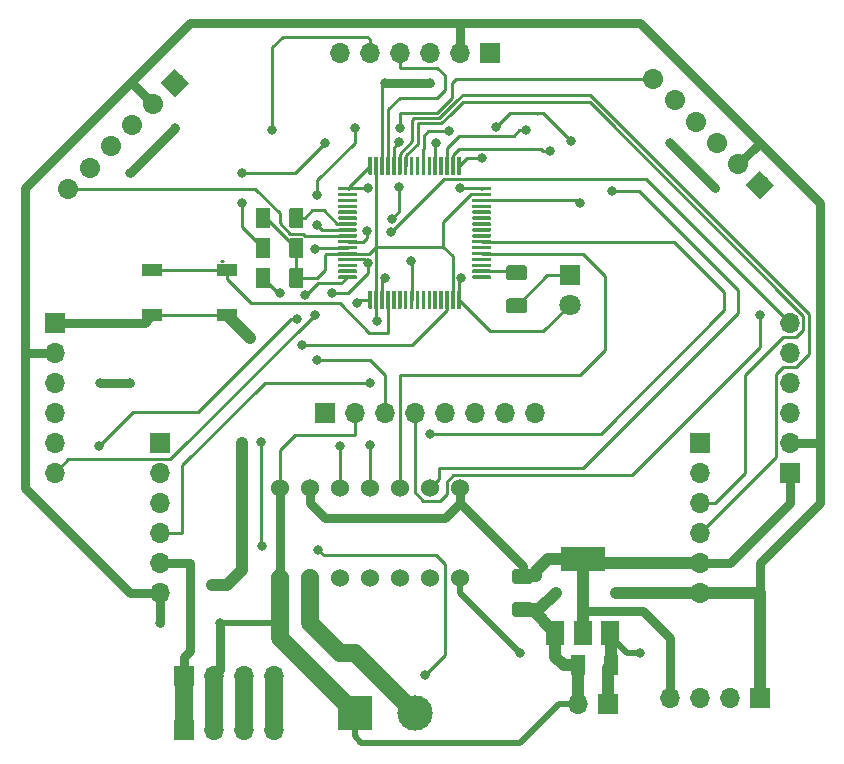
<source format=gtl>
G04 #@! TF.GenerationSoftware,KiCad,Pcbnew,(5.1.0)-1*
G04 #@! TF.CreationDate,2019-06-16T12:43:21+02:00*
G04 #@! TF.ProjectId,Micromouse,4d696372-6f6d-46f7-9573-652e6b696361,rev?*
G04 #@! TF.SameCoordinates,Original*
G04 #@! TF.FileFunction,Copper,L1,Top*
G04 #@! TF.FilePolarity,Positive*
%FSLAX46Y46*%
G04 Gerber Fmt 4.6, Leading zero omitted, Abs format (unit mm)*
G04 Created by KiCad (PCBNEW (5.1.0)-1) date 2019-06-16 12:43:21*
%MOMM*%
%LPD*%
G04 APERTURE LIST*
%ADD10C,0.100000*%
%ADD11C,1.250000*%
%ADD12C,1.800000*%
%ADD13R,1.800000X1.800000*%
%ADD14O,1.700000X1.700000*%
%ADD15R,1.700000X1.700000*%
%ADD16C,1.524000*%
%ADD17R,1.700000X1.000000*%
%ADD18C,3.000000*%
%ADD19R,3.000000X3.000000*%
%ADD20C,1.700000*%
%ADD21C,1.700000*%
%ADD22R,1.500000X2.000000*%
%ADD23R,3.800000X2.000000*%
%ADD24C,0.300000*%
%ADD25C,0.800000*%
%ADD26C,0.250000*%
%ADD27C,1.000000*%
%ADD28C,1.500000*%
%ADD29C,0.750000*%
%ADD30C,0.500000*%
G04 APERTURE END LIST*
D10*
G36*
X165492964Y-99271404D02*
G01*
X165517233Y-99275004D01*
X165541031Y-99280965D01*
X165564131Y-99289230D01*
X165586309Y-99299720D01*
X165607353Y-99312333D01*
X165627058Y-99326947D01*
X165645237Y-99343423D01*
X165661713Y-99361602D01*
X165676327Y-99381307D01*
X165688940Y-99402351D01*
X165699430Y-99424529D01*
X165707695Y-99447629D01*
X165713656Y-99471427D01*
X165717256Y-99495696D01*
X165718460Y-99520200D01*
X165718460Y-100270200D01*
X165717256Y-100294704D01*
X165713656Y-100318973D01*
X165707695Y-100342771D01*
X165699430Y-100365871D01*
X165688940Y-100388049D01*
X165676327Y-100409093D01*
X165661713Y-100428798D01*
X165645237Y-100446977D01*
X165627058Y-100463453D01*
X165607353Y-100478067D01*
X165586309Y-100490680D01*
X165564131Y-100501170D01*
X165541031Y-100509435D01*
X165517233Y-100515396D01*
X165492964Y-100518996D01*
X165468460Y-100520200D01*
X164218460Y-100520200D01*
X164193956Y-100518996D01*
X164169687Y-100515396D01*
X164145889Y-100509435D01*
X164122789Y-100501170D01*
X164100611Y-100490680D01*
X164079567Y-100478067D01*
X164059862Y-100463453D01*
X164041683Y-100446977D01*
X164025207Y-100428798D01*
X164010593Y-100409093D01*
X163997980Y-100388049D01*
X163987490Y-100365871D01*
X163979225Y-100342771D01*
X163973264Y-100318973D01*
X163969664Y-100294704D01*
X163968460Y-100270200D01*
X163968460Y-99520200D01*
X163969664Y-99495696D01*
X163973264Y-99471427D01*
X163979225Y-99447629D01*
X163987490Y-99424529D01*
X163997980Y-99402351D01*
X164010593Y-99381307D01*
X164025207Y-99361602D01*
X164041683Y-99343423D01*
X164059862Y-99326947D01*
X164079567Y-99312333D01*
X164100611Y-99299720D01*
X164122789Y-99289230D01*
X164145889Y-99280965D01*
X164169687Y-99275004D01*
X164193956Y-99271404D01*
X164218460Y-99270200D01*
X165468460Y-99270200D01*
X165492964Y-99271404D01*
X165492964Y-99271404D01*
G37*
D11*
X164843460Y-99895200D03*
D10*
G36*
X165492964Y-102071404D02*
G01*
X165517233Y-102075004D01*
X165541031Y-102080965D01*
X165564131Y-102089230D01*
X165586309Y-102099720D01*
X165607353Y-102112333D01*
X165627058Y-102126947D01*
X165645237Y-102143423D01*
X165661713Y-102161602D01*
X165676327Y-102181307D01*
X165688940Y-102202351D01*
X165699430Y-102224529D01*
X165707695Y-102247629D01*
X165713656Y-102271427D01*
X165717256Y-102295696D01*
X165718460Y-102320200D01*
X165718460Y-103070200D01*
X165717256Y-103094704D01*
X165713656Y-103118973D01*
X165707695Y-103142771D01*
X165699430Y-103165871D01*
X165688940Y-103188049D01*
X165676327Y-103209093D01*
X165661713Y-103228798D01*
X165645237Y-103246977D01*
X165627058Y-103263453D01*
X165607353Y-103278067D01*
X165586309Y-103290680D01*
X165564131Y-103301170D01*
X165541031Y-103309435D01*
X165517233Y-103315396D01*
X165492964Y-103318996D01*
X165468460Y-103320200D01*
X164218460Y-103320200D01*
X164193956Y-103318996D01*
X164169687Y-103315396D01*
X164145889Y-103309435D01*
X164122789Y-103301170D01*
X164100611Y-103290680D01*
X164079567Y-103278067D01*
X164059862Y-103263453D01*
X164041683Y-103246977D01*
X164025207Y-103228798D01*
X164010593Y-103209093D01*
X163997980Y-103188049D01*
X163987490Y-103165871D01*
X163979225Y-103142771D01*
X163973264Y-103118973D01*
X163969664Y-103094704D01*
X163968460Y-103070200D01*
X163968460Y-102320200D01*
X163969664Y-102295696D01*
X163973264Y-102271427D01*
X163979225Y-102247629D01*
X163987490Y-102224529D01*
X163997980Y-102202351D01*
X164010593Y-102181307D01*
X164025207Y-102161602D01*
X164041683Y-102143423D01*
X164059862Y-102126947D01*
X164079567Y-102112333D01*
X164100611Y-102099720D01*
X164122789Y-102089230D01*
X164145889Y-102080965D01*
X164169687Y-102075004D01*
X164193956Y-102071404D01*
X164218460Y-102070200D01*
X165468460Y-102070200D01*
X165492964Y-102071404D01*
X165492964Y-102071404D01*
G37*
D11*
X164843460Y-102695200D03*
D12*
X169359580Y-102613460D03*
D13*
X169359580Y-100073460D03*
D14*
X170010000Y-136370000D03*
D15*
X172550000Y-136370000D03*
D14*
X177800000Y-135890000D03*
X180340000Y-135890000D03*
X182880000Y-135890000D03*
D15*
X185420000Y-135890000D03*
D14*
X144340000Y-138650000D03*
X141800000Y-138650000D03*
X139260000Y-138650000D03*
D15*
X136720000Y-138650000D03*
D14*
X166370000Y-111760000D03*
X163830000Y-111760000D03*
X161290000Y-111760000D03*
X158750000Y-111760000D03*
X156210000Y-111760000D03*
X153670000Y-111760000D03*
X151130000Y-111760000D03*
D15*
X148590000Y-111760000D03*
D14*
X180340000Y-127000000D03*
X180340000Y-124460000D03*
X180340000Y-121920000D03*
X180340000Y-119380000D03*
X180340000Y-116840000D03*
D15*
X180340000Y-114300000D03*
D14*
X134620000Y-127000000D03*
X134620000Y-124460000D03*
X134620000Y-121920000D03*
X134620000Y-119380000D03*
X134620000Y-116840000D03*
D15*
X134620000Y-114300000D03*
D16*
X144780000Y-118110000D03*
X147320000Y-118110000D03*
X149860000Y-118110000D03*
X152400000Y-118110000D03*
X154940000Y-118110000D03*
X157480000Y-118110000D03*
X160020000Y-118110000D03*
X160020000Y-125730000D03*
X157480000Y-125730000D03*
X154940000Y-125730000D03*
X152400000Y-125730000D03*
X149860000Y-125730000D03*
X147320000Y-125730000D03*
X144780000Y-125730000D03*
D17*
X140310000Y-103500000D03*
X134010000Y-103500000D03*
X140310000Y-99700000D03*
X134010000Y-99700000D03*
D14*
X144340000Y-134000000D03*
X141800000Y-134000000D03*
X139260000Y-134000000D03*
D15*
X136720000Y-134000000D03*
D18*
X156210000Y-137160000D03*
D19*
X151130000Y-137160000D03*
D10*
G36*
X143779504Y-94376204D02*
G01*
X143803773Y-94379804D01*
X143827571Y-94385765D01*
X143850671Y-94394030D01*
X143872849Y-94404520D01*
X143893893Y-94417133D01*
X143913598Y-94431747D01*
X143931777Y-94448223D01*
X143948253Y-94466402D01*
X143962867Y-94486107D01*
X143975480Y-94507151D01*
X143985970Y-94529329D01*
X143994235Y-94552429D01*
X144000196Y-94576227D01*
X144003796Y-94600496D01*
X144005000Y-94625000D01*
X144005000Y-95875000D01*
X144003796Y-95899504D01*
X144000196Y-95923773D01*
X143994235Y-95947571D01*
X143985970Y-95970671D01*
X143975480Y-95992849D01*
X143962867Y-96013893D01*
X143948253Y-96033598D01*
X143931777Y-96051777D01*
X143913598Y-96068253D01*
X143893893Y-96082867D01*
X143872849Y-96095480D01*
X143850671Y-96105970D01*
X143827571Y-96114235D01*
X143803773Y-96120196D01*
X143779504Y-96123796D01*
X143755000Y-96125000D01*
X143005000Y-96125000D01*
X142980496Y-96123796D01*
X142956227Y-96120196D01*
X142932429Y-96114235D01*
X142909329Y-96105970D01*
X142887151Y-96095480D01*
X142866107Y-96082867D01*
X142846402Y-96068253D01*
X142828223Y-96051777D01*
X142811747Y-96033598D01*
X142797133Y-96013893D01*
X142784520Y-95992849D01*
X142774030Y-95970671D01*
X142765765Y-95947571D01*
X142759804Y-95923773D01*
X142756204Y-95899504D01*
X142755000Y-95875000D01*
X142755000Y-94625000D01*
X142756204Y-94600496D01*
X142759804Y-94576227D01*
X142765765Y-94552429D01*
X142774030Y-94529329D01*
X142784520Y-94507151D01*
X142797133Y-94486107D01*
X142811747Y-94466402D01*
X142828223Y-94448223D01*
X142846402Y-94431747D01*
X142866107Y-94417133D01*
X142887151Y-94404520D01*
X142909329Y-94394030D01*
X142932429Y-94385765D01*
X142956227Y-94379804D01*
X142980496Y-94376204D01*
X143005000Y-94375000D01*
X143755000Y-94375000D01*
X143779504Y-94376204D01*
X143779504Y-94376204D01*
G37*
D11*
X143380000Y-95250000D03*
D10*
G36*
X146579504Y-94376204D02*
G01*
X146603773Y-94379804D01*
X146627571Y-94385765D01*
X146650671Y-94394030D01*
X146672849Y-94404520D01*
X146693893Y-94417133D01*
X146713598Y-94431747D01*
X146731777Y-94448223D01*
X146748253Y-94466402D01*
X146762867Y-94486107D01*
X146775480Y-94507151D01*
X146785970Y-94529329D01*
X146794235Y-94552429D01*
X146800196Y-94576227D01*
X146803796Y-94600496D01*
X146805000Y-94625000D01*
X146805000Y-95875000D01*
X146803796Y-95899504D01*
X146800196Y-95923773D01*
X146794235Y-95947571D01*
X146785970Y-95970671D01*
X146775480Y-95992849D01*
X146762867Y-96013893D01*
X146748253Y-96033598D01*
X146731777Y-96051777D01*
X146713598Y-96068253D01*
X146693893Y-96082867D01*
X146672849Y-96095480D01*
X146650671Y-96105970D01*
X146627571Y-96114235D01*
X146603773Y-96120196D01*
X146579504Y-96123796D01*
X146555000Y-96125000D01*
X145805000Y-96125000D01*
X145780496Y-96123796D01*
X145756227Y-96120196D01*
X145732429Y-96114235D01*
X145709329Y-96105970D01*
X145687151Y-96095480D01*
X145666107Y-96082867D01*
X145646402Y-96068253D01*
X145628223Y-96051777D01*
X145611747Y-96033598D01*
X145597133Y-96013893D01*
X145584520Y-95992849D01*
X145574030Y-95970671D01*
X145565765Y-95947571D01*
X145559804Y-95923773D01*
X145556204Y-95899504D01*
X145555000Y-95875000D01*
X145555000Y-94625000D01*
X145556204Y-94600496D01*
X145559804Y-94576227D01*
X145565765Y-94552429D01*
X145574030Y-94529329D01*
X145584520Y-94507151D01*
X145597133Y-94486107D01*
X145611747Y-94466402D01*
X145628223Y-94448223D01*
X145646402Y-94431747D01*
X145666107Y-94417133D01*
X145687151Y-94404520D01*
X145709329Y-94394030D01*
X145732429Y-94385765D01*
X145756227Y-94379804D01*
X145780496Y-94376204D01*
X145805000Y-94375000D01*
X146555000Y-94375000D01*
X146579504Y-94376204D01*
X146579504Y-94376204D01*
G37*
D11*
X146180000Y-95250000D03*
D14*
X149860000Y-81280000D03*
X152400000Y-81280000D03*
X154940000Y-81280000D03*
X157480000Y-81280000D03*
X160020000Y-81280000D03*
D15*
X162560000Y-81280000D03*
D14*
X125730000Y-116840000D03*
X125730000Y-114300000D03*
X125730000Y-111760000D03*
X125730000Y-109220000D03*
X125730000Y-106680000D03*
D15*
X125730000Y-104140000D03*
D14*
X187960000Y-104140000D03*
X187960000Y-106680000D03*
X187960000Y-109220000D03*
X187960000Y-111760000D03*
X187960000Y-114300000D03*
D15*
X187960000Y-116840000D03*
D20*
X126909744Y-92800256D03*
D21*
X126909744Y-92800256D02*
X126909744Y-92800256D01*
D20*
X128705795Y-91004205D03*
D21*
X128705795Y-91004205D02*
X128705795Y-91004205D01*
D20*
X130501846Y-89208154D03*
D21*
X130501846Y-89208154D02*
X130501846Y-89208154D01*
D20*
X132297898Y-87412102D03*
D21*
X132297898Y-87412102D02*
X132297898Y-87412102D01*
D20*
X134093949Y-85616051D03*
D21*
X134093949Y-85616051D02*
X134093949Y-85616051D01*
D20*
X135890000Y-83820000D03*
D10*
G36*
X134687918Y-83820000D02*
G01*
X135890000Y-82617918D01*
X137092082Y-83820000D01*
X135890000Y-85022082D01*
X134687918Y-83820000D01*
X134687918Y-83820000D01*
G37*
D20*
X176439744Y-83511846D03*
D21*
X176439744Y-83511846D02*
X176439744Y-83511846D01*
D20*
X178235795Y-85307897D03*
D21*
X178235795Y-85307897D02*
X178235795Y-85307897D01*
D20*
X180031846Y-87103948D03*
D21*
X180031846Y-87103948D02*
X180031846Y-87103948D01*
D20*
X181827898Y-88900000D03*
D21*
X181827898Y-88900000D02*
X181827898Y-88900000D01*
D20*
X183623949Y-90696051D03*
D21*
X183623949Y-90696051D02*
X183623949Y-90696051D01*
D20*
X185420000Y-92492102D03*
D10*
G36*
X185420000Y-91290020D02*
G01*
X186622082Y-92492102D01*
X185420000Y-93694184D01*
X184217918Y-92492102D01*
X185420000Y-91290020D01*
X185420000Y-91290020D01*
G37*
G36*
X146579504Y-96916204D02*
G01*
X146603773Y-96919804D01*
X146627571Y-96925765D01*
X146650671Y-96934030D01*
X146672849Y-96944520D01*
X146693893Y-96957133D01*
X146713598Y-96971747D01*
X146731777Y-96988223D01*
X146748253Y-97006402D01*
X146762867Y-97026107D01*
X146775480Y-97047151D01*
X146785970Y-97069329D01*
X146794235Y-97092429D01*
X146800196Y-97116227D01*
X146803796Y-97140496D01*
X146805000Y-97165000D01*
X146805000Y-98415000D01*
X146803796Y-98439504D01*
X146800196Y-98463773D01*
X146794235Y-98487571D01*
X146785970Y-98510671D01*
X146775480Y-98532849D01*
X146762867Y-98553893D01*
X146748253Y-98573598D01*
X146731777Y-98591777D01*
X146713598Y-98608253D01*
X146693893Y-98622867D01*
X146672849Y-98635480D01*
X146650671Y-98645970D01*
X146627571Y-98654235D01*
X146603773Y-98660196D01*
X146579504Y-98663796D01*
X146555000Y-98665000D01*
X145805000Y-98665000D01*
X145780496Y-98663796D01*
X145756227Y-98660196D01*
X145732429Y-98654235D01*
X145709329Y-98645970D01*
X145687151Y-98635480D01*
X145666107Y-98622867D01*
X145646402Y-98608253D01*
X145628223Y-98591777D01*
X145611747Y-98573598D01*
X145597133Y-98553893D01*
X145584520Y-98532849D01*
X145574030Y-98510671D01*
X145565765Y-98487571D01*
X145559804Y-98463773D01*
X145556204Y-98439504D01*
X145555000Y-98415000D01*
X145555000Y-97165000D01*
X145556204Y-97140496D01*
X145559804Y-97116227D01*
X145565765Y-97092429D01*
X145574030Y-97069329D01*
X145584520Y-97047151D01*
X145597133Y-97026107D01*
X145611747Y-97006402D01*
X145628223Y-96988223D01*
X145646402Y-96971747D01*
X145666107Y-96957133D01*
X145687151Y-96944520D01*
X145709329Y-96934030D01*
X145732429Y-96925765D01*
X145756227Y-96919804D01*
X145780496Y-96916204D01*
X145805000Y-96915000D01*
X146555000Y-96915000D01*
X146579504Y-96916204D01*
X146579504Y-96916204D01*
G37*
D11*
X146180000Y-97790000D03*
D10*
G36*
X143779504Y-96916204D02*
G01*
X143803773Y-96919804D01*
X143827571Y-96925765D01*
X143850671Y-96934030D01*
X143872849Y-96944520D01*
X143893893Y-96957133D01*
X143913598Y-96971747D01*
X143931777Y-96988223D01*
X143948253Y-97006402D01*
X143962867Y-97026107D01*
X143975480Y-97047151D01*
X143985970Y-97069329D01*
X143994235Y-97092429D01*
X144000196Y-97116227D01*
X144003796Y-97140496D01*
X144005000Y-97165000D01*
X144005000Y-98415000D01*
X144003796Y-98439504D01*
X144000196Y-98463773D01*
X143994235Y-98487571D01*
X143985970Y-98510671D01*
X143975480Y-98532849D01*
X143962867Y-98553893D01*
X143948253Y-98573598D01*
X143931777Y-98591777D01*
X143913598Y-98608253D01*
X143893893Y-98622867D01*
X143872849Y-98635480D01*
X143850671Y-98645970D01*
X143827571Y-98654235D01*
X143803773Y-98660196D01*
X143779504Y-98663796D01*
X143755000Y-98665000D01*
X143005000Y-98665000D01*
X142980496Y-98663796D01*
X142956227Y-98660196D01*
X142932429Y-98654235D01*
X142909329Y-98645970D01*
X142887151Y-98635480D01*
X142866107Y-98622867D01*
X142846402Y-98608253D01*
X142828223Y-98591777D01*
X142811747Y-98573598D01*
X142797133Y-98553893D01*
X142784520Y-98532849D01*
X142774030Y-98510671D01*
X142765765Y-98487571D01*
X142759804Y-98463773D01*
X142756204Y-98439504D01*
X142755000Y-98415000D01*
X142755000Y-97165000D01*
X142756204Y-97140496D01*
X142759804Y-97116227D01*
X142765765Y-97092429D01*
X142774030Y-97069329D01*
X142784520Y-97047151D01*
X142797133Y-97026107D01*
X142811747Y-97006402D01*
X142828223Y-96988223D01*
X142846402Y-96971747D01*
X142866107Y-96957133D01*
X142887151Y-96944520D01*
X142909329Y-96934030D01*
X142932429Y-96925765D01*
X142956227Y-96919804D01*
X142980496Y-96916204D01*
X143005000Y-96915000D01*
X143755000Y-96915000D01*
X143779504Y-96916204D01*
X143779504Y-96916204D01*
G37*
D11*
X143380000Y-97790000D03*
D10*
G36*
X146579504Y-99456204D02*
G01*
X146603773Y-99459804D01*
X146627571Y-99465765D01*
X146650671Y-99474030D01*
X146672849Y-99484520D01*
X146693893Y-99497133D01*
X146713598Y-99511747D01*
X146731777Y-99528223D01*
X146748253Y-99546402D01*
X146762867Y-99566107D01*
X146775480Y-99587151D01*
X146785970Y-99609329D01*
X146794235Y-99632429D01*
X146800196Y-99656227D01*
X146803796Y-99680496D01*
X146805000Y-99705000D01*
X146805000Y-100955000D01*
X146803796Y-100979504D01*
X146800196Y-101003773D01*
X146794235Y-101027571D01*
X146785970Y-101050671D01*
X146775480Y-101072849D01*
X146762867Y-101093893D01*
X146748253Y-101113598D01*
X146731777Y-101131777D01*
X146713598Y-101148253D01*
X146693893Y-101162867D01*
X146672849Y-101175480D01*
X146650671Y-101185970D01*
X146627571Y-101194235D01*
X146603773Y-101200196D01*
X146579504Y-101203796D01*
X146555000Y-101205000D01*
X145805000Y-101205000D01*
X145780496Y-101203796D01*
X145756227Y-101200196D01*
X145732429Y-101194235D01*
X145709329Y-101185970D01*
X145687151Y-101175480D01*
X145666107Y-101162867D01*
X145646402Y-101148253D01*
X145628223Y-101131777D01*
X145611747Y-101113598D01*
X145597133Y-101093893D01*
X145584520Y-101072849D01*
X145574030Y-101050671D01*
X145565765Y-101027571D01*
X145559804Y-101003773D01*
X145556204Y-100979504D01*
X145555000Y-100955000D01*
X145555000Y-99705000D01*
X145556204Y-99680496D01*
X145559804Y-99656227D01*
X145565765Y-99632429D01*
X145574030Y-99609329D01*
X145584520Y-99587151D01*
X145597133Y-99566107D01*
X145611747Y-99546402D01*
X145628223Y-99528223D01*
X145646402Y-99511747D01*
X145666107Y-99497133D01*
X145687151Y-99484520D01*
X145709329Y-99474030D01*
X145732429Y-99465765D01*
X145756227Y-99459804D01*
X145780496Y-99456204D01*
X145805000Y-99455000D01*
X146555000Y-99455000D01*
X146579504Y-99456204D01*
X146579504Y-99456204D01*
G37*
D11*
X146180000Y-100330000D03*
D10*
G36*
X143779504Y-99456204D02*
G01*
X143803773Y-99459804D01*
X143827571Y-99465765D01*
X143850671Y-99474030D01*
X143872849Y-99484520D01*
X143893893Y-99497133D01*
X143913598Y-99511747D01*
X143931777Y-99528223D01*
X143948253Y-99546402D01*
X143962867Y-99566107D01*
X143975480Y-99587151D01*
X143985970Y-99609329D01*
X143994235Y-99632429D01*
X144000196Y-99656227D01*
X144003796Y-99680496D01*
X144005000Y-99705000D01*
X144005000Y-100955000D01*
X144003796Y-100979504D01*
X144000196Y-101003773D01*
X143994235Y-101027571D01*
X143985970Y-101050671D01*
X143975480Y-101072849D01*
X143962867Y-101093893D01*
X143948253Y-101113598D01*
X143931777Y-101131777D01*
X143913598Y-101148253D01*
X143893893Y-101162867D01*
X143872849Y-101175480D01*
X143850671Y-101185970D01*
X143827571Y-101194235D01*
X143803773Y-101200196D01*
X143779504Y-101203796D01*
X143755000Y-101205000D01*
X143005000Y-101205000D01*
X142980496Y-101203796D01*
X142956227Y-101200196D01*
X142932429Y-101194235D01*
X142909329Y-101185970D01*
X142887151Y-101175480D01*
X142866107Y-101162867D01*
X142846402Y-101148253D01*
X142828223Y-101131777D01*
X142811747Y-101113598D01*
X142797133Y-101093893D01*
X142784520Y-101072849D01*
X142774030Y-101050671D01*
X142765765Y-101027571D01*
X142759804Y-101003773D01*
X142756204Y-100979504D01*
X142755000Y-100955000D01*
X142755000Y-99705000D01*
X142756204Y-99680496D01*
X142759804Y-99656227D01*
X142765765Y-99632429D01*
X142774030Y-99609329D01*
X142784520Y-99587151D01*
X142797133Y-99566107D01*
X142811747Y-99546402D01*
X142828223Y-99528223D01*
X142846402Y-99511747D01*
X142866107Y-99497133D01*
X142887151Y-99484520D01*
X142909329Y-99474030D01*
X142932429Y-99465765D01*
X142956227Y-99459804D01*
X142980496Y-99456204D01*
X143005000Y-99455000D01*
X143755000Y-99455000D01*
X143779504Y-99456204D01*
X143779504Y-99456204D01*
G37*
D11*
X143380000Y-100330000D03*
D22*
X168134000Y-130404000D03*
X172734000Y-130404000D03*
X170434000Y-130404000D03*
D23*
X170434000Y-124104000D03*
D10*
G36*
X166003504Y-127776204D02*
G01*
X166027773Y-127779804D01*
X166051571Y-127785765D01*
X166074671Y-127794030D01*
X166096849Y-127804520D01*
X166117893Y-127817133D01*
X166137598Y-127831747D01*
X166155777Y-127848223D01*
X166172253Y-127866402D01*
X166186867Y-127886107D01*
X166199480Y-127907151D01*
X166209970Y-127929329D01*
X166218235Y-127952429D01*
X166224196Y-127976227D01*
X166227796Y-128000496D01*
X166229000Y-128025000D01*
X166229000Y-128775000D01*
X166227796Y-128799504D01*
X166224196Y-128823773D01*
X166218235Y-128847571D01*
X166209970Y-128870671D01*
X166199480Y-128892849D01*
X166186867Y-128913893D01*
X166172253Y-128933598D01*
X166155777Y-128951777D01*
X166137598Y-128968253D01*
X166117893Y-128982867D01*
X166096849Y-128995480D01*
X166074671Y-129005970D01*
X166051571Y-129014235D01*
X166027773Y-129020196D01*
X166003504Y-129023796D01*
X165979000Y-129025000D01*
X164729000Y-129025000D01*
X164704496Y-129023796D01*
X164680227Y-129020196D01*
X164656429Y-129014235D01*
X164633329Y-129005970D01*
X164611151Y-128995480D01*
X164590107Y-128982867D01*
X164570402Y-128968253D01*
X164552223Y-128951777D01*
X164535747Y-128933598D01*
X164521133Y-128913893D01*
X164508520Y-128892849D01*
X164498030Y-128870671D01*
X164489765Y-128847571D01*
X164483804Y-128823773D01*
X164480204Y-128799504D01*
X164479000Y-128775000D01*
X164479000Y-128025000D01*
X164480204Y-128000496D01*
X164483804Y-127976227D01*
X164489765Y-127952429D01*
X164498030Y-127929329D01*
X164508520Y-127907151D01*
X164521133Y-127886107D01*
X164535747Y-127866402D01*
X164552223Y-127848223D01*
X164570402Y-127831747D01*
X164590107Y-127817133D01*
X164611151Y-127804520D01*
X164633329Y-127794030D01*
X164656429Y-127785765D01*
X164680227Y-127779804D01*
X164704496Y-127776204D01*
X164729000Y-127775000D01*
X165979000Y-127775000D01*
X166003504Y-127776204D01*
X166003504Y-127776204D01*
G37*
D11*
X165354000Y-128400000D03*
D10*
G36*
X166003504Y-124976204D02*
G01*
X166027773Y-124979804D01*
X166051571Y-124985765D01*
X166074671Y-124994030D01*
X166096849Y-125004520D01*
X166117893Y-125017133D01*
X166137598Y-125031747D01*
X166155777Y-125048223D01*
X166172253Y-125066402D01*
X166186867Y-125086107D01*
X166199480Y-125107151D01*
X166209970Y-125129329D01*
X166218235Y-125152429D01*
X166224196Y-125176227D01*
X166227796Y-125200496D01*
X166229000Y-125225000D01*
X166229000Y-125975000D01*
X166227796Y-125999504D01*
X166224196Y-126023773D01*
X166218235Y-126047571D01*
X166209970Y-126070671D01*
X166199480Y-126092849D01*
X166186867Y-126113893D01*
X166172253Y-126133598D01*
X166155777Y-126151777D01*
X166137598Y-126168253D01*
X166117893Y-126182867D01*
X166096849Y-126195480D01*
X166074671Y-126205970D01*
X166051571Y-126214235D01*
X166027773Y-126220196D01*
X166003504Y-126223796D01*
X165979000Y-126225000D01*
X164729000Y-126225000D01*
X164704496Y-126223796D01*
X164680227Y-126220196D01*
X164656429Y-126214235D01*
X164633329Y-126205970D01*
X164611151Y-126195480D01*
X164590107Y-126182867D01*
X164570402Y-126168253D01*
X164552223Y-126151777D01*
X164535747Y-126133598D01*
X164521133Y-126113893D01*
X164508520Y-126092849D01*
X164498030Y-126070671D01*
X164489765Y-126047571D01*
X164483804Y-126023773D01*
X164480204Y-125999504D01*
X164479000Y-125975000D01*
X164479000Y-125225000D01*
X164480204Y-125200496D01*
X164483804Y-125176227D01*
X164489765Y-125152429D01*
X164498030Y-125129329D01*
X164508520Y-125107151D01*
X164521133Y-125086107D01*
X164535747Y-125066402D01*
X164552223Y-125048223D01*
X164570402Y-125031747D01*
X164590107Y-125017133D01*
X164611151Y-125004520D01*
X164633329Y-124994030D01*
X164656429Y-124985765D01*
X164680227Y-124979804D01*
X164704496Y-124976204D01*
X164729000Y-124975000D01*
X165979000Y-124975000D01*
X166003504Y-124976204D01*
X166003504Y-124976204D01*
G37*
D11*
X165354000Y-125600000D03*
D10*
G36*
X170449504Y-132222204D02*
G01*
X170473773Y-132225804D01*
X170497571Y-132231765D01*
X170520671Y-132240030D01*
X170542849Y-132250520D01*
X170563893Y-132263133D01*
X170583598Y-132277747D01*
X170601777Y-132294223D01*
X170618253Y-132312402D01*
X170632867Y-132332107D01*
X170645480Y-132353151D01*
X170655970Y-132375329D01*
X170664235Y-132398429D01*
X170670196Y-132422227D01*
X170673796Y-132446496D01*
X170675000Y-132471000D01*
X170675000Y-133721000D01*
X170673796Y-133745504D01*
X170670196Y-133769773D01*
X170664235Y-133793571D01*
X170655970Y-133816671D01*
X170645480Y-133838849D01*
X170632867Y-133859893D01*
X170618253Y-133879598D01*
X170601777Y-133897777D01*
X170583598Y-133914253D01*
X170563893Y-133928867D01*
X170542849Y-133941480D01*
X170520671Y-133951970D01*
X170497571Y-133960235D01*
X170473773Y-133966196D01*
X170449504Y-133969796D01*
X170425000Y-133971000D01*
X169675000Y-133971000D01*
X169650496Y-133969796D01*
X169626227Y-133966196D01*
X169602429Y-133960235D01*
X169579329Y-133951970D01*
X169557151Y-133941480D01*
X169536107Y-133928867D01*
X169516402Y-133914253D01*
X169498223Y-133897777D01*
X169481747Y-133879598D01*
X169467133Y-133859893D01*
X169454520Y-133838849D01*
X169444030Y-133816671D01*
X169435765Y-133793571D01*
X169429804Y-133769773D01*
X169426204Y-133745504D01*
X169425000Y-133721000D01*
X169425000Y-132471000D01*
X169426204Y-132446496D01*
X169429804Y-132422227D01*
X169435765Y-132398429D01*
X169444030Y-132375329D01*
X169454520Y-132353151D01*
X169467133Y-132332107D01*
X169481747Y-132312402D01*
X169498223Y-132294223D01*
X169516402Y-132277747D01*
X169536107Y-132263133D01*
X169557151Y-132250520D01*
X169579329Y-132240030D01*
X169602429Y-132231765D01*
X169626227Y-132225804D01*
X169650496Y-132222204D01*
X169675000Y-132221000D01*
X170425000Y-132221000D01*
X170449504Y-132222204D01*
X170449504Y-132222204D01*
G37*
D11*
X170050000Y-133096000D03*
D10*
G36*
X173249504Y-132222204D02*
G01*
X173273773Y-132225804D01*
X173297571Y-132231765D01*
X173320671Y-132240030D01*
X173342849Y-132250520D01*
X173363893Y-132263133D01*
X173383598Y-132277747D01*
X173401777Y-132294223D01*
X173418253Y-132312402D01*
X173432867Y-132332107D01*
X173445480Y-132353151D01*
X173455970Y-132375329D01*
X173464235Y-132398429D01*
X173470196Y-132422227D01*
X173473796Y-132446496D01*
X173475000Y-132471000D01*
X173475000Y-133721000D01*
X173473796Y-133745504D01*
X173470196Y-133769773D01*
X173464235Y-133793571D01*
X173455970Y-133816671D01*
X173445480Y-133838849D01*
X173432867Y-133859893D01*
X173418253Y-133879598D01*
X173401777Y-133897777D01*
X173383598Y-133914253D01*
X173363893Y-133928867D01*
X173342849Y-133941480D01*
X173320671Y-133951970D01*
X173297571Y-133960235D01*
X173273773Y-133966196D01*
X173249504Y-133969796D01*
X173225000Y-133971000D01*
X172475000Y-133971000D01*
X172450496Y-133969796D01*
X172426227Y-133966196D01*
X172402429Y-133960235D01*
X172379329Y-133951970D01*
X172357151Y-133941480D01*
X172336107Y-133928867D01*
X172316402Y-133914253D01*
X172298223Y-133897777D01*
X172281747Y-133879598D01*
X172267133Y-133859893D01*
X172254520Y-133838849D01*
X172244030Y-133816671D01*
X172235765Y-133793571D01*
X172229804Y-133769773D01*
X172226204Y-133745504D01*
X172225000Y-133721000D01*
X172225000Y-132471000D01*
X172226204Y-132446496D01*
X172229804Y-132422227D01*
X172235765Y-132398429D01*
X172244030Y-132375329D01*
X172254520Y-132353151D01*
X172267133Y-132332107D01*
X172281747Y-132312402D01*
X172298223Y-132294223D01*
X172316402Y-132277747D01*
X172336107Y-132263133D01*
X172357151Y-132250520D01*
X172379329Y-132240030D01*
X172402429Y-132231765D01*
X172426227Y-132225804D01*
X172450496Y-132222204D01*
X172475000Y-132221000D01*
X173225000Y-132221000D01*
X173249504Y-132222204D01*
X173249504Y-132222204D01*
G37*
D11*
X172850000Y-133096000D03*
D10*
G36*
X152542351Y-90070361D02*
G01*
X152549632Y-90071441D01*
X152556771Y-90073229D01*
X152563701Y-90075709D01*
X152570355Y-90078856D01*
X152576668Y-90082640D01*
X152582579Y-90087024D01*
X152588033Y-90091967D01*
X152592976Y-90097421D01*
X152597360Y-90103332D01*
X152601144Y-90109645D01*
X152604291Y-90116299D01*
X152606771Y-90123229D01*
X152608559Y-90130368D01*
X152609639Y-90137649D01*
X152610000Y-90145000D01*
X152610000Y-91545000D01*
X152609639Y-91552351D01*
X152608559Y-91559632D01*
X152606771Y-91566771D01*
X152604291Y-91573701D01*
X152601144Y-91580355D01*
X152597360Y-91586668D01*
X152592976Y-91592579D01*
X152588033Y-91598033D01*
X152582579Y-91602976D01*
X152576668Y-91607360D01*
X152570355Y-91611144D01*
X152563701Y-91614291D01*
X152556771Y-91616771D01*
X152549632Y-91618559D01*
X152542351Y-91619639D01*
X152535000Y-91620000D01*
X152385000Y-91620000D01*
X152377649Y-91619639D01*
X152370368Y-91618559D01*
X152363229Y-91616771D01*
X152356299Y-91614291D01*
X152349645Y-91611144D01*
X152343332Y-91607360D01*
X152337421Y-91602976D01*
X152331967Y-91598033D01*
X152327024Y-91592579D01*
X152322640Y-91586668D01*
X152318856Y-91580355D01*
X152315709Y-91573701D01*
X152313229Y-91566771D01*
X152311441Y-91559632D01*
X152310361Y-91552351D01*
X152310000Y-91545000D01*
X152310000Y-90145000D01*
X152310361Y-90137649D01*
X152311441Y-90130368D01*
X152313229Y-90123229D01*
X152315709Y-90116299D01*
X152318856Y-90109645D01*
X152322640Y-90103332D01*
X152327024Y-90097421D01*
X152331967Y-90091967D01*
X152337421Y-90087024D01*
X152343332Y-90082640D01*
X152349645Y-90078856D01*
X152356299Y-90075709D01*
X152363229Y-90073229D01*
X152370368Y-90071441D01*
X152377649Y-90070361D01*
X152385000Y-90070000D01*
X152535000Y-90070000D01*
X152542351Y-90070361D01*
X152542351Y-90070361D01*
G37*
D24*
X152460000Y-90845000D03*
D10*
G36*
X153042351Y-90070361D02*
G01*
X153049632Y-90071441D01*
X153056771Y-90073229D01*
X153063701Y-90075709D01*
X153070355Y-90078856D01*
X153076668Y-90082640D01*
X153082579Y-90087024D01*
X153088033Y-90091967D01*
X153092976Y-90097421D01*
X153097360Y-90103332D01*
X153101144Y-90109645D01*
X153104291Y-90116299D01*
X153106771Y-90123229D01*
X153108559Y-90130368D01*
X153109639Y-90137649D01*
X153110000Y-90145000D01*
X153110000Y-91545000D01*
X153109639Y-91552351D01*
X153108559Y-91559632D01*
X153106771Y-91566771D01*
X153104291Y-91573701D01*
X153101144Y-91580355D01*
X153097360Y-91586668D01*
X153092976Y-91592579D01*
X153088033Y-91598033D01*
X153082579Y-91602976D01*
X153076668Y-91607360D01*
X153070355Y-91611144D01*
X153063701Y-91614291D01*
X153056771Y-91616771D01*
X153049632Y-91618559D01*
X153042351Y-91619639D01*
X153035000Y-91620000D01*
X152885000Y-91620000D01*
X152877649Y-91619639D01*
X152870368Y-91618559D01*
X152863229Y-91616771D01*
X152856299Y-91614291D01*
X152849645Y-91611144D01*
X152843332Y-91607360D01*
X152837421Y-91602976D01*
X152831967Y-91598033D01*
X152827024Y-91592579D01*
X152822640Y-91586668D01*
X152818856Y-91580355D01*
X152815709Y-91573701D01*
X152813229Y-91566771D01*
X152811441Y-91559632D01*
X152810361Y-91552351D01*
X152810000Y-91545000D01*
X152810000Y-90145000D01*
X152810361Y-90137649D01*
X152811441Y-90130368D01*
X152813229Y-90123229D01*
X152815709Y-90116299D01*
X152818856Y-90109645D01*
X152822640Y-90103332D01*
X152827024Y-90097421D01*
X152831967Y-90091967D01*
X152837421Y-90087024D01*
X152843332Y-90082640D01*
X152849645Y-90078856D01*
X152856299Y-90075709D01*
X152863229Y-90073229D01*
X152870368Y-90071441D01*
X152877649Y-90070361D01*
X152885000Y-90070000D01*
X153035000Y-90070000D01*
X153042351Y-90070361D01*
X153042351Y-90070361D01*
G37*
D24*
X152960000Y-90845000D03*
D10*
G36*
X153542351Y-90070361D02*
G01*
X153549632Y-90071441D01*
X153556771Y-90073229D01*
X153563701Y-90075709D01*
X153570355Y-90078856D01*
X153576668Y-90082640D01*
X153582579Y-90087024D01*
X153588033Y-90091967D01*
X153592976Y-90097421D01*
X153597360Y-90103332D01*
X153601144Y-90109645D01*
X153604291Y-90116299D01*
X153606771Y-90123229D01*
X153608559Y-90130368D01*
X153609639Y-90137649D01*
X153610000Y-90145000D01*
X153610000Y-91545000D01*
X153609639Y-91552351D01*
X153608559Y-91559632D01*
X153606771Y-91566771D01*
X153604291Y-91573701D01*
X153601144Y-91580355D01*
X153597360Y-91586668D01*
X153592976Y-91592579D01*
X153588033Y-91598033D01*
X153582579Y-91602976D01*
X153576668Y-91607360D01*
X153570355Y-91611144D01*
X153563701Y-91614291D01*
X153556771Y-91616771D01*
X153549632Y-91618559D01*
X153542351Y-91619639D01*
X153535000Y-91620000D01*
X153385000Y-91620000D01*
X153377649Y-91619639D01*
X153370368Y-91618559D01*
X153363229Y-91616771D01*
X153356299Y-91614291D01*
X153349645Y-91611144D01*
X153343332Y-91607360D01*
X153337421Y-91602976D01*
X153331967Y-91598033D01*
X153327024Y-91592579D01*
X153322640Y-91586668D01*
X153318856Y-91580355D01*
X153315709Y-91573701D01*
X153313229Y-91566771D01*
X153311441Y-91559632D01*
X153310361Y-91552351D01*
X153310000Y-91545000D01*
X153310000Y-90145000D01*
X153310361Y-90137649D01*
X153311441Y-90130368D01*
X153313229Y-90123229D01*
X153315709Y-90116299D01*
X153318856Y-90109645D01*
X153322640Y-90103332D01*
X153327024Y-90097421D01*
X153331967Y-90091967D01*
X153337421Y-90087024D01*
X153343332Y-90082640D01*
X153349645Y-90078856D01*
X153356299Y-90075709D01*
X153363229Y-90073229D01*
X153370368Y-90071441D01*
X153377649Y-90070361D01*
X153385000Y-90070000D01*
X153535000Y-90070000D01*
X153542351Y-90070361D01*
X153542351Y-90070361D01*
G37*
D24*
X153460000Y-90845000D03*
D10*
G36*
X154042351Y-90070361D02*
G01*
X154049632Y-90071441D01*
X154056771Y-90073229D01*
X154063701Y-90075709D01*
X154070355Y-90078856D01*
X154076668Y-90082640D01*
X154082579Y-90087024D01*
X154088033Y-90091967D01*
X154092976Y-90097421D01*
X154097360Y-90103332D01*
X154101144Y-90109645D01*
X154104291Y-90116299D01*
X154106771Y-90123229D01*
X154108559Y-90130368D01*
X154109639Y-90137649D01*
X154110000Y-90145000D01*
X154110000Y-91545000D01*
X154109639Y-91552351D01*
X154108559Y-91559632D01*
X154106771Y-91566771D01*
X154104291Y-91573701D01*
X154101144Y-91580355D01*
X154097360Y-91586668D01*
X154092976Y-91592579D01*
X154088033Y-91598033D01*
X154082579Y-91602976D01*
X154076668Y-91607360D01*
X154070355Y-91611144D01*
X154063701Y-91614291D01*
X154056771Y-91616771D01*
X154049632Y-91618559D01*
X154042351Y-91619639D01*
X154035000Y-91620000D01*
X153885000Y-91620000D01*
X153877649Y-91619639D01*
X153870368Y-91618559D01*
X153863229Y-91616771D01*
X153856299Y-91614291D01*
X153849645Y-91611144D01*
X153843332Y-91607360D01*
X153837421Y-91602976D01*
X153831967Y-91598033D01*
X153827024Y-91592579D01*
X153822640Y-91586668D01*
X153818856Y-91580355D01*
X153815709Y-91573701D01*
X153813229Y-91566771D01*
X153811441Y-91559632D01*
X153810361Y-91552351D01*
X153810000Y-91545000D01*
X153810000Y-90145000D01*
X153810361Y-90137649D01*
X153811441Y-90130368D01*
X153813229Y-90123229D01*
X153815709Y-90116299D01*
X153818856Y-90109645D01*
X153822640Y-90103332D01*
X153827024Y-90097421D01*
X153831967Y-90091967D01*
X153837421Y-90087024D01*
X153843332Y-90082640D01*
X153849645Y-90078856D01*
X153856299Y-90075709D01*
X153863229Y-90073229D01*
X153870368Y-90071441D01*
X153877649Y-90070361D01*
X153885000Y-90070000D01*
X154035000Y-90070000D01*
X154042351Y-90070361D01*
X154042351Y-90070361D01*
G37*
D24*
X153960000Y-90845000D03*
D10*
G36*
X154542351Y-90070361D02*
G01*
X154549632Y-90071441D01*
X154556771Y-90073229D01*
X154563701Y-90075709D01*
X154570355Y-90078856D01*
X154576668Y-90082640D01*
X154582579Y-90087024D01*
X154588033Y-90091967D01*
X154592976Y-90097421D01*
X154597360Y-90103332D01*
X154601144Y-90109645D01*
X154604291Y-90116299D01*
X154606771Y-90123229D01*
X154608559Y-90130368D01*
X154609639Y-90137649D01*
X154610000Y-90145000D01*
X154610000Y-91545000D01*
X154609639Y-91552351D01*
X154608559Y-91559632D01*
X154606771Y-91566771D01*
X154604291Y-91573701D01*
X154601144Y-91580355D01*
X154597360Y-91586668D01*
X154592976Y-91592579D01*
X154588033Y-91598033D01*
X154582579Y-91602976D01*
X154576668Y-91607360D01*
X154570355Y-91611144D01*
X154563701Y-91614291D01*
X154556771Y-91616771D01*
X154549632Y-91618559D01*
X154542351Y-91619639D01*
X154535000Y-91620000D01*
X154385000Y-91620000D01*
X154377649Y-91619639D01*
X154370368Y-91618559D01*
X154363229Y-91616771D01*
X154356299Y-91614291D01*
X154349645Y-91611144D01*
X154343332Y-91607360D01*
X154337421Y-91602976D01*
X154331967Y-91598033D01*
X154327024Y-91592579D01*
X154322640Y-91586668D01*
X154318856Y-91580355D01*
X154315709Y-91573701D01*
X154313229Y-91566771D01*
X154311441Y-91559632D01*
X154310361Y-91552351D01*
X154310000Y-91545000D01*
X154310000Y-90145000D01*
X154310361Y-90137649D01*
X154311441Y-90130368D01*
X154313229Y-90123229D01*
X154315709Y-90116299D01*
X154318856Y-90109645D01*
X154322640Y-90103332D01*
X154327024Y-90097421D01*
X154331967Y-90091967D01*
X154337421Y-90087024D01*
X154343332Y-90082640D01*
X154349645Y-90078856D01*
X154356299Y-90075709D01*
X154363229Y-90073229D01*
X154370368Y-90071441D01*
X154377649Y-90070361D01*
X154385000Y-90070000D01*
X154535000Y-90070000D01*
X154542351Y-90070361D01*
X154542351Y-90070361D01*
G37*
D24*
X154460000Y-90845000D03*
D10*
G36*
X155042351Y-90070361D02*
G01*
X155049632Y-90071441D01*
X155056771Y-90073229D01*
X155063701Y-90075709D01*
X155070355Y-90078856D01*
X155076668Y-90082640D01*
X155082579Y-90087024D01*
X155088033Y-90091967D01*
X155092976Y-90097421D01*
X155097360Y-90103332D01*
X155101144Y-90109645D01*
X155104291Y-90116299D01*
X155106771Y-90123229D01*
X155108559Y-90130368D01*
X155109639Y-90137649D01*
X155110000Y-90145000D01*
X155110000Y-91545000D01*
X155109639Y-91552351D01*
X155108559Y-91559632D01*
X155106771Y-91566771D01*
X155104291Y-91573701D01*
X155101144Y-91580355D01*
X155097360Y-91586668D01*
X155092976Y-91592579D01*
X155088033Y-91598033D01*
X155082579Y-91602976D01*
X155076668Y-91607360D01*
X155070355Y-91611144D01*
X155063701Y-91614291D01*
X155056771Y-91616771D01*
X155049632Y-91618559D01*
X155042351Y-91619639D01*
X155035000Y-91620000D01*
X154885000Y-91620000D01*
X154877649Y-91619639D01*
X154870368Y-91618559D01*
X154863229Y-91616771D01*
X154856299Y-91614291D01*
X154849645Y-91611144D01*
X154843332Y-91607360D01*
X154837421Y-91602976D01*
X154831967Y-91598033D01*
X154827024Y-91592579D01*
X154822640Y-91586668D01*
X154818856Y-91580355D01*
X154815709Y-91573701D01*
X154813229Y-91566771D01*
X154811441Y-91559632D01*
X154810361Y-91552351D01*
X154810000Y-91545000D01*
X154810000Y-90145000D01*
X154810361Y-90137649D01*
X154811441Y-90130368D01*
X154813229Y-90123229D01*
X154815709Y-90116299D01*
X154818856Y-90109645D01*
X154822640Y-90103332D01*
X154827024Y-90097421D01*
X154831967Y-90091967D01*
X154837421Y-90087024D01*
X154843332Y-90082640D01*
X154849645Y-90078856D01*
X154856299Y-90075709D01*
X154863229Y-90073229D01*
X154870368Y-90071441D01*
X154877649Y-90070361D01*
X154885000Y-90070000D01*
X155035000Y-90070000D01*
X155042351Y-90070361D01*
X155042351Y-90070361D01*
G37*
D24*
X154960000Y-90845000D03*
D10*
G36*
X155542351Y-90070361D02*
G01*
X155549632Y-90071441D01*
X155556771Y-90073229D01*
X155563701Y-90075709D01*
X155570355Y-90078856D01*
X155576668Y-90082640D01*
X155582579Y-90087024D01*
X155588033Y-90091967D01*
X155592976Y-90097421D01*
X155597360Y-90103332D01*
X155601144Y-90109645D01*
X155604291Y-90116299D01*
X155606771Y-90123229D01*
X155608559Y-90130368D01*
X155609639Y-90137649D01*
X155610000Y-90145000D01*
X155610000Y-91545000D01*
X155609639Y-91552351D01*
X155608559Y-91559632D01*
X155606771Y-91566771D01*
X155604291Y-91573701D01*
X155601144Y-91580355D01*
X155597360Y-91586668D01*
X155592976Y-91592579D01*
X155588033Y-91598033D01*
X155582579Y-91602976D01*
X155576668Y-91607360D01*
X155570355Y-91611144D01*
X155563701Y-91614291D01*
X155556771Y-91616771D01*
X155549632Y-91618559D01*
X155542351Y-91619639D01*
X155535000Y-91620000D01*
X155385000Y-91620000D01*
X155377649Y-91619639D01*
X155370368Y-91618559D01*
X155363229Y-91616771D01*
X155356299Y-91614291D01*
X155349645Y-91611144D01*
X155343332Y-91607360D01*
X155337421Y-91602976D01*
X155331967Y-91598033D01*
X155327024Y-91592579D01*
X155322640Y-91586668D01*
X155318856Y-91580355D01*
X155315709Y-91573701D01*
X155313229Y-91566771D01*
X155311441Y-91559632D01*
X155310361Y-91552351D01*
X155310000Y-91545000D01*
X155310000Y-90145000D01*
X155310361Y-90137649D01*
X155311441Y-90130368D01*
X155313229Y-90123229D01*
X155315709Y-90116299D01*
X155318856Y-90109645D01*
X155322640Y-90103332D01*
X155327024Y-90097421D01*
X155331967Y-90091967D01*
X155337421Y-90087024D01*
X155343332Y-90082640D01*
X155349645Y-90078856D01*
X155356299Y-90075709D01*
X155363229Y-90073229D01*
X155370368Y-90071441D01*
X155377649Y-90070361D01*
X155385000Y-90070000D01*
X155535000Y-90070000D01*
X155542351Y-90070361D01*
X155542351Y-90070361D01*
G37*
D24*
X155460000Y-90845000D03*
D10*
G36*
X156042351Y-90070361D02*
G01*
X156049632Y-90071441D01*
X156056771Y-90073229D01*
X156063701Y-90075709D01*
X156070355Y-90078856D01*
X156076668Y-90082640D01*
X156082579Y-90087024D01*
X156088033Y-90091967D01*
X156092976Y-90097421D01*
X156097360Y-90103332D01*
X156101144Y-90109645D01*
X156104291Y-90116299D01*
X156106771Y-90123229D01*
X156108559Y-90130368D01*
X156109639Y-90137649D01*
X156110000Y-90145000D01*
X156110000Y-91545000D01*
X156109639Y-91552351D01*
X156108559Y-91559632D01*
X156106771Y-91566771D01*
X156104291Y-91573701D01*
X156101144Y-91580355D01*
X156097360Y-91586668D01*
X156092976Y-91592579D01*
X156088033Y-91598033D01*
X156082579Y-91602976D01*
X156076668Y-91607360D01*
X156070355Y-91611144D01*
X156063701Y-91614291D01*
X156056771Y-91616771D01*
X156049632Y-91618559D01*
X156042351Y-91619639D01*
X156035000Y-91620000D01*
X155885000Y-91620000D01*
X155877649Y-91619639D01*
X155870368Y-91618559D01*
X155863229Y-91616771D01*
X155856299Y-91614291D01*
X155849645Y-91611144D01*
X155843332Y-91607360D01*
X155837421Y-91602976D01*
X155831967Y-91598033D01*
X155827024Y-91592579D01*
X155822640Y-91586668D01*
X155818856Y-91580355D01*
X155815709Y-91573701D01*
X155813229Y-91566771D01*
X155811441Y-91559632D01*
X155810361Y-91552351D01*
X155810000Y-91545000D01*
X155810000Y-90145000D01*
X155810361Y-90137649D01*
X155811441Y-90130368D01*
X155813229Y-90123229D01*
X155815709Y-90116299D01*
X155818856Y-90109645D01*
X155822640Y-90103332D01*
X155827024Y-90097421D01*
X155831967Y-90091967D01*
X155837421Y-90087024D01*
X155843332Y-90082640D01*
X155849645Y-90078856D01*
X155856299Y-90075709D01*
X155863229Y-90073229D01*
X155870368Y-90071441D01*
X155877649Y-90070361D01*
X155885000Y-90070000D01*
X156035000Y-90070000D01*
X156042351Y-90070361D01*
X156042351Y-90070361D01*
G37*
D24*
X155960000Y-90845000D03*
D10*
G36*
X156542351Y-90070361D02*
G01*
X156549632Y-90071441D01*
X156556771Y-90073229D01*
X156563701Y-90075709D01*
X156570355Y-90078856D01*
X156576668Y-90082640D01*
X156582579Y-90087024D01*
X156588033Y-90091967D01*
X156592976Y-90097421D01*
X156597360Y-90103332D01*
X156601144Y-90109645D01*
X156604291Y-90116299D01*
X156606771Y-90123229D01*
X156608559Y-90130368D01*
X156609639Y-90137649D01*
X156610000Y-90145000D01*
X156610000Y-91545000D01*
X156609639Y-91552351D01*
X156608559Y-91559632D01*
X156606771Y-91566771D01*
X156604291Y-91573701D01*
X156601144Y-91580355D01*
X156597360Y-91586668D01*
X156592976Y-91592579D01*
X156588033Y-91598033D01*
X156582579Y-91602976D01*
X156576668Y-91607360D01*
X156570355Y-91611144D01*
X156563701Y-91614291D01*
X156556771Y-91616771D01*
X156549632Y-91618559D01*
X156542351Y-91619639D01*
X156535000Y-91620000D01*
X156385000Y-91620000D01*
X156377649Y-91619639D01*
X156370368Y-91618559D01*
X156363229Y-91616771D01*
X156356299Y-91614291D01*
X156349645Y-91611144D01*
X156343332Y-91607360D01*
X156337421Y-91602976D01*
X156331967Y-91598033D01*
X156327024Y-91592579D01*
X156322640Y-91586668D01*
X156318856Y-91580355D01*
X156315709Y-91573701D01*
X156313229Y-91566771D01*
X156311441Y-91559632D01*
X156310361Y-91552351D01*
X156310000Y-91545000D01*
X156310000Y-90145000D01*
X156310361Y-90137649D01*
X156311441Y-90130368D01*
X156313229Y-90123229D01*
X156315709Y-90116299D01*
X156318856Y-90109645D01*
X156322640Y-90103332D01*
X156327024Y-90097421D01*
X156331967Y-90091967D01*
X156337421Y-90087024D01*
X156343332Y-90082640D01*
X156349645Y-90078856D01*
X156356299Y-90075709D01*
X156363229Y-90073229D01*
X156370368Y-90071441D01*
X156377649Y-90070361D01*
X156385000Y-90070000D01*
X156535000Y-90070000D01*
X156542351Y-90070361D01*
X156542351Y-90070361D01*
G37*
D24*
X156460000Y-90845000D03*
D10*
G36*
X157042351Y-90070361D02*
G01*
X157049632Y-90071441D01*
X157056771Y-90073229D01*
X157063701Y-90075709D01*
X157070355Y-90078856D01*
X157076668Y-90082640D01*
X157082579Y-90087024D01*
X157088033Y-90091967D01*
X157092976Y-90097421D01*
X157097360Y-90103332D01*
X157101144Y-90109645D01*
X157104291Y-90116299D01*
X157106771Y-90123229D01*
X157108559Y-90130368D01*
X157109639Y-90137649D01*
X157110000Y-90145000D01*
X157110000Y-91545000D01*
X157109639Y-91552351D01*
X157108559Y-91559632D01*
X157106771Y-91566771D01*
X157104291Y-91573701D01*
X157101144Y-91580355D01*
X157097360Y-91586668D01*
X157092976Y-91592579D01*
X157088033Y-91598033D01*
X157082579Y-91602976D01*
X157076668Y-91607360D01*
X157070355Y-91611144D01*
X157063701Y-91614291D01*
X157056771Y-91616771D01*
X157049632Y-91618559D01*
X157042351Y-91619639D01*
X157035000Y-91620000D01*
X156885000Y-91620000D01*
X156877649Y-91619639D01*
X156870368Y-91618559D01*
X156863229Y-91616771D01*
X156856299Y-91614291D01*
X156849645Y-91611144D01*
X156843332Y-91607360D01*
X156837421Y-91602976D01*
X156831967Y-91598033D01*
X156827024Y-91592579D01*
X156822640Y-91586668D01*
X156818856Y-91580355D01*
X156815709Y-91573701D01*
X156813229Y-91566771D01*
X156811441Y-91559632D01*
X156810361Y-91552351D01*
X156810000Y-91545000D01*
X156810000Y-90145000D01*
X156810361Y-90137649D01*
X156811441Y-90130368D01*
X156813229Y-90123229D01*
X156815709Y-90116299D01*
X156818856Y-90109645D01*
X156822640Y-90103332D01*
X156827024Y-90097421D01*
X156831967Y-90091967D01*
X156837421Y-90087024D01*
X156843332Y-90082640D01*
X156849645Y-90078856D01*
X156856299Y-90075709D01*
X156863229Y-90073229D01*
X156870368Y-90071441D01*
X156877649Y-90070361D01*
X156885000Y-90070000D01*
X157035000Y-90070000D01*
X157042351Y-90070361D01*
X157042351Y-90070361D01*
G37*
D24*
X156960000Y-90845000D03*
D10*
G36*
X157542351Y-90070361D02*
G01*
X157549632Y-90071441D01*
X157556771Y-90073229D01*
X157563701Y-90075709D01*
X157570355Y-90078856D01*
X157576668Y-90082640D01*
X157582579Y-90087024D01*
X157588033Y-90091967D01*
X157592976Y-90097421D01*
X157597360Y-90103332D01*
X157601144Y-90109645D01*
X157604291Y-90116299D01*
X157606771Y-90123229D01*
X157608559Y-90130368D01*
X157609639Y-90137649D01*
X157610000Y-90145000D01*
X157610000Y-91545000D01*
X157609639Y-91552351D01*
X157608559Y-91559632D01*
X157606771Y-91566771D01*
X157604291Y-91573701D01*
X157601144Y-91580355D01*
X157597360Y-91586668D01*
X157592976Y-91592579D01*
X157588033Y-91598033D01*
X157582579Y-91602976D01*
X157576668Y-91607360D01*
X157570355Y-91611144D01*
X157563701Y-91614291D01*
X157556771Y-91616771D01*
X157549632Y-91618559D01*
X157542351Y-91619639D01*
X157535000Y-91620000D01*
X157385000Y-91620000D01*
X157377649Y-91619639D01*
X157370368Y-91618559D01*
X157363229Y-91616771D01*
X157356299Y-91614291D01*
X157349645Y-91611144D01*
X157343332Y-91607360D01*
X157337421Y-91602976D01*
X157331967Y-91598033D01*
X157327024Y-91592579D01*
X157322640Y-91586668D01*
X157318856Y-91580355D01*
X157315709Y-91573701D01*
X157313229Y-91566771D01*
X157311441Y-91559632D01*
X157310361Y-91552351D01*
X157310000Y-91545000D01*
X157310000Y-90145000D01*
X157310361Y-90137649D01*
X157311441Y-90130368D01*
X157313229Y-90123229D01*
X157315709Y-90116299D01*
X157318856Y-90109645D01*
X157322640Y-90103332D01*
X157327024Y-90097421D01*
X157331967Y-90091967D01*
X157337421Y-90087024D01*
X157343332Y-90082640D01*
X157349645Y-90078856D01*
X157356299Y-90075709D01*
X157363229Y-90073229D01*
X157370368Y-90071441D01*
X157377649Y-90070361D01*
X157385000Y-90070000D01*
X157535000Y-90070000D01*
X157542351Y-90070361D01*
X157542351Y-90070361D01*
G37*
D24*
X157460000Y-90845000D03*
D10*
G36*
X158042351Y-90070361D02*
G01*
X158049632Y-90071441D01*
X158056771Y-90073229D01*
X158063701Y-90075709D01*
X158070355Y-90078856D01*
X158076668Y-90082640D01*
X158082579Y-90087024D01*
X158088033Y-90091967D01*
X158092976Y-90097421D01*
X158097360Y-90103332D01*
X158101144Y-90109645D01*
X158104291Y-90116299D01*
X158106771Y-90123229D01*
X158108559Y-90130368D01*
X158109639Y-90137649D01*
X158110000Y-90145000D01*
X158110000Y-91545000D01*
X158109639Y-91552351D01*
X158108559Y-91559632D01*
X158106771Y-91566771D01*
X158104291Y-91573701D01*
X158101144Y-91580355D01*
X158097360Y-91586668D01*
X158092976Y-91592579D01*
X158088033Y-91598033D01*
X158082579Y-91602976D01*
X158076668Y-91607360D01*
X158070355Y-91611144D01*
X158063701Y-91614291D01*
X158056771Y-91616771D01*
X158049632Y-91618559D01*
X158042351Y-91619639D01*
X158035000Y-91620000D01*
X157885000Y-91620000D01*
X157877649Y-91619639D01*
X157870368Y-91618559D01*
X157863229Y-91616771D01*
X157856299Y-91614291D01*
X157849645Y-91611144D01*
X157843332Y-91607360D01*
X157837421Y-91602976D01*
X157831967Y-91598033D01*
X157827024Y-91592579D01*
X157822640Y-91586668D01*
X157818856Y-91580355D01*
X157815709Y-91573701D01*
X157813229Y-91566771D01*
X157811441Y-91559632D01*
X157810361Y-91552351D01*
X157810000Y-91545000D01*
X157810000Y-90145000D01*
X157810361Y-90137649D01*
X157811441Y-90130368D01*
X157813229Y-90123229D01*
X157815709Y-90116299D01*
X157818856Y-90109645D01*
X157822640Y-90103332D01*
X157827024Y-90097421D01*
X157831967Y-90091967D01*
X157837421Y-90087024D01*
X157843332Y-90082640D01*
X157849645Y-90078856D01*
X157856299Y-90075709D01*
X157863229Y-90073229D01*
X157870368Y-90071441D01*
X157877649Y-90070361D01*
X157885000Y-90070000D01*
X158035000Y-90070000D01*
X158042351Y-90070361D01*
X158042351Y-90070361D01*
G37*
D24*
X157960000Y-90845000D03*
D10*
G36*
X158542351Y-90070361D02*
G01*
X158549632Y-90071441D01*
X158556771Y-90073229D01*
X158563701Y-90075709D01*
X158570355Y-90078856D01*
X158576668Y-90082640D01*
X158582579Y-90087024D01*
X158588033Y-90091967D01*
X158592976Y-90097421D01*
X158597360Y-90103332D01*
X158601144Y-90109645D01*
X158604291Y-90116299D01*
X158606771Y-90123229D01*
X158608559Y-90130368D01*
X158609639Y-90137649D01*
X158610000Y-90145000D01*
X158610000Y-91545000D01*
X158609639Y-91552351D01*
X158608559Y-91559632D01*
X158606771Y-91566771D01*
X158604291Y-91573701D01*
X158601144Y-91580355D01*
X158597360Y-91586668D01*
X158592976Y-91592579D01*
X158588033Y-91598033D01*
X158582579Y-91602976D01*
X158576668Y-91607360D01*
X158570355Y-91611144D01*
X158563701Y-91614291D01*
X158556771Y-91616771D01*
X158549632Y-91618559D01*
X158542351Y-91619639D01*
X158535000Y-91620000D01*
X158385000Y-91620000D01*
X158377649Y-91619639D01*
X158370368Y-91618559D01*
X158363229Y-91616771D01*
X158356299Y-91614291D01*
X158349645Y-91611144D01*
X158343332Y-91607360D01*
X158337421Y-91602976D01*
X158331967Y-91598033D01*
X158327024Y-91592579D01*
X158322640Y-91586668D01*
X158318856Y-91580355D01*
X158315709Y-91573701D01*
X158313229Y-91566771D01*
X158311441Y-91559632D01*
X158310361Y-91552351D01*
X158310000Y-91545000D01*
X158310000Y-90145000D01*
X158310361Y-90137649D01*
X158311441Y-90130368D01*
X158313229Y-90123229D01*
X158315709Y-90116299D01*
X158318856Y-90109645D01*
X158322640Y-90103332D01*
X158327024Y-90097421D01*
X158331967Y-90091967D01*
X158337421Y-90087024D01*
X158343332Y-90082640D01*
X158349645Y-90078856D01*
X158356299Y-90075709D01*
X158363229Y-90073229D01*
X158370368Y-90071441D01*
X158377649Y-90070361D01*
X158385000Y-90070000D01*
X158535000Y-90070000D01*
X158542351Y-90070361D01*
X158542351Y-90070361D01*
G37*
D24*
X158460000Y-90845000D03*
D10*
G36*
X159042351Y-90070361D02*
G01*
X159049632Y-90071441D01*
X159056771Y-90073229D01*
X159063701Y-90075709D01*
X159070355Y-90078856D01*
X159076668Y-90082640D01*
X159082579Y-90087024D01*
X159088033Y-90091967D01*
X159092976Y-90097421D01*
X159097360Y-90103332D01*
X159101144Y-90109645D01*
X159104291Y-90116299D01*
X159106771Y-90123229D01*
X159108559Y-90130368D01*
X159109639Y-90137649D01*
X159110000Y-90145000D01*
X159110000Y-91545000D01*
X159109639Y-91552351D01*
X159108559Y-91559632D01*
X159106771Y-91566771D01*
X159104291Y-91573701D01*
X159101144Y-91580355D01*
X159097360Y-91586668D01*
X159092976Y-91592579D01*
X159088033Y-91598033D01*
X159082579Y-91602976D01*
X159076668Y-91607360D01*
X159070355Y-91611144D01*
X159063701Y-91614291D01*
X159056771Y-91616771D01*
X159049632Y-91618559D01*
X159042351Y-91619639D01*
X159035000Y-91620000D01*
X158885000Y-91620000D01*
X158877649Y-91619639D01*
X158870368Y-91618559D01*
X158863229Y-91616771D01*
X158856299Y-91614291D01*
X158849645Y-91611144D01*
X158843332Y-91607360D01*
X158837421Y-91602976D01*
X158831967Y-91598033D01*
X158827024Y-91592579D01*
X158822640Y-91586668D01*
X158818856Y-91580355D01*
X158815709Y-91573701D01*
X158813229Y-91566771D01*
X158811441Y-91559632D01*
X158810361Y-91552351D01*
X158810000Y-91545000D01*
X158810000Y-90145000D01*
X158810361Y-90137649D01*
X158811441Y-90130368D01*
X158813229Y-90123229D01*
X158815709Y-90116299D01*
X158818856Y-90109645D01*
X158822640Y-90103332D01*
X158827024Y-90097421D01*
X158831967Y-90091967D01*
X158837421Y-90087024D01*
X158843332Y-90082640D01*
X158849645Y-90078856D01*
X158856299Y-90075709D01*
X158863229Y-90073229D01*
X158870368Y-90071441D01*
X158877649Y-90070361D01*
X158885000Y-90070000D01*
X159035000Y-90070000D01*
X159042351Y-90070361D01*
X159042351Y-90070361D01*
G37*
D24*
X158960000Y-90845000D03*
D10*
G36*
X159542351Y-90070361D02*
G01*
X159549632Y-90071441D01*
X159556771Y-90073229D01*
X159563701Y-90075709D01*
X159570355Y-90078856D01*
X159576668Y-90082640D01*
X159582579Y-90087024D01*
X159588033Y-90091967D01*
X159592976Y-90097421D01*
X159597360Y-90103332D01*
X159601144Y-90109645D01*
X159604291Y-90116299D01*
X159606771Y-90123229D01*
X159608559Y-90130368D01*
X159609639Y-90137649D01*
X159610000Y-90145000D01*
X159610000Y-91545000D01*
X159609639Y-91552351D01*
X159608559Y-91559632D01*
X159606771Y-91566771D01*
X159604291Y-91573701D01*
X159601144Y-91580355D01*
X159597360Y-91586668D01*
X159592976Y-91592579D01*
X159588033Y-91598033D01*
X159582579Y-91602976D01*
X159576668Y-91607360D01*
X159570355Y-91611144D01*
X159563701Y-91614291D01*
X159556771Y-91616771D01*
X159549632Y-91618559D01*
X159542351Y-91619639D01*
X159535000Y-91620000D01*
X159385000Y-91620000D01*
X159377649Y-91619639D01*
X159370368Y-91618559D01*
X159363229Y-91616771D01*
X159356299Y-91614291D01*
X159349645Y-91611144D01*
X159343332Y-91607360D01*
X159337421Y-91602976D01*
X159331967Y-91598033D01*
X159327024Y-91592579D01*
X159322640Y-91586668D01*
X159318856Y-91580355D01*
X159315709Y-91573701D01*
X159313229Y-91566771D01*
X159311441Y-91559632D01*
X159310361Y-91552351D01*
X159310000Y-91545000D01*
X159310000Y-90145000D01*
X159310361Y-90137649D01*
X159311441Y-90130368D01*
X159313229Y-90123229D01*
X159315709Y-90116299D01*
X159318856Y-90109645D01*
X159322640Y-90103332D01*
X159327024Y-90097421D01*
X159331967Y-90091967D01*
X159337421Y-90087024D01*
X159343332Y-90082640D01*
X159349645Y-90078856D01*
X159356299Y-90075709D01*
X159363229Y-90073229D01*
X159370368Y-90071441D01*
X159377649Y-90070361D01*
X159385000Y-90070000D01*
X159535000Y-90070000D01*
X159542351Y-90070361D01*
X159542351Y-90070361D01*
G37*
D24*
X159460000Y-90845000D03*
D10*
G36*
X160042351Y-90070361D02*
G01*
X160049632Y-90071441D01*
X160056771Y-90073229D01*
X160063701Y-90075709D01*
X160070355Y-90078856D01*
X160076668Y-90082640D01*
X160082579Y-90087024D01*
X160088033Y-90091967D01*
X160092976Y-90097421D01*
X160097360Y-90103332D01*
X160101144Y-90109645D01*
X160104291Y-90116299D01*
X160106771Y-90123229D01*
X160108559Y-90130368D01*
X160109639Y-90137649D01*
X160110000Y-90145000D01*
X160110000Y-91545000D01*
X160109639Y-91552351D01*
X160108559Y-91559632D01*
X160106771Y-91566771D01*
X160104291Y-91573701D01*
X160101144Y-91580355D01*
X160097360Y-91586668D01*
X160092976Y-91592579D01*
X160088033Y-91598033D01*
X160082579Y-91602976D01*
X160076668Y-91607360D01*
X160070355Y-91611144D01*
X160063701Y-91614291D01*
X160056771Y-91616771D01*
X160049632Y-91618559D01*
X160042351Y-91619639D01*
X160035000Y-91620000D01*
X159885000Y-91620000D01*
X159877649Y-91619639D01*
X159870368Y-91618559D01*
X159863229Y-91616771D01*
X159856299Y-91614291D01*
X159849645Y-91611144D01*
X159843332Y-91607360D01*
X159837421Y-91602976D01*
X159831967Y-91598033D01*
X159827024Y-91592579D01*
X159822640Y-91586668D01*
X159818856Y-91580355D01*
X159815709Y-91573701D01*
X159813229Y-91566771D01*
X159811441Y-91559632D01*
X159810361Y-91552351D01*
X159810000Y-91545000D01*
X159810000Y-90145000D01*
X159810361Y-90137649D01*
X159811441Y-90130368D01*
X159813229Y-90123229D01*
X159815709Y-90116299D01*
X159818856Y-90109645D01*
X159822640Y-90103332D01*
X159827024Y-90097421D01*
X159831967Y-90091967D01*
X159837421Y-90087024D01*
X159843332Y-90082640D01*
X159849645Y-90078856D01*
X159856299Y-90075709D01*
X159863229Y-90073229D01*
X159870368Y-90071441D01*
X159877649Y-90070361D01*
X159885000Y-90070000D01*
X160035000Y-90070000D01*
X160042351Y-90070361D01*
X160042351Y-90070361D01*
G37*
D24*
X159960000Y-90845000D03*
D10*
G36*
X162592351Y-92620361D02*
G01*
X162599632Y-92621441D01*
X162606771Y-92623229D01*
X162613701Y-92625709D01*
X162620355Y-92628856D01*
X162626668Y-92632640D01*
X162632579Y-92637024D01*
X162638033Y-92641967D01*
X162642976Y-92647421D01*
X162647360Y-92653332D01*
X162651144Y-92659645D01*
X162654291Y-92666299D01*
X162656771Y-92673229D01*
X162658559Y-92680368D01*
X162659639Y-92687649D01*
X162660000Y-92695000D01*
X162660000Y-92845000D01*
X162659639Y-92852351D01*
X162658559Y-92859632D01*
X162656771Y-92866771D01*
X162654291Y-92873701D01*
X162651144Y-92880355D01*
X162647360Y-92886668D01*
X162642976Y-92892579D01*
X162638033Y-92898033D01*
X162632579Y-92902976D01*
X162626668Y-92907360D01*
X162620355Y-92911144D01*
X162613701Y-92914291D01*
X162606771Y-92916771D01*
X162599632Y-92918559D01*
X162592351Y-92919639D01*
X162585000Y-92920000D01*
X161185000Y-92920000D01*
X161177649Y-92919639D01*
X161170368Y-92918559D01*
X161163229Y-92916771D01*
X161156299Y-92914291D01*
X161149645Y-92911144D01*
X161143332Y-92907360D01*
X161137421Y-92902976D01*
X161131967Y-92898033D01*
X161127024Y-92892579D01*
X161122640Y-92886668D01*
X161118856Y-92880355D01*
X161115709Y-92873701D01*
X161113229Y-92866771D01*
X161111441Y-92859632D01*
X161110361Y-92852351D01*
X161110000Y-92845000D01*
X161110000Y-92695000D01*
X161110361Y-92687649D01*
X161111441Y-92680368D01*
X161113229Y-92673229D01*
X161115709Y-92666299D01*
X161118856Y-92659645D01*
X161122640Y-92653332D01*
X161127024Y-92647421D01*
X161131967Y-92641967D01*
X161137421Y-92637024D01*
X161143332Y-92632640D01*
X161149645Y-92628856D01*
X161156299Y-92625709D01*
X161163229Y-92623229D01*
X161170368Y-92621441D01*
X161177649Y-92620361D01*
X161185000Y-92620000D01*
X162585000Y-92620000D01*
X162592351Y-92620361D01*
X162592351Y-92620361D01*
G37*
D24*
X161885000Y-92770000D03*
D10*
G36*
X162592351Y-93120361D02*
G01*
X162599632Y-93121441D01*
X162606771Y-93123229D01*
X162613701Y-93125709D01*
X162620355Y-93128856D01*
X162626668Y-93132640D01*
X162632579Y-93137024D01*
X162638033Y-93141967D01*
X162642976Y-93147421D01*
X162647360Y-93153332D01*
X162651144Y-93159645D01*
X162654291Y-93166299D01*
X162656771Y-93173229D01*
X162658559Y-93180368D01*
X162659639Y-93187649D01*
X162660000Y-93195000D01*
X162660000Y-93345000D01*
X162659639Y-93352351D01*
X162658559Y-93359632D01*
X162656771Y-93366771D01*
X162654291Y-93373701D01*
X162651144Y-93380355D01*
X162647360Y-93386668D01*
X162642976Y-93392579D01*
X162638033Y-93398033D01*
X162632579Y-93402976D01*
X162626668Y-93407360D01*
X162620355Y-93411144D01*
X162613701Y-93414291D01*
X162606771Y-93416771D01*
X162599632Y-93418559D01*
X162592351Y-93419639D01*
X162585000Y-93420000D01*
X161185000Y-93420000D01*
X161177649Y-93419639D01*
X161170368Y-93418559D01*
X161163229Y-93416771D01*
X161156299Y-93414291D01*
X161149645Y-93411144D01*
X161143332Y-93407360D01*
X161137421Y-93402976D01*
X161131967Y-93398033D01*
X161127024Y-93392579D01*
X161122640Y-93386668D01*
X161118856Y-93380355D01*
X161115709Y-93373701D01*
X161113229Y-93366771D01*
X161111441Y-93359632D01*
X161110361Y-93352351D01*
X161110000Y-93345000D01*
X161110000Y-93195000D01*
X161110361Y-93187649D01*
X161111441Y-93180368D01*
X161113229Y-93173229D01*
X161115709Y-93166299D01*
X161118856Y-93159645D01*
X161122640Y-93153332D01*
X161127024Y-93147421D01*
X161131967Y-93141967D01*
X161137421Y-93137024D01*
X161143332Y-93132640D01*
X161149645Y-93128856D01*
X161156299Y-93125709D01*
X161163229Y-93123229D01*
X161170368Y-93121441D01*
X161177649Y-93120361D01*
X161185000Y-93120000D01*
X162585000Y-93120000D01*
X162592351Y-93120361D01*
X162592351Y-93120361D01*
G37*
D24*
X161885000Y-93270000D03*
D10*
G36*
X162592351Y-93620361D02*
G01*
X162599632Y-93621441D01*
X162606771Y-93623229D01*
X162613701Y-93625709D01*
X162620355Y-93628856D01*
X162626668Y-93632640D01*
X162632579Y-93637024D01*
X162638033Y-93641967D01*
X162642976Y-93647421D01*
X162647360Y-93653332D01*
X162651144Y-93659645D01*
X162654291Y-93666299D01*
X162656771Y-93673229D01*
X162658559Y-93680368D01*
X162659639Y-93687649D01*
X162660000Y-93695000D01*
X162660000Y-93845000D01*
X162659639Y-93852351D01*
X162658559Y-93859632D01*
X162656771Y-93866771D01*
X162654291Y-93873701D01*
X162651144Y-93880355D01*
X162647360Y-93886668D01*
X162642976Y-93892579D01*
X162638033Y-93898033D01*
X162632579Y-93902976D01*
X162626668Y-93907360D01*
X162620355Y-93911144D01*
X162613701Y-93914291D01*
X162606771Y-93916771D01*
X162599632Y-93918559D01*
X162592351Y-93919639D01*
X162585000Y-93920000D01*
X161185000Y-93920000D01*
X161177649Y-93919639D01*
X161170368Y-93918559D01*
X161163229Y-93916771D01*
X161156299Y-93914291D01*
X161149645Y-93911144D01*
X161143332Y-93907360D01*
X161137421Y-93902976D01*
X161131967Y-93898033D01*
X161127024Y-93892579D01*
X161122640Y-93886668D01*
X161118856Y-93880355D01*
X161115709Y-93873701D01*
X161113229Y-93866771D01*
X161111441Y-93859632D01*
X161110361Y-93852351D01*
X161110000Y-93845000D01*
X161110000Y-93695000D01*
X161110361Y-93687649D01*
X161111441Y-93680368D01*
X161113229Y-93673229D01*
X161115709Y-93666299D01*
X161118856Y-93659645D01*
X161122640Y-93653332D01*
X161127024Y-93647421D01*
X161131967Y-93641967D01*
X161137421Y-93637024D01*
X161143332Y-93632640D01*
X161149645Y-93628856D01*
X161156299Y-93625709D01*
X161163229Y-93623229D01*
X161170368Y-93621441D01*
X161177649Y-93620361D01*
X161185000Y-93620000D01*
X162585000Y-93620000D01*
X162592351Y-93620361D01*
X162592351Y-93620361D01*
G37*
D24*
X161885000Y-93770000D03*
D10*
G36*
X162592351Y-94120361D02*
G01*
X162599632Y-94121441D01*
X162606771Y-94123229D01*
X162613701Y-94125709D01*
X162620355Y-94128856D01*
X162626668Y-94132640D01*
X162632579Y-94137024D01*
X162638033Y-94141967D01*
X162642976Y-94147421D01*
X162647360Y-94153332D01*
X162651144Y-94159645D01*
X162654291Y-94166299D01*
X162656771Y-94173229D01*
X162658559Y-94180368D01*
X162659639Y-94187649D01*
X162660000Y-94195000D01*
X162660000Y-94345000D01*
X162659639Y-94352351D01*
X162658559Y-94359632D01*
X162656771Y-94366771D01*
X162654291Y-94373701D01*
X162651144Y-94380355D01*
X162647360Y-94386668D01*
X162642976Y-94392579D01*
X162638033Y-94398033D01*
X162632579Y-94402976D01*
X162626668Y-94407360D01*
X162620355Y-94411144D01*
X162613701Y-94414291D01*
X162606771Y-94416771D01*
X162599632Y-94418559D01*
X162592351Y-94419639D01*
X162585000Y-94420000D01*
X161185000Y-94420000D01*
X161177649Y-94419639D01*
X161170368Y-94418559D01*
X161163229Y-94416771D01*
X161156299Y-94414291D01*
X161149645Y-94411144D01*
X161143332Y-94407360D01*
X161137421Y-94402976D01*
X161131967Y-94398033D01*
X161127024Y-94392579D01*
X161122640Y-94386668D01*
X161118856Y-94380355D01*
X161115709Y-94373701D01*
X161113229Y-94366771D01*
X161111441Y-94359632D01*
X161110361Y-94352351D01*
X161110000Y-94345000D01*
X161110000Y-94195000D01*
X161110361Y-94187649D01*
X161111441Y-94180368D01*
X161113229Y-94173229D01*
X161115709Y-94166299D01*
X161118856Y-94159645D01*
X161122640Y-94153332D01*
X161127024Y-94147421D01*
X161131967Y-94141967D01*
X161137421Y-94137024D01*
X161143332Y-94132640D01*
X161149645Y-94128856D01*
X161156299Y-94125709D01*
X161163229Y-94123229D01*
X161170368Y-94121441D01*
X161177649Y-94120361D01*
X161185000Y-94120000D01*
X162585000Y-94120000D01*
X162592351Y-94120361D01*
X162592351Y-94120361D01*
G37*
D24*
X161885000Y-94270000D03*
D10*
G36*
X162592351Y-94620361D02*
G01*
X162599632Y-94621441D01*
X162606771Y-94623229D01*
X162613701Y-94625709D01*
X162620355Y-94628856D01*
X162626668Y-94632640D01*
X162632579Y-94637024D01*
X162638033Y-94641967D01*
X162642976Y-94647421D01*
X162647360Y-94653332D01*
X162651144Y-94659645D01*
X162654291Y-94666299D01*
X162656771Y-94673229D01*
X162658559Y-94680368D01*
X162659639Y-94687649D01*
X162660000Y-94695000D01*
X162660000Y-94845000D01*
X162659639Y-94852351D01*
X162658559Y-94859632D01*
X162656771Y-94866771D01*
X162654291Y-94873701D01*
X162651144Y-94880355D01*
X162647360Y-94886668D01*
X162642976Y-94892579D01*
X162638033Y-94898033D01*
X162632579Y-94902976D01*
X162626668Y-94907360D01*
X162620355Y-94911144D01*
X162613701Y-94914291D01*
X162606771Y-94916771D01*
X162599632Y-94918559D01*
X162592351Y-94919639D01*
X162585000Y-94920000D01*
X161185000Y-94920000D01*
X161177649Y-94919639D01*
X161170368Y-94918559D01*
X161163229Y-94916771D01*
X161156299Y-94914291D01*
X161149645Y-94911144D01*
X161143332Y-94907360D01*
X161137421Y-94902976D01*
X161131967Y-94898033D01*
X161127024Y-94892579D01*
X161122640Y-94886668D01*
X161118856Y-94880355D01*
X161115709Y-94873701D01*
X161113229Y-94866771D01*
X161111441Y-94859632D01*
X161110361Y-94852351D01*
X161110000Y-94845000D01*
X161110000Y-94695000D01*
X161110361Y-94687649D01*
X161111441Y-94680368D01*
X161113229Y-94673229D01*
X161115709Y-94666299D01*
X161118856Y-94659645D01*
X161122640Y-94653332D01*
X161127024Y-94647421D01*
X161131967Y-94641967D01*
X161137421Y-94637024D01*
X161143332Y-94632640D01*
X161149645Y-94628856D01*
X161156299Y-94625709D01*
X161163229Y-94623229D01*
X161170368Y-94621441D01*
X161177649Y-94620361D01*
X161185000Y-94620000D01*
X162585000Y-94620000D01*
X162592351Y-94620361D01*
X162592351Y-94620361D01*
G37*
D24*
X161885000Y-94770000D03*
D10*
G36*
X162592351Y-95120361D02*
G01*
X162599632Y-95121441D01*
X162606771Y-95123229D01*
X162613701Y-95125709D01*
X162620355Y-95128856D01*
X162626668Y-95132640D01*
X162632579Y-95137024D01*
X162638033Y-95141967D01*
X162642976Y-95147421D01*
X162647360Y-95153332D01*
X162651144Y-95159645D01*
X162654291Y-95166299D01*
X162656771Y-95173229D01*
X162658559Y-95180368D01*
X162659639Y-95187649D01*
X162660000Y-95195000D01*
X162660000Y-95345000D01*
X162659639Y-95352351D01*
X162658559Y-95359632D01*
X162656771Y-95366771D01*
X162654291Y-95373701D01*
X162651144Y-95380355D01*
X162647360Y-95386668D01*
X162642976Y-95392579D01*
X162638033Y-95398033D01*
X162632579Y-95402976D01*
X162626668Y-95407360D01*
X162620355Y-95411144D01*
X162613701Y-95414291D01*
X162606771Y-95416771D01*
X162599632Y-95418559D01*
X162592351Y-95419639D01*
X162585000Y-95420000D01*
X161185000Y-95420000D01*
X161177649Y-95419639D01*
X161170368Y-95418559D01*
X161163229Y-95416771D01*
X161156299Y-95414291D01*
X161149645Y-95411144D01*
X161143332Y-95407360D01*
X161137421Y-95402976D01*
X161131967Y-95398033D01*
X161127024Y-95392579D01*
X161122640Y-95386668D01*
X161118856Y-95380355D01*
X161115709Y-95373701D01*
X161113229Y-95366771D01*
X161111441Y-95359632D01*
X161110361Y-95352351D01*
X161110000Y-95345000D01*
X161110000Y-95195000D01*
X161110361Y-95187649D01*
X161111441Y-95180368D01*
X161113229Y-95173229D01*
X161115709Y-95166299D01*
X161118856Y-95159645D01*
X161122640Y-95153332D01*
X161127024Y-95147421D01*
X161131967Y-95141967D01*
X161137421Y-95137024D01*
X161143332Y-95132640D01*
X161149645Y-95128856D01*
X161156299Y-95125709D01*
X161163229Y-95123229D01*
X161170368Y-95121441D01*
X161177649Y-95120361D01*
X161185000Y-95120000D01*
X162585000Y-95120000D01*
X162592351Y-95120361D01*
X162592351Y-95120361D01*
G37*
D24*
X161885000Y-95270000D03*
D10*
G36*
X162592351Y-95620361D02*
G01*
X162599632Y-95621441D01*
X162606771Y-95623229D01*
X162613701Y-95625709D01*
X162620355Y-95628856D01*
X162626668Y-95632640D01*
X162632579Y-95637024D01*
X162638033Y-95641967D01*
X162642976Y-95647421D01*
X162647360Y-95653332D01*
X162651144Y-95659645D01*
X162654291Y-95666299D01*
X162656771Y-95673229D01*
X162658559Y-95680368D01*
X162659639Y-95687649D01*
X162660000Y-95695000D01*
X162660000Y-95845000D01*
X162659639Y-95852351D01*
X162658559Y-95859632D01*
X162656771Y-95866771D01*
X162654291Y-95873701D01*
X162651144Y-95880355D01*
X162647360Y-95886668D01*
X162642976Y-95892579D01*
X162638033Y-95898033D01*
X162632579Y-95902976D01*
X162626668Y-95907360D01*
X162620355Y-95911144D01*
X162613701Y-95914291D01*
X162606771Y-95916771D01*
X162599632Y-95918559D01*
X162592351Y-95919639D01*
X162585000Y-95920000D01*
X161185000Y-95920000D01*
X161177649Y-95919639D01*
X161170368Y-95918559D01*
X161163229Y-95916771D01*
X161156299Y-95914291D01*
X161149645Y-95911144D01*
X161143332Y-95907360D01*
X161137421Y-95902976D01*
X161131967Y-95898033D01*
X161127024Y-95892579D01*
X161122640Y-95886668D01*
X161118856Y-95880355D01*
X161115709Y-95873701D01*
X161113229Y-95866771D01*
X161111441Y-95859632D01*
X161110361Y-95852351D01*
X161110000Y-95845000D01*
X161110000Y-95695000D01*
X161110361Y-95687649D01*
X161111441Y-95680368D01*
X161113229Y-95673229D01*
X161115709Y-95666299D01*
X161118856Y-95659645D01*
X161122640Y-95653332D01*
X161127024Y-95647421D01*
X161131967Y-95641967D01*
X161137421Y-95637024D01*
X161143332Y-95632640D01*
X161149645Y-95628856D01*
X161156299Y-95625709D01*
X161163229Y-95623229D01*
X161170368Y-95621441D01*
X161177649Y-95620361D01*
X161185000Y-95620000D01*
X162585000Y-95620000D01*
X162592351Y-95620361D01*
X162592351Y-95620361D01*
G37*
D24*
X161885000Y-95770000D03*
D10*
G36*
X162592351Y-96120361D02*
G01*
X162599632Y-96121441D01*
X162606771Y-96123229D01*
X162613701Y-96125709D01*
X162620355Y-96128856D01*
X162626668Y-96132640D01*
X162632579Y-96137024D01*
X162638033Y-96141967D01*
X162642976Y-96147421D01*
X162647360Y-96153332D01*
X162651144Y-96159645D01*
X162654291Y-96166299D01*
X162656771Y-96173229D01*
X162658559Y-96180368D01*
X162659639Y-96187649D01*
X162660000Y-96195000D01*
X162660000Y-96345000D01*
X162659639Y-96352351D01*
X162658559Y-96359632D01*
X162656771Y-96366771D01*
X162654291Y-96373701D01*
X162651144Y-96380355D01*
X162647360Y-96386668D01*
X162642976Y-96392579D01*
X162638033Y-96398033D01*
X162632579Y-96402976D01*
X162626668Y-96407360D01*
X162620355Y-96411144D01*
X162613701Y-96414291D01*
X162606771Y-96416771D01*
X162599632Y-96418559D01*
X162592351Y-96419639D01*
X162585000Y-96420000D01*
X161185000Y-96420000D01*
X161177649Y-96419639D01*
X161170368Y-96418559D01*
X161163229Y-96416771D01*
X161156299Y-96414291D01*
X161149645Y-96411144D01*
X161143332Y-96407360D01*
X161137421Y-96402976D01*
X161131967Y-96398033D01*
X161127024Y-96392579D01*
X161122640Y-96386668D01*
X161118856Y-96380355D01*
X161115709Y-96373701D01*
X161113229Y-96366771D01*
X161111441Y-96359632D01*
X161110361Y-96352351D01*
X161110000Y-96345000D01*
X161110000Y-96195000D01*
X161110361Y-96187649D01*
X161111441Y-96180368D01*
X161113229Y-96173229D01*
X161115709Y-96166299D01*
X161118856Y-96159645D01*
X161122640Y-96153332D01*
X161127024Y-96147421D01*
X161131967Y-96141967D01*
X161137421Y-96137024D01*
X161143332Y-96132640D01*
X161149645Y-96128856D01*
X161156299Y-96125709D01*
X161163229Y-96123229D01*
X161170368Y-96121441D01*
X161177649Y-96120361D01*
X161185000Y-96120000D01*
X162585000Y-96120000D01*
X162592351Y-96120361D01*
X162592351Y-96120361D01*
G37*
D24*
X161885000Y-96270000D03*
D10*
G36*
X162592351Y-96620361D02*
G01*
X162599632Y-96621441D01*
X162606771Y-96623229D01*
X162613701Y-96625709D01*
X162620355Y-96628856D01*
X162626668Y-96632640D01*
X162632579Y-96637024D01*
X162638033Y-96641967D01*
X162642976Y-96647421D01*
X162647360Y-96653332D01*
X162651144Y-96659645D01*
X162654291Y-96666299D01*
X162656771Y-96673229D01*
X162658559Y-96680368D01*
X162659639Y-96687649D01*
X162660000Y-96695000D01*
X162660000Y-96845000D01*
X162659639Y-96852351D01*
X162658559Y-96859632D01*
X162656771Y-96866771D01*
X162654291Y-96873701D01*
X162651144Y-96880355D01*
X162647360Y-96886668D01*
X162642976Y-96892579D01*
X162638033Y-96898033D01*
X162632579Y-96902976D01*
X162626668Y-96907360D01*
X162620355Y-96911144D01*
X162613701Y-96914291D01*
X162606771Y-96916771D01*
X162599632Y-96918559D01*
X162592351Y-96919639D01*
X162585000Y-96920000D01*
X161185000Y-96920000D01*
X161177649Y-96919639D01*
X161170368Y-96918559D01*
X161163229Y-96916771D01*
X161156299Y-96914291D01*
X161149645Y-96911144D01*
X161143332Y-96907360D01*
X161137421Y-96902976D01*
X161131967Y-96898033D01*
X161127024Y-96892579D01*
X161122640Y-96886668D01*
X161118856Y-96880355D01*
X161115709Y-96873701D01*
X161113229Y-96866771D01*
X161111441Y-96859632D01*
X161110361Y-96852351D01*
X161110000Y-96845000D01*
X161110000Y-96695000D01*
X161110361Y-96687649D01*
X161111441Y-96680368D01*
X161113229Y-96673229D01*
X161115709Y-96666299D01*
X161118856Y-96659645D01*
X161122640Y-96653332D01*
X161127024Y-96647421D01*
X161131967Y-96641967D01*
X161137421Y-96637024D01*
X161143332Y-96632640D01*
X161149645Y-96628856D01*
X161156299Y-96625709D01*
X161163229Y-96623229D01*
X161170368Y-96621441D01*
X161177649Y-96620361D01*
X161185000Y-96620000D01*
X162585000Y-96620000D01*
X162592351Y-96620361D01*
X162592351Y-96620361D01*
G37*
D24*
X161885000Y-96770000D03*
D10*
G36*
X162592351Y-97120361D02*
G01*
X162599632Y-97121441D01*
X162606771Y-97123229D01*
X162613701Y-97125709D01*
X162620355Y-97128856D01*
X162626668Y-97132640D01*
X162632579Y-97137024D01*
X162638033Y-97141967D01*
X162642976Y-97147421D01*
X162647360Y-97153332D01*
X162651144Y-97159645D01*
X162654291Y-97166299D01*
X162656771Y-97173229D01*
X162658559Y-97180368D01*
X162659639Y-97187649D01*
X162660000Y-97195000D01*
X162660000Y-97345000D01*
X162659639Y-97352351D01*
X162658559Y-97359632D01*
X162656771Y-97366771D01*
X162654291Y-97373701D01*
X162651144Y-97380355D01*
X162647360Y-97386668D01*
X162642976Y-97392579D01*
X162638033Y-97398033D01*
X162632579Y-97402976D01*
X162626668Y-97407360D01*
X162620355Y-97411144D01*
X162613701Y-97414291D01*
X162606771Y-97416771D01*
X162599632Y-97418559D01*
X162592351Y-97419639D01*
X162585000Y-97420000D01*
X161185000Y-97420000D01*
X161177649Y-97419639D01*
X161170368Y-97418559D01*
X161163229Y-97416771D01*
X161156299Y-97414291D01*
X161149645Y-97411144D01*
X161143332Y-97407360D01*
X161137421Y-97402976D01*
X161131967Y-97398033D01*
X161127024Y-97392579D01*
X161122640Y-97386668D01*
X161118856Y-97380355D01*
X161115709Y-97373701D01*
X161113229Y-97366771D01*
X161111441Y-97359632D01*
X161110361Y-97352351D01*
X161110000Y-97345000D01*
X161110000Y-97195000D01*
X161110361Y-97187649D01*
X161111441Y-97180368D01*
X161113229Y-97173229D01*
X161115709Y-97166299D01*
X161118856Y-97159645D01*
X161122640Y-97153332D01*
X161127024Y-97147421D01*
X161131967Y-97141967D01*
X161137421Y-97137024D01*
X161143332Y-97132640D01*
X161149645Y-97128856D01*
X161156299Y-97125709D01*
X161163229Y-97123229D01*
X161170368Y-97121441D01*
X161177649Y-97120361D01*
X161185000Y-97120000D01*
X162585000Y-97120000D01*
X162592351Y-97120361D01*
X162592351Y-97120361D01*
G37*
D24*
X161885000Y-97270000D03*
D10*
G36*
X162592351Y-97620361D02*
G01*
X162599632Y-97621441D01*
X162606771Y-97623229D01*
X162613701Y-97625709D01*
X162620355Y-97628856D01*
X162626668Y-97632640D01*
X162632579Y-97637024D01*
X162638033Y-97641967D01*
X162642976Y-97647421D01*
X162647360Y-97653332D01*
X162651144Y-97659645D01*
X162654291Y-97666299D01*
X162656771Y-97673229D01*
X162658559Y-97680368D01*
X162659639Y-97687649D01*
X162660000Y-97695000D01*
X162660000Y-97845000D01*
X162659639Y-97852351D01*
X162658559Y-97859632D01*
X162656771Y-97866771D01*
X162654291Y-97873701D01*
X162651144Y-97880355D01*
X162647360Y-97886668D01*
X162642976Y-97892579D01*
X162638033Y-97898033D01*
X162632579Y-97902976D01*
X162626668Y-97907360D01*
X162620355Y-97911144D01*
X162613701Y-97914291D01*
X162606771Y-97916771D01*
X162599632Y-97918559D01*
X162592351Y-97919639D01*
X162585000Y-97920000D01*
X161185000Y-97920000D01*
X161177649Y-97919639D01*
X161170368Y-97918559D01*
X161163229Y-97916771D01*
X161156299Y-97914291D01*
X161149645Y-97911144D01*
X161143332Y-97907360D01*
X161137421Y-97902976D01*
X161131967Y-97898033D01*
X161127024Y-97892579D01*
X161122640Y-97886668D01*
X161118856Y-97880355D01*
X161115709Y-97873701D01*
X161113229Y-97866771D01*
X161111441Y-97859632D01*
X161110361Y-97852351D01*
X161110000Y-97845000D01*
X161110000Y-97695000D01*
X161110361Y-97687649D01*
X161111441Y-97680368D01*
X161113229Y-97673229D01*
X161115709Y-97666299D01*
X161118856Y-97659645D01*
X161122640Y-97653332D01*
X161127024Y-97647421D01*
X161131967Y-97641967D01*
X161137421Y-97637024D01*
X161143332Y-97632640D01*
X161149645Y-97628856D01*
X161156299Y-97625709D01*
X161163229Y-97623229D01*
X161170368Y-97621441D01*
X161177649Y-97620361D01*
X161185000Y-97620000D01*
X162585000Y-97620000D01*
X162592351Y-97620361D01*
X162592351Y-97620361D01*
G37*
D24*
X161885000Y-97770000D03*
D10*
G36*
X162592351Y-98120361D02*
G01*
X162599632Y-98121441D01*
X162606771Y-98123229D01*
X162613701Y-98125709D01*
X162620355Y-98128856D01*
X162626668Y-98132640D01*
X162632579Y-98137024D01*
X162638033Y-98141967D01*
X162642976Y-98147421D01*
X162647360Y-98153332D01*
X162651144Y-98159645D01*
X162654291Y-98166299D01*
X162656771Y-98173229D01*
X162658559Y-98180368D01*
X162659639Y-98187649D01*
X162660000Y-98195000D01*
X162660000Y-98345000D01*
X162659639Y-98352351D01*
X162658559Y-98359632D01*
X162656771Y-98366771D01*
X162654291Y-98373701D01*
X162651144Y-98380355D01*
X162647360Y-98386668D01*
X162642976Y-98392579D01*
X162638033Y-98398033D01*
X162632579Y-98402976D01*
X162626668Y-98407360D01*
X162620355Y-98411144D01*
X162613701Y-98414291D01*
X162606771Y-98416771D01*
X162599632Y-98418559D01*
X162592351Y-98419639D01*
X162585000Y-98420000D01*
X161185000Y-98420000D01*
X161177649Y-98419639D01*
X161170368Y-98418559D01*
X161163229Y-98416771D01*
X161156299Y-98414291D01*
X161149645Y-98411144D01*
X161143332Y-98407360D01*
X161137421Y-98402976D01*
X161131967Y-98398033D01*
X161127024Y-98392579D01*
X161122640Y-98386668D01*
X161118856Y-98380355D01*
X161115709Y-98373701D01*
X161113229Y-98366771D01*
X161111441Y-98359632D01*
X161110361Y-98352351D01*
X161110000Y-98345000D01*
X161110000Y-98195000D01*
X161110361Y-98187649D01*
X161111441Y-98180368D01*
X161113229Y-98173229D01*
X161115709Y-98166299D01*
X161118856Y-98159645D01*
X161122640Y-98153332D01*
X161127024Y-98147421D01*
X161131967Y-98141967D01*
X161137421Y-98137024D01*
X161143332Y-98132640D01*
X161149645Y-98128856D01*
X161156299Y-98125709D01*
X161163229Y-98123229D01*
X161170368Y-98121441D01*
X161177649Y-98120361D01*
X161185000Y-98120000D01*
X162585000Y-98120000D01*
X162592351Y-98120361D01*
X162592351Y-98120361D01*
G37*
D24*
X161885000Y-98270000D03*
D10*
G36*
X162592351Y-98620361D02*
G01*
X162599632Y-98621441D01*
X162606771Y-98623229D01*
X162613701Y-98625709D01*
X162620355Y-98628856D01*
X162626668Y-98632640D01*
X162632579Y-98637024D01*
X162638033Y-98641967D01*
X162642976Y-98647421D01*
X162647360Y-98653332D01*
X162651144Y-98659645D01*
X162654291Y-98666299D01*
X162656771Y-98673229D01*
X162658559Y-98680368D01*
X162659639Y-98687649D01*
X162660000Y-98695000D01*
X162660000Y-98845000D01*
X162659639Y-98852351D01*
X162658559Y-98859632D01*
X162656771Y-98866771D01*
X162654291Y-98873701D01*
X162651144Y-98880355D01*
X162647360Y-98886668D01*
X162642976Y-98892579D01*
X162638033Y-98898033D01*
X162632579Y-98902976D01*
X162626668Y-98907360D01*
X162620355Y-98911144D01*
X162613701Y-98914291D01*
X162606771Y-98916771D01*
X162599632Y-98918559D01*
X162592351Y-98919639D01*
X162585000Y-98920000D01*
X161185000Y-98920000D01*
X161177649Y-98919639D01*
X161170368Y-98918559D01*
X161163229Y-98916771D01*
X161156299Y-98914291D01*
X161149645Y-98911144D01*
X161143332Y-98907360D01*
X161137421Y-98902976D01*
X161131967Y-98898033D01*
X161127024Y-98892579D01*
X161122640Y-98886668D01*
X161118856Y-98880355D01*
X161115709Y-98873701D01*
X161113229Y-98866771D01*
X161111441Y-98859632D01*
X161110361Y-98852351D01*
X161110000Y-98845000D01*
X161110000Y-98695000D01*
X161110361Y-98687649D01*
X161111441Y-98680368D01*
X161113229Y-98673229D01*
X161115709Y-98666299D01*
X161118856Y-98659645D01*
X161122640Y-98653332D01*
X161127024Y-98647421D01*
X161131967Y-98641967D01*
X161137421Y-98637024D01*
X161143332Y-98632640D01*
X161149645Y-98628856D01*
X161156299Y-98625709D01*
X161163229Y-98623229D01*
X161170368Y-98621441D01*
X161177649Y-98620361D01*
X161185000Y-98620000D01*
X162585000Y-98620000D01*
X162592351Y-98620361D01*
X162592351Y-98620361D01*
G37*
D24*
X161885000Y-98770000D03*
D10*
G36*
X162592351Y-99120361D02*
G01*
X162599632Y-99121441D01*
X162606771Y-99123229D01*
X162613701Y-99125709D01*
X162620355Y-99128856D01*
X162626668Y-99132640D01*
X162632579Y-99137024D01*
X162638033Y-99141967D01*
X162642976Y-99147421D01*
X162647360Y-99153332D01*
X162651144Y-99159645D01*
X162654291Y-99166299D01*
X162656771Y-99173229D01*
X162658559Y-99180368D01*
X162659639Y-99187649D01*
X162660000Y-99195000D01*
X162660000Y-99345000D01*
X162659639Y-99352351D01*
X162658559Y-99359632D01*
X162656771Y-99366771D01*
X162654291Y-99373701D01*
X162651144Y-99380355D01*
X162647360Y-99386668D01*
X162642976Y-99392579D01*
X162638033Y-99398033D01*
X162632579Y-99402976D01*
X162626668Y-99407360D01*
X162620355Y-99411144D01*
X162613701Y-99414291D01*
X162606771Y-99416771D01*
X162599632Y-99418559D01*
X162592351Y-99419639D01*
X162585000Y-99420000D01*
X161185000Y-99420000D01*
X161177649Y-99419639D01*
X161170368Y-99418559D01*
X161163229Y-99416771D01*
X161156299Y-99414291D01*
X161149645Y-99411144D01*
X161143332Y-99407360D01*
X161137421Y-99402976D01*
X161131967Y-99398033D01*
X161127024Y-99392579D01*
X161122640Y-99386668D01*
X161118856Y-99380355D01*
X161115709Y-99373701D01*
X161113229Y-99366771D01*
X161111441Y-99359632D01*
X161110361Y-99352351D01*
X161110000Y-99345000D01*
X161110000Y-99195000D01*
X161110361Y-99187649D01*
X161111441Y-99180368D01*
X161113229Y-99173229D01*
X161115709Y-99166299D01*
X161118856Y-99159645D01*
X161122640Y-99153332D01*
X161127024Y-99147421D01*
X161131967Y-99141967D01*
X161137421Y-99137024D01*
X161143332Y-99132640D01*
X161149645Y-99128856D01*
X161156299Y-99125709D01*
X161163229Y-99123229D01*
X161170368Y-99121441D01*
X161177649Y-99120361D01*
X161185000Y-99120000D01*
X162585000Y-99120000D01*
X162592351Y-99120361D01*
X162592351Y-99120361D01*
G37*
D24*
X161885000Y-99270000D03*
D10*
G36*
X162592351Y-99620361D02*
G01*
X162599632Y-99621441D01*
X162606771Y-99623229D01*
X162613701Y-99625709D01*
X162620355Y-99628856D01*
X162626668Y-99632640D01*
X162632579Y-99637024D01*
X162638033Y-99641967D01*
X162642976Y-99647421D01*
X162647360Y-99653332D01*
X162651144Y-99659645D01*
X162654291Y-99666299D01*
X162656771Y-99673229D01*
X162658559Y-99680368D01*
X162659639Y-99687649D01*
X162660000Y-99695000D01*
X162660000Y-99845000D01*
X162659639Y-99852351D01*
X162658559Y-99859632D01*
X162656771Y-99866771D01*
X162654291Y-99873701D01*
X162651144Y-99880355D01*
X162647360Y-99886668D01*
X162642976Y-99892579D01*
X162638033Y-99898033D01*
X162632579Y-99902976D01*
X162626668Y-99907360D01*
X162620355Y-99911144D01*
X162613701Y-99914291D01*
X162606771Y-99916771D01*
X162599632Y-99918559D01*
X162592351Y-99919639D01*
X162585000Y-99920000D01*
X161185000Y-99920000D01*
X161177649Y-99919639D01*
X161170368Y-99918559D01*
X161163229Y-99916771D01*
X161156299Y-99914291D01*
X161149645Y-99911144D01*
X161143332Y-99907360D01*
X161137421Y-99902976D01*
X161131967Y-99898033D01*
X161127024Y-99892579D01*
X161122640Y-99886668D01*
X161118856Y-99880355D01*
X161115709Y-99873701D01*
X161113229Y-99866771D01*
X161111441Y-99859632D01*
X161110361Y-99852351D01*
X161110000Y-99845000D01*
X161110000Y-99695000D01*
X161110361Y-99687649D01*
X161111441Y-99680368D01*
X161113229Y-99673229D01*
X161115709Y-99666299D01*
X161118856Y-99659645D01*
X161122640Y-99653332D01*
X161127024Y-99647421D01*
X161131967Y-99641967D01*
X161137421Y-99637024D01*
X161143332Y-99632640D01*
X161149645Y-99628856D01*
X161156299Y-99625709D01*
X161163229Y-99623229D01*
X161170368Y-99621441D01*
X161177649Y-99620361D01*
X161185000Y-99620000D01*
X162585000Y-99620000D01*
X162592351Y-99620361D01*
X162592351Y-99620361D01*
G37*
D24*
X161885000Y-99770000D03*
D10*
G36*
X162592351Y-100120361D02*
G01*
X162599632Y-100121441D01*
X162606771Y-100123229D01*
X162613701Y-100125709D01*
X162620355Y-100128856D01*
X162626668Y-100132640D01*
X162632579Y-100137024D01*
X162638033Y-100141967D01*
X162642976Y-100147421D01*
X162647360Y-100153332D01*
X162651144Y-100159645D01*
X162654291Y-100166299D01*
X162656771Y-100173229D01*
X162658559Y-100180368D01*
X162659639Y-100187649D01*
X162660000Y-100195000D01*
X162660000Y-100345000D01*
X162659639Y-100352351D01*
X162658559Y-100359632D01*
X162656771Y-100366771D01*
X162654291Y-100373701D01*
X162651144Y-100380355D01*
X162647360Y-100386668D01*
X162642976Y-100392579D01*
X162638033Y-100398033D01*
X162632579Y-100402976D01*
X162626668Y-100407360D01*
X162620355Y-100411144D01*
X162613701Y-100414291D01*
X162606771Y-100416771D01*
X162599632Y-100418559D01*
X162592351Y-100419639D01*
X162585000Y-100420000D01*
X161185000Y-100420000D01*
X161177649Y-100419639D01*
X161170368Y-100418559D01*
X161163229Y-100416771D01*
X161156299Y-100414291D01*
X161149645Y-100411144D01*
X161143332Y-100407360D01*
X161137421Y-100402976D01*
X161131967Y-100398033D01*
X161127024Y-100392579D01*
X161122640Y-100386668D01*
X161118856Y-100380355D01*
X161115709Y-100373701D01*
X161113229Y-100366771D01*
X161111441Y-100359632D01*
X161110361Y-100352351D01*
X161110000Y-100345000D01*
X161110000Y-100195000D01*
X161110361Y-100187649D01*
X161111441Y-100180368D01*
X161113229Y-100173229D01*
X161115709Y-100166299D01*
X161118856Y-100159645D01*
X161122640Y-100153332D01*
X161127024Y-100147421D01*
X161131967Y-100141967D01*
X161137421Y-100137024D01*
X161143332Y-100132640D01*
X161149645Y-100128856D01*
X161156299Y-100125709D01*
X161163229Y-100123229D01*
X161170368Y-100121441D01*
X161177649Y-100120361D01*
X161185000Y-100120000D01*
X162585000Y-100120000D01*
X162592351Y-100120361D01*
X162592351Y-100120361D01*
G37*
D24*
X161885000Y-100270000D03*
D10*
G36*
X160042351Y-101420361D02*
G01*
X160049632Y-101421441D01*
X160056771Y-101423229D01*
X160063701Y-101425709D01*
X160070355Y-101428856D01*
X160076668Y-101432640D01*
X160082579Y-101437024D01*
X160088033Y-101441967D01*
X160092976Y-101447421D01*
X160097360Y-101453332D01*
X160101144Y-101459645D01*
X160104291Y-101466299D01*
X160106771Y-101473229D01*
X160108559Y-101480368D01*
X160109639Y-101487649D01*
X160110000Y-101495000D01*
X160110000Y-102895000D01*
X160109639Y-102902351D01*
X160108559Y-102909632D01*
X160106771Y-102916771D01*
X160104291Y-102923701D01*
X160101144Y-102930355D01*
X160097360Y-102936668D01*
X160092976Y-102942579D01*
X160088033Y-102948033D01*
X160082579Y-102952976D01*
X160076668Y-102957360D01*
X160070355Y-102961144D01*
X160063701Y-102964291D01*
X160056771Y-102966771D01*
X160049632Y-102968559D01*
X160042351Y-102969639D01*
X160035000Y-102970000D01*
X159885000Y-102970000D01*
X159877649Y-102969639D01*
X159870368Y-102968559D01*
X159863229Y-102966771D01*
X159856299Y-102964291D01*
X159849645Y-102961144D01*
X159843332Y-102957360D01*
X159837421Y-102952976D01*
X159831967Y-102948033D01*
X159827024Y-102942579D01*
X159822640Y-102936668D01*
X159818856Y-102930355D01*
X159815709Y-102923701D01*
X159813229Y-102916771D01*
X159811441Y-102909632D01*
X159810361Y-102902351D01*
X159810000Y-102895000D01*
X159810000Y-101495000D01*
X159810361Y-101487649D01*
X159811441Y-101480368D01*
X159813229Y-101473229D01*
X159815709Y-101466299D01*
X159818856Y-101459645D01*
X159822640Y-101453332D01*
X159827024Y-101447421D01*
X159831967Y-101441967D01*
X159837421Y-101437024D01*
X159843332Y-101432640D01*
X159849645Y-101428856D01*
X159856299Y-101425709D01*
X159863229Y-101423229D01*
X159870368Y-101421441D01*
X159877649Y-101420361D01*
X159885000Y-101420000D01*
X160035000Y-101420000D01*
X160042351Y-101420361D01*
X160042351Y-101420361D01*
G37*
D24*
X159960000Y-102195000D03*
D10*
G36*
X159542351Y-101420361D02*
G01*
X159549632Y-101421441D01*
X159556771Y-101423229D01*
X159563701Y-101425709D01*
X159570355Y-101428856D01*
X159576668Y-101432640D01*
X159582579Y-101437024D01*
X159588033Y-101441967D01*
X159592976Y-101447421D01*
X159597360Y-101453332D01*
X159601144Y-101459645D01*
X159604291Y-101466299D01*
X159606771Y-101473229D01*
X159608559Y-101480368D01*
X159609639Y-101487649D01*
X159610000Y-101495000D01*
X159610000Y-102895000D01*
X159609639Y-102902351D01*
X159608559Y-102909632D01*
X159606771Y-102916771D01*
X159604291Y-102923701D01*
X159601144Y-102930355D01*
X159597360Y-102936668D01*
X159592976Y-102942579D01*
X159588033Y-102948033D01*
X159582579Y-102952976D01*
X159576668Y-102957360D01*
X159570355Y-102961144D01*
X159563701Y-102964291D01*
X159556771Y-102966771D01*
X159549632Y-102968559D01*
X159542351Y-102969639D01*
X159535000Y-102970000D01*
X159385000Y-102970000D01*
X159377649Y-102969639D01*
X159370368Y-102968559D01*
X159363229Y-102966771D01*
X159356299Y-102964291D01*
X159349645Y-102961144D01*
X159343332Y-102957360D01*
X159337421Y-102952976D01*
X159331967Y-102948033D01*
X159327024Y-102942579D01*
X159322640Y-102936668D01*
X159318856Y-102930355D01*
X159315709Y-102923701D01*
X159313229Y-102916771D01*
X159311441Y-102909632D01*
X159310361Y-102902351D01*
X159310000Y-102895000D01*
X159310000Y-101495000D01*
X159310361Y-101487649D01*
X159311441Y-101480368D01*
X159313229Y-101473229D01*
X159315709Y-101466299D01*
X159318856Y-101459645D01*
X159322640Y-101453332D01*
X159327024Y-101447421D01*
X159331967Y-101441967D01*
X159337421Y-101437024D01*
X159343332Y-101432640D01*
X159349645Y-101428856D01*
X159356299Y-101425709D01*
X159363229Y-101423229D01*
X159370368Y-101421441D01*
X159377649Y-101420361D01*
X159385000Y-101420000D01*
X159535000Y-101420000D01*
X159542351Y-101420361D01*
X159542351Y-101420361D01*
G37*
D24*
X159460000Y-102195000D03*
D10*
G36*
X159042351Y-101420361D02*
G01*
X159049632Y-101421441D01*
X159056771Y-101423229D01*
X159063701Y-101425709D01*
X159070355Y-101428856D01*
X159076668Y-101432640D01*
X159082579Y-101437024D01*
X159088033Y-101441967D01*
X159092976Y-101447421D01*
X159097360Y-101453332D01*
X159101144Y-101459645D01*
X159104291Y-101466299D01*
X159106771Y-101473229D01*
X159108559Y-101480368D01*
X159109639Y-101487649D01*
X159110000Y-101495000D01*
X159110000Y-102895000D01*
X159109639Y-102902351D01*
X159108559Y-102909632D01*
X159106771Y-102916771D01*
X159104291Y-102923701D01*
X159101144Y-102930355D01*
X159097360Y-102936668D01*
X159092976Y-102942579D01*
X159088033Y-102948033D01*
X159082579Y-102952976D01*
X159076668Y-102957360D01*
X159070355Y-102961144D01*
X159063701Y-102964291D01*
X159056771Y-102966771D01*
X159049632Y-102968559D01*
X159042351Y-102969639D01*
X159035000Y-102970000D01*
X158885000Y-102970000D01*
X158877649Y-102969639D01*
X158870368Y-102968559D01*
X158863229Y-102966771D01*
X158856299Y-102964291D01*
X158849645Y-102961144D01*
X158843332Y-102957360D01*
X158837421Y-102952976D01*
X158831967Y-102948033D01*
X158827024Y-102942579D01*
X158822640Y-102936668D01*
X158818856Y-102930355D01*
X158815709Y-102923701D01*
X158813229Y-102916771D01*
X158811441Y-102909632D01*
X158810361Y-102902351D01*
X158810000Y-102895000D01*
X158810000Y-101495000D01*
X158810361Y-101487649D01*
X158811441Y-101480368D01*
X158813229Y-101473229D01*
X158815709Y-101466299D01*
X158818856Y-101459645D01*
X158822640Y-101453332D01*
X158827024Y-101447421D01*
X158831967Y-101441967D01*
X158837421Y-101437024D01*
X158843332Y-101432640D01*
X158849645Y-101428856D01*
X158856299Y-101425709D01*
X158863229Y-101423229D01*
X158870368Y-101421441D01*
X158877649Y-101420361D01*
X158885000Y-101420000D01*
X159035000Y-101420000D01*
X159042351Y-101420361D01*
X159042351Y-101420361D01*
G37*
D24*
X158960000Y-102195000D03*
D10*
G36*
X158542351Y-101420361D02*
G01*
X158549632Y-101421441D01*
X158556771Y-101423229D01*
X158563701Y-101425709D01*
X158570355Y-101428856D01*
X158576668Y-101432640D01*
X158582579Y-101437024D01*
X158588033Y-101441967D01*
X158592976Y-101447421D01*
X158597360Y-101453332D01*
X158601144Y-101459645D01*
X158604291Y-101466299D01*
X158606771Y-101473229D01*
X158608559Y-101480368D01*
X158609639Y-101487649D01*
X158610000Y-101495000D01*
X158610000Y-102895000D01*
X158609639Y-102902351D01*
X158608559Y-102909632D01*
X158606771Y-102916771D01*
X158604291Y-102923701D01*
X158601144Y-102930355D01*
X158597360Y-102936668D01*
X158592976Y-102942579D01*
X158588033Y-102948033D01*
X158582579Y-102952976D01*
X158576668Y-102957360D01*
X158570355Y-102961144D01*
X158563701Y-102964291D01*
X158556771Y-102966771D01*
X158549632Y-102968559D01*
X158542351Y-102969639D01*
X158535000Y-102970000D01*
X158385000Y-102970000D01*
X158377649Y-102969639D01*
X158370368Y-102968559D01*
X158363229Y-102966771D01*
X158356299Y-102964291D01*
X158349645Y-102961144D01*
X158343332Y-102957360D01*
X158337421Y-102952976D01*
X158331967Y-102948033D01*
X158327024Y-102942579D01*
X158322640Y-102936668D01*
X158318856Y-102930355D01*
X158315709Y-102923701D01*
X158313229Y-102916771D01*
X158311441Y-102909632D01*
X158310361Y-102902351D01*
X158310000Y-102895000D01*
X158310000Y-101495000D01*
X158310361Y-101487649D01*
X158311441Y-101480368D01*
X158313229Y-101473229D01*
X158315709Y-101466299D01*
X158318856Y-101459645D01*
X158322640Y-101453332D01*
X158327024Y-101447421D01*
X158331967Y-101441967D01*
X158337421Y-101437024D01*
X158343332Y-101432640D01*
X158349645Y-101428856D01*
X158356299Y-101425709D01*
X158363229Y-101423229D01*
X158370368Y-101421441D01*
X158377649Y-101420361D01*
X158385000Y-101420000D01*
X158535000Y-101420000D01*
X158542351Y-101420361D01*
X158542351Y-101420361D01*
G37*
D24*
X158460000Y-102195000D03*
D10*
G36*
X158042351Y-101420361D02*
G01*
X158049632Y-101421441D01*
X158056771Y-101423229D01*
X158063701Y-101425709D01*
X158070355Y-101428856D01*
X158076668Y-101432640D01*
X158082579Y-101437024D01*
X158088033Y-101441967D01*
X158092976Y-101447421D01*
X158097360Y-101453332D01*
X158101144Y-101459645D01*
X158104291Y-101466299D01*
X158106771Y-101473229D01*
X158108559Y-101480368D01*
X158109639Y-101487649D01*
X158110000Y-101495000D01*
X158110000Y-102895000D01*
X158109639Y-102902351D01*
X158108559Y-102909632D01*
X158106771Y-102916771D01*
X158104291Y-102923701D01*
X158101144Y-102930355D01*
X158097360Y-102936668D01*
X158092976Y-102942579D01*
X158088033Y-102948033D01*
X158082579Y-102952976D01*
X158076668Y-102957360D01*
X158070355Y-102961144D01*
X158063701Y-102964291D01*
X158056771Y-102966771D01*
X158049632Y-102968559D01*
X158042351Y-102969639D01*
X158035000Y-102970000D01*
X157885000Y-102970000D01*
X157877649Y-102969639D01*
X157870368Y-102968559D01*
X157863229Y-102966771D01*
X157856299Y-102964291D01*
X157849645Y-102961144D01*
X157843332Y-102957360D01*
X157837421Y-102952976D01*
X157831967Y-102948033D01*
X157827024Y-102942579D01*
X157822640Y-102936668D01*
X157818856Y-102930355D01*
X157815709Y-102923701D01*
X157813229Y-102916771D01*
X157811441Y-102909632D01*
X157810361Y-102902351D01*
X157810000Y-102895000D01*
X157810000Y-101495000D01*
X157810361Y-101487649D01*
X157811441Y-101480368D01*
X157813229Y-101473229D01*
X157815709Y-101466299D01*
X157818856Y-101459645D01*
X157822640Y-101453332D01*
X157827024Y-101447421D01*
X157831967Y-101441967D01*
X157837421Y-101437024D01*
X157843332Y-101432640D01*
X157849645Y-101428856D01*
X157856299Y-101425709D01*
X157863229Y-101423229D01*
X157870368Y-101421441D01*
X157877649Y-101420361D01*
X157885000Y-101420000D01*
X158035000Y-101420000D01*
X158042351Y-101420361D01*
X158042351Y-101420361D01*
G37*
D24*
X157960000Y-102195000D03*
D10*
G36*
X157542351Y-101420361D02*
G01*
X157549632Y-101421441D01*
X157556771Y-101423229D01*
X157563701Y-101425709D01*
X157570355Y-101428856D01*
X157576668Y-101432640D01*
X157582579Y-101437024D01*
X157588033Y-101441967D01*
X157592976Y-101447421D01*
X157597360Y-101453332D01*
X157601144Y-101459645D01*
X157604291Y-101466299D01*
X157606771Y-101473229D01*
X157608559Y-101480368D01*
X157609639Y-101487649D01*
X157610000Y-101495000D01*
X157610000Y-102895000D01*
X157609639Y-102902351D01*
X157608559Y-102909632D01*
X157606771Y-102916771D01*
X157604291Y-102923701D01*
X157601144Y-102930355D01*
X157597360Y-102936668D01*
X157592976Y-102942579D01*
X157588033Y-102948033D01*
X157582579Y-102952976D01*
X157576668Y-102957360D01*
X157570355Y-102961144D01*
X157563701Y-102964291D01*
X157556771Y-102966771D01*
X157549632Y-102968559D01*
X157542351Y-102969639D01*
X157535000Y-102970000D01*
X157385000Y-102970000D01*
X157377649Y-102969639D01*
X157370368Y-102968559D01*
X157363229Y-102966771D01*
X157356299Y-102964291D01*
X157349645Y-102961144D01*
X157343332Y-102957360D01*
X157337421Y-102952976D01*
X157331967Y-102948033D01*
X157327024Y-102942579D01*
X157322640Y-102936668D01*
X157318856Y-102930355D01*
X157315709Y-102923701D01*
X157313229Y-102916771D01*
X157311441Y-102909632D01*
X157310361Y-102902351D01*
X157310000Y-102895000D01*
X157310000Y-101495000D01*
X157310361Y-101487649D01*
X157311441Y-101480368D01*
X157313229Y-101473229D01*
X157315709Y-101466299D01*
X157318856Y-101459645D01*
X157322640Y-101453332D01*
X157327024Y-101447421D01*
X157331967Y-101441967D01*
X157337421Y-101437024D01*
X157343332Y-101432640D01*
X157349645Y-101428856D01*
X157356299Y-101425709D01*
X157363229Y-101423229D01*
X157370368Y-101421441D01*
X157377649Y-101420361D01*
X157385000Y-101420000D01*
X157535000Y-101420000D01*
X157542351Y-101420361D01*
X157542351Y-101420361D01*
G37*
D24*
X157460000Y-102195000D03*
D10*
G36*
X157042351Y-101420361D02*
G01*
X157049632Y-101421441D01*
X157056771Y-101423229D01*
X157063701Y-101425709D01*
X157070355Y-101428856D01*
X157076668Y-101432640D01*
X157082579Y-101437024D01*
X157088033Y-101441967D01*
X157092976Y-101447421D01*
X157097360Y-101453332D01*
X157101144Y-101459645D01*
X157104291Y-101466299D01*
X157106771Y-101473229D01*
X157108559Y-101480368D01*
X157109639Y-101487649D01*
X157110000Y-101495000D01*
X157110000Y-102895000D01*
X157109639Y-102902351D01*
X157108559Y-102909632D01*
X157106771Y-102916771D01*
X157104291Y-102923701D01*
X157101144Y-102930355D01*
X157097360Y-102936668D01*
X157092976Y-102942579D01*
X157088033Y-102948033D01*
X157082579Y-102952976D01*
X157076668Y-102957360D01*
X157070355Y-102961144D01*
X157063701Y-102964291D01*
X157056771Y-102966771D01*
X157049632Y-102968559D01*
X157042351Y-102969639D01*
X157035000Y-102970000D01*
X156885000Y-102970000D01*
X156877649Y-102969639D01*
X156870368Y-102968559D01*
X156863229Y-102966771D01*
X156856299Y-102964291D01*
X156849645Y-102961144D01*
X156843332Y-102957360D01*
X156837421Y-102952976D01*
X156831967Y-102948033D01*
X156827024Y-102942579D01*
X156822640Y-102936668D01*
X156818856Y-102930355D01*
X156815709Y-102923701D01*
X156813229Y-102916771D01*
X156811441Y-102909632D01*
X156810361Y-102902351D01*
X156810000Y-102895000D01*
X156810000Y-101495000D01*
X156810361Y-101487649D01*
X156811441Y-101480368D01*
X156813229Y-101473229D01*
X156815709Y-101466299D01*
X156818856Y-101459645D01*
X156822640Y-101453332D01*
X156827024Y-101447421D01*
X156831967Y-101441967D01*
X156837421Y-101437024D01*
X156843332Y-101432640D01*
X156849645Y-101428856D01*
X156856299Y-101425709D01*
X156863229Y-101423229D01*
X156870368Y-101421441D01*
X156877649Y-101420361D01*
X156885000Y-101420000D01*
X157035000Y-101420000D01*
X157042351Y-101420361D01*
X157042351Y-101420361D01*
G37*
D24*
X156960000Y-102195000D03*
D10*
G36*
X156542351Y-101420361D02*
G01*
X156549632Y-101421441D01*
X156556771Y-101423229D01*
X156563701Y-101425709D01*
X156570355Y-101428856D01*
X156576668Y-101432640D01*
X156582579Y-101437024D01*
X156588033Y-101441967D01*
X156592976Y-101447421D01*
X156597360Y-101453332D01*
X156601144Y-101459645D01*
X156604291Y-101466299D01*
X156606771Y-101473229D01*
X156608559Y-101480368D01*
X156609639Y-101487649D01*
X156610000Y-101495000D01*
X156610000Y-102895000D01*
X156609639Y-102902351D01*
X156608559Y-102909632D01*
X156606771Y-102916771D01*
X156604291Y-102923701D01*
X156601144Y-102930355D01*
X156597360Y-102936668D01*
X156592976Y-102942579D01*
X156588033Y-102948033D01*
X156582579Y-102952976D01*
X156576668Y-102957360D01*
X156570355Y-102961144D01*
X156563701Y-102964291D01*
X156556771Y-102966771D01*
X156549632Y-102968559D01*
X156542351Y-102969639D01*
X156535000Y-102970000D01*
X156385000Y-102970000D01*
X156377649Y-102969639D01*
X156370368Y-102968559D01*
X156363229Y-102966771D01*
X156356299Y-102964291D01*
X156349645Y-102961144D01*
X156343332Y-102957360D01*
X156337421Y-102952976D01*
X156331967Y-102948033D01*
X156327024Y-102942579D01*
X156322640Y-102936668D01*
X156318856Y-102930355D01*
X156315709Y-102923701D01*
X156313229Y-102916771D01*
X156311441Y-102909632D01*
X156310361Y-102902351D01*
X156310000Y-102895000D01*
X156310000Y-101495000D01*
X156310361Y-101487649D01*
X156311441Y-101480368D01*
X156313229Y-101473229D01*
X156315709Y-101466299D01*
X156318856Y-101459645D01*
X156322640Y-101453332D01*
X156327024Y-101447421D01*
X156331967Y-101441967D01*
X156337421Y-101437024D01*
X156343332Y-101432640D01*
X156349645Y-101428856D01*
X156356299Y-101425709D01*
X156363229Y-101423229D01*
X156370368Y-101421441D01*
X156377649Y-101420361D01*
X156385000Y-101420000D01*
X156535000Y-101420000D01*
X156542351Y-101420361D01*
X156542351Y-101420361D01*
G37*
D24*
X156460000Y-102195000D03*
D10*
G36*
X156042351Y-101420361D02*
G01*
X156049632Y-101421441D01*
X156056771Y-101423229D01*
X156063701Y-101425709D01*
X156070355Y-101428856D01*
X156076668Y-101432640D01*
X156082579Y-101437024D01*
X156088033Y-101441967D01*
X156092976Y-101447421D01*
X156097360Y-101453332D01*
X156101144Y-101459645D01*
X156104291Y-101466299D01*
X156106771Y-101473229D01*
X156108559Y-101480368D01*
X156109639Y-101487649D01*
X156110000Y-101495000D01*
X156110000Y-102895000D01*
X156109639Y-102902351D01*
X156108559Y-102909632D01*
X156106771Y-102916771D01*
X156104291Y-102923701D01*
X156101144Y-102930355D01*
X156097360Y-102936668D01*
X156092976Y-102942579D01*
X156088033Y-102948033D01*
X156082579Y-102952976D01*
X156076668Y-102957360D01*
X156070355Y-102961144D01*
X156063701Y-102964291D01*
X156056771Y-102966771D01*
X156049632Y-102968559D01*
X156042351Y-102969639D01*
X156035000Y-102970000D01*
X155885000Y-102970000D01*
X155877649Y-102969639D01*
X155870368Y-102968559D01*
X155863229Y-102966771D01*
X155856299Y-102964291D01*
X155849645Y-102961144D01*
X155843332Y-102957360D01*
X155837421Y-102952976D01*
X155831967Y-102948033D01*
X155827024Y-102942579D01*
X155822640Y-102936668D01*
X155818856Y-102930355D01*
X155815709Y-102923701D01*
X155813229Y-102916771D01*
X155811441Y-102909632D01*
X155810361Y-102902351D01*
X155810000Y-102895000D01*
X155810000Y-101495000D01*
X155810361Y-101487649D01*
X155811441Y-101480368D01*
X155813229Y-101473229D01*
X155815709Y-101466299D01*
X155818856Y-101459645D01*
X155822640Y-101453332D01*
X155827024Y-101447421D01*
X155831967Y-101441967D01*
X155837421Y-101437024D01*
X155843332Y-101432640D01*
X155849645Y-101428856D01*
X155856299Y-101425709D01*
X155863229Y-101423229D01*
X155870368Y-101421441D01*
X155877649Y-101420361D01*
X155885000Y-101420000D01*
X156035000Y-101420000D01*
X156042351Y-101420361D01*
X156042351Y-101420361D01*
G37*
D24*
X155960000Y-102195000D03*
D10*
G36*
X155542351Y-101420361D02*
G01*
X155549632Y-101421441D01*
X155556771Y-101423229D01*
X155563701Y-101425709D01*
X155570355Y-101428856D01*
X155576668Y-101432640D01*
X155582579Y-101437024D01*
X155588033Y-101441967D01*
X155592976Y-101447421D01*
X155597360Y-101453332D01*
X155601144Y-101459645D01*
X155604291Y-101466299D01*
X155606771Y-101473229D01*
X155608559Y-101480368D01*
X155609639Y-101487649D01*
X155610000Y-101495000D01*
X155610000Y-102895000D01*
X155609639Y-102902351D01*
X155608559Y-102909632D01*
X155606771Y-102916771D01*
X155604291Y-102923701D01*
X155601144Y-102930355D01*
X155597360Y-102936668D01*
X155592976Y-102942579D01*
X155588033Y-102948033D01*
X155582579Y-102952976D01*
X155576668Y-102957360D01*
X155570355Y-102961144D01*
X155563701Y-102964291D01*
X155556771Y-102966771D01*
X155549632Y-102968559D01*
X155542351Y-102969639D01*
X155535000Y-102970000D01*
X155385000Y-102970000D01*
X155377649Y-102969639D01*
X155370368Y-102968559D01*
X155363229Y-102966771D01*
X155356299Y-102964291D01*
X155349645Y-102961144D01*
X155343332Y-102957360D01*
X155337421Y-102952976D01*
X155331967Y-102948033D01*
X155327024Y-102942579D01*
X155322640Y-102936668D01*
X155318856Y-102930355D01*
X155315709Y-102923701D01*
X155313229Y-102916771D01*
X155311441Y-102909632D01*
X155310361Y-102902351D01*
X155310000Y-102895000D01*
X155310000Y-101495000D01*
X155310361Y-101487649D01*
X155311441Y-101480368D01*
X155313229Y-101473229D01*
X155315709Y-101466299D01*
X155318856Y-101459645D01*
X155322640Y-101453332D01*
X155327024Y-101447421D01*
X155331967Y-101441967D01*
X155337421Y-101437024D01*
X155343332Y-101432640D01*
X155349645Y-101428856D01*
X155356299Y-101425709D01*
X155363229Y-101423229D01*
X155370368Y-101421441D01*
X155377649Y-101420361D01*
X155385000Y-101420000D01*
X155535000Y-101420000D01*
X155542351Y-101420361D01*
X155542351Y-101420361D01*
G37*
D24*
X155460000Y-102195000D03*
D10*
G36*
X155042351Y-101420361D02*
G01*
X155049632Y-101421441D01*
X155056771Y-101423229D01*
X155063701Y-101425709D01*
X155070355Y-101428856D01*
X155076668Y-101432640D01*
X155082579Y-101437024D01*
X155088033Y-101441967D01*
X155092976Y-101447421D01*
X155097360Y-101453332D01*
X155101144Y-101459645D01*
X155104291Y-101466299D01*
X155106771Y-101473229D01*
X155108559Y-101480368D01*
X155109639Y-101487649D01*
X155110000Y-101495000D01*
X155110000Y-102895000D01*
X155109639Y-102902351D01*
X155108559Y-102909632D01*
X155106771Y-102916771D01*
X155104291Y-102923701D01*
X155101144Y-102930355D01*
X155097360Y-102936668D01*
X155092976Y-102942579D01*
X155088033Y-102948033D01*
X155082579Y-102952976D01*
X155076668Y-102957360D01*
X155070355Y-102961144D01*
X155063701Y-102964291D01*
X155056771Y-102966771D01*
X155049632Y-102968559D01*
X155042351Y-102969639D01*
X155035000Y-102970000D01*
X154885000Y-102970000D01*
X154877649Y-102969639D01*
X154870368Y-102968559D01*
X154863229Y-102966771D01*
X154856299Y-102964291D01*
X154849645Y-102961144D01*
X154843332Y-102957360D01*
X154837421Y-102952976D01*
X154831967Y-102948033D01*
X154827024Y-102942579D01*
X154822640Y-102936668D01*
X154818856Y-102930355D01*
X154815709Y-102923701D01*
X154813229Y-102916771D01*
X154811441Y-102909632D01*
X154810361Y-102902351D01*
X154810000Y-102895000D01*
X154810000Y-101495000D01*
X154810361Y-101487649D01*
X154811441Y-101480368D01*
X154813229Y-101473229D01*
X154815709Y-101466299D01*
X154818856Y-101459645D01*
X154822640Y-101453332D01*
X154827024Y-101447421D01*
X154831967Y-101441967D01*
X154837421Y-101437024D01*
X154843332Y-101432640D01*
X154849645Y-101428856D01*
X154856299Y-101425709D01*
X154863229Y-101423229D01*
X154870368Y-101421441D01*
X154877649Y-101420361D01*
X154885000Y-101420000D01*
X155035000Y-101420000D01*
X155042351Y-101420361D01*
X155042351Y-101420361D01*
G37*
D24*
X154960000Y-102195000D03*
D10*
G36*
X154542351Y-101420361D02*
G01*
X154549632Y-101421441D01*
X154556771Y-101423229D01*
X154563701Y-101425709D01*
X154570355Y-101428856D01*
X154576668Y-101432640D01*
X154582579Y-101437024D01*
X154588033Y-101441967D01*
X154592976Y-101447421D01*
X154597360Y-101453332D01*
X154601144Y-101459645D01*
X154604291Y-101466299D01*
X154606771Y-101473229D01*
X154608559Y-101480368D01*
X154609639Y-101487649D01*
X154610000Y-101495000D01*
X154610000Y-102895000D01*
X154609639Y-102902351D01*
X154608559Y-102909632D01*
X154606771Y-102916771D01*
X154604291Y-102923701D01*
X154601144Y-102930355D01*
X154597360Y-102936668D01*
X154592976Y-102942579D01*
X154588033Y-102948033D01*
X154582579Y-102952976D01*
X154576668Y-102957360D01*
X154570355Y-102961144D01*
X154563701Y-102964291D01*
X154556771Y-102966771D01*
X154549632Y-102968559D01*
X154542351Y-102969639D01*
X154535000Y-102970000D01*
X154385000Y-102970000D01*
X154377649Y-102969639D01*
X154370368Y-102968559D01*
X154363229Y-102966771D01*
X154356299Y-102964291D01*
X154349645Y-102961144D01*
X154343332Y-102957360D01*
X154337421Y-102952976D01*
X154331967Y-102948033D01*
X154327024Y-102942579D01*
X154322640Y-102936668D01*
X154318856Y-102930355D01*
X154315709Y-102923701D01*
X154313229Y-102916771D01*
X154311441Y-102909632D01*
X154310361Y-102902351D01*
X154310000Y-102895000D01*
X154310000Y-101495000D01*
X154310361Y-101487649D01*
X154311441Y-101480368D01*
X154313229Y-101473229D01*
X154315709Y-101466299D01*
X154318856Y-101459645D01*
X154322640Y-101453332D01*
X154327024Y-101447421D01*
X154331967Y-101441967D01*
X154337421Y-101437024D01*
X154343332Y-101432640D01*
X154349645Y-101428856D01*
X154356299Y-101425709D01*
X154363229Y-101423229D01*
X154370368Y-101421441D01*
X154377649Y-101420361D01*
X154385000Y-101420000D01*
X154535000Y-101420000D01*
X154542351Y-101420361D01*
X154542351Y-101420361D01*
G37*
D24*
X154460000Y-102195000D03*
D10*
G36*
X154042351Y-101420361D02*
G01*
X154049632Y-101421441D01*
X154056771Y-101423229D01*
X154063701Y-101425709D01*
X154070355Y-101428856D01*
X154076668Y-101432640D01*
X154082579Y-101437024D01*
X154088033Y-101441967D01*
X154092976Y-101447421D01*
X154097360Y-101453332D01*
X154101144Y-101459645D01*
X154104291Y-101466299D01*
X154106771Y-101473229D01*
X154108559Y-101480368D01*
X154109639Y-101487649D01*
X154110000Y-101495000D01*
X154110000Y-102895000D01*
X154109639Y-102902351D01*
X154108559Y-102909632D01*
X154106771Y-102916771D01*
X154104291Y-102923701D01*
X154101144Y-102930355D01*
X154097360Y-102936668D01*
X154092976Y-102942579D01*
X154088033Y-102948033D01*
X154082579Y-102952976D01*
X154076668Y-102957360D01*
X154070355Y-102961144D01*
X154063701Y-102964291D01*
X154056771Y-102966771D01*
X154049632Y-102968559D01*
X154042351Y-102969639D01*
X154035000Y-102970000D01*
X153885000Y-102970000D01*
X153877649Y-102969639D01*
X153870368Y-102968559D01*
X153863229Y-102966771D01*
X153856299Y-102964291D01*
X153849645Y-102961144D01*
X153843332Y-102957360D01*
X153837421Y-102952976D01*
X153831967Y-102948033D01*
X153827024Y-102942579D01*
X153822640Y-102936668D01*
X153818856Y-102930355D01*
X153815709Y-102923701D01*
X153813229Y-102916771D01*
X153811441Y-102909632D01*
X153810361Y-102902351D01*
X153810000Y-102895000D01*
X153810000Y-101495000D01*
X153810361Y-101487649D01*
X153811441Y-101480368D01*
X153813229Y-101473229D01*
X153815709Y-101466299D01*
X153818856Y-101459645D01*
X153822640Y-101453332D01*
X153827024Y-101447421D01*
X153831967Y-101441967D01*
X153837421Y-101437024D01*
X153843332Y-101432640D01*
X153849645Y-101428856D01*
X153856299Y-101425709D01*
X153863229Y-101423229D01*
X153870368Y-101421441D01*
X153877649Y-101420361D01*
X153885000Y-101420000D01*
X154035000Y-101420000D01*
X154042351Y-101420361D01*
X154042351Y-101420361D01*
G37*
D24*
X153960000Y-102195000D03*
D10*
G36*
X153542351Y-101420361D02*
G01*
X153549632Y-101421441D01*
X153556771Y-101423229D01*
X153563701Y-101425709D01*
X153570355Y-101428856D01*
X153576668Y-101432640D01*
X153582579Y-101437024D01*
X153588033Y-101441967D01*
X153592976Y-101447421D01*
X153597360Y-101453332D01*
X153601144Y-101459645D01*
X153604291Y-101466299D01*
X153606771Y-101473229D01*
X153608559Y-101480368D01*
X153609639Y-101487649D01*
X153610000Y-101495000D01*
X153610000Y-102895000D01*
X153609639Y-102902351D01*
X153608559Y-102909632D01*
X153606771Y-102916771D01*
X153604291Y-102923701D01*
X153601144Y-102930355D01*
X153597360Y-102936668D01*
X153592976Y-102942579D01*
X153588033Y-102948033D01*
X153582579Y-102952976D01*
X153576668Y-102957360D01*
X153570355Y-102961144D01*
X153563701Y-102964291D01*
X153556771Y-102966771D01*
X153549632Y-102968559D01*
X153542351Y-102969639D01*
X153535000Y-102970000D01*
X153385000Y-102970000D01*
X153377649Y-102969639D01*
X153370368Y-102968559D01*
X153363229Y-102966771D01*
X153356299Y-102964291D01*
X153349645Y-102961144D01*
X153343332Y-102957360D01*
X153337421Y-102952976D01*
X153331967Y-102948033D01*
X153327024Y-102942579D01*
X153322640Y-102936668D01*
X153318856Y-102930355D01*
X153315709Y-102923701D01*
X153313229Y-102916771D01*
X153311441Y-102909632D01*
X153310361Y-102902351D01*
X153310000Y-102895000D01*
X153310000Y-101495000D01*
X153310361Y-101487649D01*
X153311441Y-101480368D01*
X153313229Y-101473229D01*
X153315709Y-101466299D01*
X153318856Y-101459645D01*
X153322640Y-101453332D01*
X153327024Y-101447421D01*
X153331967Y-101441967D01*
X153337421Y-101437024D01*
X153343332Y-101432640D01*
X153349645Y-101428856D01*
X153356299Y-101425709D01*
X153363229Y-101423229D01*
X153370368Y-101421441D01*
X153377649Y-101420361D01*
X153385000Y-101420000D01*
X153535000Y-101420000D01*
X153542351Y-101420361D01*
X153542351Y-101420361D01*
G37*
D24*
X153460000Y-102195000D03*
D10*
G36*
X153042351Y-101420361D02*
G01*
X153049632Y-101421441D01*
X153056771Y-101423229D01*
X153063701Y-101425709D01*
X153070355Y-101428856D01*
X153076668Y-101432640D01*
X153082579Y-101437024D01*
X153088033Y-101441967D01*
X153092976Y-101447421D01*
X153097360Y-101453332D01*
X153101144Y-101459645D01*
X153104291Y-101466299D01*
X153106771Y-101473229D01*
X153108559Y-101480368D01*
X153109639Y-101487649D01*
X153110000Y-101495000D01*
X153110000Y-102895000D01*
X153109639Y-102902351D01*
X153108559Y-102909632D01*
X153106771Y-102916771D01*
X153104291Y-102923701D01*
X153101144Y-102930355D01*
X153097360Y-102936668D01*
X153092976Y-102942579D01*
X153088033Y-102948033D01*
X153082579Y-102952976D01*
X153076668Y-102957360D01*
X153070355Y-102961144D01*
X153063701Y-102964291D01*
X153056771Y-102966771D01*
X153049632Y-102968559D01*
X153042351Y-102969639D01*
X153035000Y-102970000D01*
X152885000Y-102970000D01*
X152877649Y-102969639D01*
X152870368Y-102968559D01*
X152863229Y-102966771D01*
X152856299Y-102964291D01*
X152849645Y-102961144D01*
X152843332Y-102957360D01*
X152837421Y-102952976D01*
X152831967Y-102948033D01*
X152827024Y-102942579D01*
X152822640Y-102936668D01*
X152818856Y-102930355D01*
X152815709Y-102923701D01*
X152813229Y-102916771D01*
X152811441Y-102909632D01*
X152810361Y-102902351D01*
X152810000Y-102895000D01*
X152810000Y-101495000D01*
X152810361Y-101487649D01*
X152811441Y-101480368D01*
X152813229Y-101473229D01*
X152815709Y-101466299D01*
X152818856Y-101459645D01*
X152822640Y-101453332D01*
X152827024Y-101447421D01*
X152831967Y-101441967D01*
X152837421Y-101437024D01*
X152843332Y-101432640D01*
X152849645Y-101428856D01*
X152856299Y-101425709D01*
X152863229Y-101423229D01*
X152870368Y-101421441D01*
X152877649Y-101420361D01*
X152885000Y-101420000D01*
X153035000Y-101420000D01*
X153042351Y-101420361D01*
X153042351Y-101420361D01*
G37*
D24*
X152960000Y-102195000D03*
D10*
G36*
X152542351Y-101420361D02*
G01*
X152549632Y-101421441D01*
X152556771Y-101423229D01*
X152563701Y-101425709D01*
X152570355Y-101428856D01*
X152576668Y-101432640D01*
X152582579Y-101437024D01*
X152588033Y-101441967D01*
X152592976Y-101447421D01*
X152597360Y-101453332D01*
X152601144Y-101459645D01*
X152604291Y-101466299D01*
X152606771Y-101473229D01*
X152608559Y-101480368D01*
X152609639Y-101487649D01*
X152610000Y-101495000D01*
X152610000Y-102895000D01*
X152609639Y-102902351D01*
X152608559Y-102909632D01*
X152606771Y-102916771D01*
X152604291Y-102923701D01*
X152601144Y-102930355D01*
X152597360Y-102936668D01*
X152592976Y-102942579D01*
X152588033Y-102948033D01*
X152582579Y-102952976D01*
X152576668Y-102957360D01*
X152570355Y-102961144D01*
X152563701Y-102964291D01*
X152556771Y-102966771D01*
X152549632Y-102968559D01*
X152542351Y-102969639D01*
X152535000Y-102970000D01*
X152385000Y-102970000D01*
X152377649Y-102969639D01*
X152370368Y-102968559D01*
X152363229Y-102966771D01*
X152356299Y-102964291D01*
X152349645Y-102961144D01*
X152343332Y-102957360D01*
X152337421Y-102952976D01*
X152331967Y-102948033D01*
X152327024Y-102942579D01*
X152322640Y-102936668D01*
X152318856Y-102930355D01*
X152315709Y-102923701D01*
X152313229Y-102916771D01*
X152311441Y-102909632D01*
X152310361Y-102902351D01*
X152310000Y-102895000D01*
X152310000Y-101495000D01*
X152310361Y-101487649D01*
X152311441Y-101480368D01*
X152313229Y-101473229D01*
X152315709Y-101466299D01*
X152318856Y-101459645D01*
X152322640Y-101453332D01*
X152327024Y-101447421D01*
X152331967Y-101441967D01*
X152337421Y-101437024D01*
X152343332Y-101432640D01*
X152349645Y-101428856D01*
X152356299Y-101425709D01*
X152363229Y-101423229D01*
X152370368Y-101421441D01*
X152377649Y-101420361D01*
X152385000Y-101420000D01*
X152535000Y-101420000D01*
X152542351Y-101420361D01*
X152542351Y-101420361D01*
G37*
D24*
X152460000Y-102195000D03*
D10*
G36*
X151242351Y-100120361D02*
G01*
X151249632Y-100121441D01*
X151256771Y-100123229D01*
X151263701Y-100125709D01*
X151270355Y-100128856D01*
X151276668Y-100132640D01*
X151282579Y-100137024D01*
X151288033Y-100141967D01*
X151292976Y-100147421D01*
X151297360Y-100153332D01*
X151301144Y-100159645D01*
X151304291Y-100166299D01*
X151306771Y-100173229D01*
X151308559Y-100180368D01*
X151309639Y-100187649D01*
X151310000Y-100195000D01*
X151310000Y-100345000D01*
X151309639Y-100352351D01*
X151308559Y-100359632D01*
X151306771Y-100366771D01*
X151304291Y-100373701D01*
X151301144Y-100380355D01*
X151297360Y-100386668D01*
X151292976Y-100392579D01*
X151288033Y-100398033D01*
X151282579Y-100402976D01*
X151276668Y-100407360D01*
X151270355Y-100411144D01*
X151263701Y-100414291D01*
X151256771Y-100416771D01*
X151249632Y-100418559D01*
X151242351Y-100419639D01*
X151235000Y-100420000D01*
X149835000Y-100420000D01*
X149827649Y-100419639D01*
X149820368Y-100418559D01*
X149813229Y-100416771D01*
X149806299Y-100414291D01*
X149799645Y-100411144D01*
X149793332Y-100407360D01*
X149787421Y-100402976D01*
X149781967Y-100398033D01*
X149777024Y-100392579D01*
X149772640Y-100386668D01*
X149768856Y-100380355D01*
X149765709Y-100373701D01*
X149763229Y-100366771D01*
X149761441Y-100359632D01*
X149760361Y-100352351D01*
X149760000Y-100345000D01*
X149760000Y-100195000D01*
X149760361Y-100187649D01*
X149761441Y-100180368D01*
X149763229Y-100173229D01*
X149765709Y-100166299D01*
X149768856Y-100159645D01*
X149772640Y-100153332D01*
X149777024Y-100147421D01*
X149781967Y-100141967D01*
X149787421Y-100137024D01*
X149793332Y-100132640D01*
X149799645Y-100128856D01*
X149806299Y-100125709D01*
X149813229Y-100123229D01*
X149820368Y-100121441D01*
X149827649Y-100120361D01*
X149835000Y-100120000D01*
X151235000Y-100120000D01*
X151242351Y-100120361D01*
X151242351Y-100120361D01*
G37*
D24*
X150535000Y-100270000D03*
D10*
G36*
X151242351Y-99620361D02*
G01*
X151249632Y-99621441D01*
X151256771Y-99623229D01*
X151263701Y-99625709D01*
X151270355Y-99628856D01*
X151276668Y-99632640D01*
X151282579Y-99637024D01*
X151288033Y-99641967D01*
X151292976Y-99647421D01*
X151297360Y-99653332D01*
X151301144Y-99659645D01*
X151304291Y-99666299D01*
X151306771Y-99673229D01*
X151308559Y-99680368D01*
X151309639Y-99687649D01*
X151310000Y-99695000D01*
X151310000Y-99845000D01*
X151309639Y-99852351D01*
X151308559Y-99859632D01*
X151306771Y-99866771D01*
X151304291Y-99873701D01*
X151301144Y-99880355D01*
X151297360Y-99886668D01*
X151292976Y-99892579D01*
X151288033Y-99898033D01*
X151282579Y-99902976D01*
X151276668Y-99907360D01*
X151270355Y-99911144D01*
X151263701Y-99914291D01*
X151256771Y-99916771D01*
X151249632Y-99918559D01*
X151242351Y-99919639D01*
X151235000Y-99920000D01*
X149835000Y-99920000D01*
X149827649Y-99919639D01*
X149820368Y-99918559D01*
X149813229Y-99916771D01*
X149806299Y-99914291D01*
X149799645Y-99911144D01*
X149793332Y-99907360D01*
X149787421Y-99902976D01*
X149781967Y-99898033D01*
X149777024Y-99892579D01*
X149772640Y-99886668D01*
X149768856Y-99880355D01*
X149765709Y-99873701D01*
X149763229Y-99866771D01*
X149761441Y-99859632D01*
X149760361Y-99852351D01*
X149760000Y-99845000D01*
X149760000Y-99695000D01*
X149760361Y-99687649D01*
X149761441Y-99680368D01*
X149763229Y-99673229D01*
X149765709Y-99666299D01*
X149768856Y-99659645D01*
X149772640Y-99653332D01*
X149777024Y-99647421D01*
X149781967Y-99641967D01*
X149787421Y-99637024D01*
X149793332Y-99632640D01*
X149799645Y-99628856D01*
X149806299Y-99625709D01*
X149813229Y-99623229D01*
X149820368Y-99621441D01*
X149827649Y-99620361D01*
X149835000Y-99620000D01*
X151235000Y-99620000D01*
X151242351Y-99620361D01*
X151242351Y-99620361D01*
G37*
D24*
X150535000Y-99770000D03*
D10*
G36*
X151242351Y-99120361D02*
G01*
X151249632Y-99121441D01*
X151256771Y-99123229D01*
X151263701Y-99125709D01*
X151270355Y-99128856D01*
X151276668Y-99132640D01*
X151282579Y-99137024D01*
X151288033Y-99141967D01*
X151292976Y-99147421D01*
X151297360Y-99153332D01*
X151301144Y-99159645D01*
X151304291Y-99166299D01*
X151306771Y-99173229D01*
X151308559Y-99180368D01*
X151309639Y-99187649D01*
X151310000Y-99195000D01*
X151310000Y-99345000D01*
X151309639Y-99352351D01*
X151308559Y-99359632D01*
X151306771Y-99366771D01*
X151304291Y-99373701D01*
X151301144Y-99380355D01*
X151297360Y-99386668D01*
X151292976Y-99392579D01*
X151288033Y-99398033D01*
X151282579Y-99402976D01*
X151276668Y-99407360D01*
X151270355Y-99411144D01*
X151263701Y-99414291D01*
X151256771Y-99416771D01*
X151249632Y-99418559D01*
X151242351Y-99419639D01*
X151235000Y-99420000D01*
X149835000Y-99420000D01*
X149827649Y-99419639D01*
X149820368Y-99418559D01*
X149813229Y-99416771D01*
X149806299Y-99414291D01*
X149799645Y-99411144D01*
X149793332Y-99407360D01*
X149787421Y-99402976D01*
X149781967Y-99398033D01*
X149777024Y-99392579D01*
X149772640Y-99386668D01*
X149768856Y-99380355D01*
X149765709Y-99373701D01*
X149763229Y-99366771D01*
X149761441Y-99359632D01*
X149760361Y-99352351D01*
X149760000Y-99345000D01*
X149760000Y-99195000D01*
X149760361Y-99187649D01*
X149761441Y-99180368D01*
X149763229Y-99173229D01*
X149765709Y-99166299D01*
X149768856Y-99159645D01*
X149772640Y-99153332D01*
X149777024Y-99147421D01*
X149781967Y-99141967D01*
X149787421Y-99137024D01*
X149793332Y-99132640D01*
X149799645Y-99128856D01*
X149806299Y-99125709D01*
X149813229Y-99123229D01*
X149820368Y-99121441D01*
X149827649Y-99120361D01*
X149835000Y-99120000D01*
X151235000Y-99120000D01*
X151242351Y-99120361D01*
X151242351Y-99120361D01*
G37*
D24*
X150535000Y-99270000D03*
D10*
G36*
X151242351Y-98620361D02*
G01*
X151249632Y-98621441D01*
X151256771Y-98623229D01*
X151263701Y-98625709D01*
X151270355Y-98628856D01*
X151276668Y-98632640D01*
X151282579Y-98637024D01*
X151288033Y-98641967D01*
X151292976Y-98647421D01*
X151297360Y-98653332D01*
X151301144Y-98659645D01*
X151304291Y-98666299D01*
X151306771Y-98673229D01*
X151308559Y-98680368D01*
X151309639Y-98687649D01*
X151310000Y-98695000D01*
X151310000Y-98845000D01*
X151309639Y-98852351D01*
X151308559Y-98859632D01*
X151306771Y-98866771D01*
X151304291Y-98873701D01*
X151301144Y-98880355D01*
X151297360Y-98886668D01*
X151292976Y-98892579D01*
X151288033Y-98898033D01*
X151282579Y-98902976D01*
X151276668Y-98907360D01*
X151270355Y-98911144D01*
X151263701Y-98914291D01*
X151256771Y-98916771D01*
X151249632Y-98918559D01*
X151242351Y-98919639D01*
X151235000Y-98920000D01*
X149835000Y-98920000D01*
X149827649Y-98919639D01*
X149820368Y-98918559D01*
X149813229Y-98916771D01*
X149806299Y-98914291D01*
X149799645Y-98911144D01*
X149793332Y-98907360D01*
X149787421Y-98902976D01*
X149781967Y-98898033D01*
X149777024Y-98892579D01*
X149772640Y-98886668D01*
X149768856Y-98880355D01*
X149765709Y-98873701D01*
X149763229Y-98866771D01*
X149761441Y-98859632D01*
X149760361Y-98852351D01*
X149760000Y-98845000D01*
X149760000Y-98695000D01*
X149760361Y-98687649D01*
X149761441Y-98680368D01*
X149763229Y-98673229D01*
X149765709Y-98666299D01*
X149768856Y-98659645D01*
X149772640Y-98653332D01*
X149777024Y-98647421D01*
X149781967Y-98641967D01*
X149787421Y-98637024D01*
X149793332Y-98632640D01*
X149799645Y-98628856D01*
X149806299Y-98625709D01*
X149813229Y-98623229D01*
X149820368Y-98621441D01*
X149827649Y-98620361D01*
X149835000Y-98620000D01*
X151235000Y-98620000D01*
X151242351Y-98620361D01*
X151242351Y-98620361D01*
G37*
D24*
X150535000Y-98770000D03*
D10*
G36*
X151242351Y-98120361D02*
G01*
X151249632Y-98121441D01*
X151256771Y-98123229D01*
X151263701Y-98125709D01*
X151270355Y-98128856D01*
X151276668Y-98132640D01*
X151282579Y-98137024D01*
X151288033Y-98141967D01*
X151292976Y-98147421D01*
X151297360Y-98153332D01*
X151301144Y-98159645D01*
X151304291Y-98166299D01*
X151306771Y-98173229D01*
X151308559Y-98180368D01*
X151309639Y-98187649D01*
X151310000Y-98195000D01*
X151310000Y-98345000D01*
X151309639Y-98352351D01*
X151308559Y-98359632D01*
X151306771Y-98366771D01*
X151304291Y-98373701D01*
X151301144Y-98380355D01*
X151297360Y-98386668D01*
X151292976Y-98392579D01*
X151288033Y-98398033D01*
X151282579Y-98402976D01*
X151276668Y-98407360D01*
X151270355Y-98411144D01*
X151263701Y-98414291D01*
X151256771Y-98416771D01*
X151249632Y-98418559D01*
X151242351Y-98419639D01*
X151235000Y-98420000D01*
X149835000Y-98420000D01*
X149827649Y-98419639D01*
X149820368Y-98418559D01*
X149813229Y-98416771D01*
X149806299Y-98414291D01*
X149799645Y-98411144D01*
X149793332Y-98407360D01*
X149787421Y-98402976D01*
X149781967Y-98398033D01*
X149777024Y-98392579D01*
X149772640Y-98386668D01*
X149768856Y-98380355D01*
X149765709Y-98373701D01*
X149763229Y-98366771D01*
X149761441Y-98359632D01*
X149760361Y-98352351D01*
X149760000Y-98345000D01*
X149760000Y-98195000D01*
X149760361Y-98187649D01*
X149761441Y-98180368D01*
X149763229Y-98173229D01*
X149765709Y-98166299D01*
X149768856Y-98159645D01*
X149772640Y-98153332D01*
X149777024Y-98147421D01*
X149781967Y-98141967D01*
X149787421Y-98137024D01*
X149793332Y-98132640D01*
X149799645Y-98128856D01*
X149806299Y-98125709D01*
X149813229Y-98123229D01*
X149820368Y-98121441D01*
X149827649Y-98120361D01*
X149835000Y-98120000D01*
X151235000Y-98120000D01*
X151242351Y-98120361D01*
X151242351Y-98120361D01*
G37*
D24*
X150535000Y-98270000D03*
D10*
G36*
X151242351Y-97620361D02*
G01*
X151249632Y-97621441D01*
X151256771Y-97623229D01*
X151263701Y-97625709D01*
X151270355Y-97628856D01*
X151276668Y-97632640D01*
X151282579Y-97637024D01*
X151288033Y-97641967D01*
X151292976Y-97647421D01*
X151297360Y-97653332D01*
X151301144Y-97659645D01*
X151304291Y-97666299D01*
X151306771Y-97673229D01*
X151308559Y-97680368D01*
X151309639Y-97687649D01*
X151310000Y-97695000D01*
X151310000Y-97845000D01*
X151309639Y-97852351D01*
X151308559Y-97859632D01*
X151306771Y-97866771D01*
X151304291Y-97873701D01*
X151301144Y-97880355D01*
X151297360Y-97886668D01*
X151292976Y-97892579D01*
X151288033Y-97898033D01*
X151282579Y-97902976D01*
X151276668Y-97907360D01*
X151270355Y-97911144D01*
X151263701Y-97914291D01*
X151256771Y-97916771D01*
X151249632Y-97918559D01*
X151242351Y-97919639D01*
X151235000Y-97920000D01*
X149835000Y-97920000D01*
X149827649Y-97919639D01*
X149820368Y-97918559D01*
X149813229Y-97916771D01*
X149806299Y-97914291D01*
X149799645Y-97911144D01*
X149793332Y-97907360D01*
X149787421Y-97902976D01*
X149781967Y-97898033D01*
X149777024Y-97892579D01*
X149772640Y-97886668D01*
X149768856Y-97880355D01*
X149765709Y-97873701D01*
X149763229Y-97866771D01*
X149761441Y-97859632D01*
X149760361Y-97852351D01*
X149760000Y-97845000D01*
X149760000Y-97695000D01*
X149760361Y-97687649D01*
X149761441Y-97680368D01*
X149763229Y-97673229D01*
X149765709Y-97666299D01*
X149768856Y-97659645D01*
X149772640Y-97653332D01*
X149777024Y-97647421D01*
X149781967Y-97641967D01*
X149787421Y-97637024D01*
X149793332Y-97632640D01*
X149799645Y-97628856D01*
X149806299Y-97625709D01*
X149813229Y-97623229D01*
X149820368Y-97621441D01*
X149827649Y-97620361D01*
X149835000Y-97620000D01*
X151235000Y-97620000D01*
X151242351Y-97620361D01*
X151242351Y-97620361D01*
G37*
D24*
X150535000Y-97770000D03*
D10*
G36*
X151242351Y-97120361D02*
G01*
X151249632Y-97121441D01*
X151256771Y-97123229D01*
X151263701Y-97125709D01*
X151270355Y-97128856D01*
X151276668Y-97132640D01*
X151282579Y-97137024D01*
X151288033Y-97141967D01*
X151292976Y-97147421D01*
X151297360Y-97153332D01*
X151301144Y-97159645D01*
X151304291Y-97166299D01*
X151306771Y-97173229D01*
X151308559Y-97180368D01*
X151309639Y-97187649D01*
X151310000Y-97195000D01*
X151310000Y-97345000D01*
X151309639Y-97352351D01*
X151308559Y-97359632D01*
X151306771Y-97366771D01*
X151304291Y-97373701D01*
X151301144Y-97380355D01*
X151297360Y-97386668D01*
X151292976Y-97392579D01*
X151288033Y-97398033D01*
X151282579Y-97402976D01*
X151276668Y-97407360D01*
X151270355Y-97411144D01*
X151263701Y-97414291D01*
X151256771Y-97416771D01*
X151249632Y-97418559D01*
X151242351Y-97419639D01*
X151235000Y-97420000D01*
X149835000Y-97420000D01*
X149827649Y-97419639D01*
X149820368Y-97418559D01*
X149813229Y-97416771D01*
X149806299Y-97414291D01*
X149799645Y-97411144D01*
X149793332Y-97407360D01*
X149787421Y-97402976D01*
X149781967Y-97398033D01*
X149777024Y-97392579D01*
X149772640Y-97386668D01*
X149768856Y-97380355D01*
X149765709Y-97373701D01*
X149763229Y-97366771D01*
X149761441Y-97359632D01*
X149760361Y-97352351D01*
X149760000Y-97345000D01*
X149760000Y-97195000D01*
X149760361Y-97187649D01*
X149761441Y-97180368D01*
X149763229Y-97173229D01*
X149765709Y-97166299D01*
X149768856Y-97159645D01*
X149772640Y-97153332D01*
X149777024Y-97147421D01*
X149781967Y-97141967D01*
X149787421Y-97137024D01*
X149793332Y-97132640D01*
X149799645Y-97128856D01*
X149806299Y-97125709D01*
X149813229Y-97123229D01*
X149820368Y-97121441D01*
X149827649Y-97120361D01*
X149835000Y-97120000D01*
X151235000Y-97120000D01*
X151242351Y-97120361D01*
X151242351Y-97120361D01*
G37*
D24*
X150535000Y-97270000D03*
D10*
G36*
X151242351Y-96620361D02*
G01*
X151249632Y-96621441D01*
X151256771Y-96623229D01*
X151263701Y-96625709D01*
X151270355Y-96628856D01*
X151276668Y-96632640D01*
X151282579Y-96637024D01*
X151288033Y-96641967D01*
X151292976Y-96647421D01*
X151297360Y-96653332D01*
X151301144Y-96659645D01*
X151304291Y-96666299D01*
X151306771Y-96673229D01*
X151308559Y-96680368D01*
X151309639Y-96687649D01*
X151310000Y-96695000D01*
X151310000Y-96845000D01*
X151309639Y-96852351D01*
X151308559Y-96859632D01*
X151306771Y-96866771D01*
X151304291Y-96873701D01*
X151301144Y-96880355D01*
X151297360Y-96886668D01*
X151292976Y-96892579D01*
X151288033Y-96898033D01*
X151282579Y-96902976D01*
X151276668Y-96907360D01*
X151270355Y-96911144D01*
X151263701Y-96914291D01*
X151256771Y-96916771D01*
X151249632Y-96918559D01*
X151242351Y-96919639D01*
X151235000Y-96920000D01*
X149835000Y-96920000D01*
X149827649Y-96919639D01*
X149820368Y-96918559D01*
X149813229Y-96916771D01*
X149806299Y-96914291D01*
X149799645Y-96911144D01*
X149793332Y-96907360D01*
X149787421Y-96902976D01*
X149781967Y-96898033D01*
X149777024Y-96892579D01*
X149772640Y-96886668D01*
X149768856Y-96880355D01*
X149765709Y-96873701D01*
X149763229Y-96866771D01*
X149761441Y-96859632D01*
X149760361Y-96852351D01*
X149760000Y-96845000D01*
X149760000Y-96695000D01*
X149760361Y-96687649D01*
X149761441Y-96680368D01*
X149763229Y-96673229D01*
X149765709Y-96666299D01*
X149768856Y-96659645D01*
X149772640Y-96653332D01*
X149777024Y-96647421D01*
X149781967Y-96641967D01*
X149787421Y-96637024D01*
X149793332Y-96632640D01*
X149799645Y-96628856D01*
X149806299Y-96625709D01*
X149813229Y-96623229D01*
X149820368Y-96621441D01*
X149827649Y-96620361D01*
X149835000Y-96620000D01*
X151235000Y-96620000D01*
X151242351Y-96620361D01*
X151242351Y-96620361D01*
G37*
D24*
X150535000Y-96770000D03*
D10*
G36*
X151242351Y-96120361D02*
G01*
X151249632Y-96121441D01*
X151256771Y-96123229D01*
X151263701Y-96125709D01*
X151270355Y-96128856D01*
X151276668Y-96132640D01*
X151282579Y-96137024D01*
X151288033Y-96141967D01*
X151292976Y-96147421D01*
X151297360Y-96153332D01*
X151301144Y-96159645D01*
X151304291Y-96166299D01*
X151306771Y-96173229D01*
X151308559Y-96180368D01*
X151309639Y-96187649D01*
X151310000Y-96195000D01*
X151310000Y-96345000D01*
X151309639Y-96352351D01*
X151308559Y-96359632D01*
X151306771Y-96366771D01*
X151304291Y-96373701D01*
X151301144Y-96380355D01*
X151297360Y-96386668D01*
X151292976Y-96392579D01*
X151288033Y-96398033D01*
X151282579Y-96402976D01*
X151276668Y-96407360D01*
X151270355Y-96411144D01*
X151263701Y-96414291D01*
X151256771Y-96416771D01*
X151249632Y-96418559D01*
X151242351Y-96419639D01*
X151235000Y-96420000D01*
X149835000Y-96420000D01*
X149827649Y-96419639D01*
X149820368Y-96418559D01*
X149813229Y-96416771D01*
X149806299Y-96414291D01*
X149799645Y-96411144D01*
X149793332Y-96407360D01*
X149787421Y-96402976D01*
X149781967Y-96398033D01*
X149777024Y-96392579D01*
X149772640Y-96386668D01*
X149768856Y-96380355D01*
X149765709Y-96373701D01*
X149763229Y-96366771D01*
X149761441Y-96359632D01*
X149760361Y-96352351D01*
X149760000Y-96345000D01*
X149760000Y-96195000D01*
X149760361Y-96187649D01*
X149761441Y-96180368D01*
X149763229Y-96173229D01*
X149765709Y-96166299D01*
X149768856Y-96159645D01*
X149772640Y-96153332D01*
X149777024Y-96147421D01*
X149781967Y-96141967D01*
X149787421Y-96137024D01*
X149793332Y-96132640D01*
X149799645Y-96128856D01*
X149806299Y-96125709D01*
X149813229Y-96123229D01*
X149820368Y-96121441D01*
X149827649Y-96120361D01*
X149835000Y-96120000D01*
X151235000Y-96120000D01*
X151242351Y-96120361D01*
X151242351Y-96120361D01*
G37*
D24*
X150535000Y-96270000D03*
D10*
G36*
X151242351Y-95620361D02*
G01*
X151249632Y-95621441D01*
X151256771Y-95623229D01*
X151263701Y-95625709D01*
X151270355Y-95628856D01*
X151276668Y-95632640D01*
X151282579Y-95637024D01*
X151288033Y-95641967D01*
X151292976Y-95647421D01*
X151297360Y-95653332D01*
X151301144Y-95659645D01*
X151304291Y-95666299D01*
X151306771Y-95673229D01*
X151308559Y-95680368D01*
X151309639Y-95687649D01*
X151310000Y-95695000D01*
X151310000Y-95845000D01*
X151309639Y-95852351D01*
X151308559Y-95859632D01*
X151306771Y-95866771D01*
X151304291Y-95873701D01*
X151301144Y-95880355D01*
X151297360Y-95886668D01*
X151292976Y-95892579D01*
X151288033Y-95898033D01*
X151282579Y-95902976D01*
X151276668Y-95907360D01*
X151270355Y-95911144D01*
X151263701Y-95914291D01*
X151256771Y-95916771D01*
X151249632Y-95918559D01*
X151242351Y-95919639D01*
X151235000Y-95920000D01*
X149835000Y-95920000D01*
X149827649Y-95919639D01*
X149820368Y-95918559D01*
X149813229Y-95916771D01*
X149806299Y-95914291D01*
X149799645Y-95911144D01*
X149793332Y-95907360D01*
X149787421Y-95902976D01*
X149781967Y-95898033D01*
X149777024Y-95892579D01*
X149772640Y-95886668D01*
X149768856Y-95880355D01*
X149765709Y-95873701D01*
X149763229Y-95866771D01*
X149761441Y-95859632D01*
X149760361Y-95852351D01*
X149760000Y-95845000D01*
X149760000Y-95695000D01*
X149760361Y-95687649D01*
X149761441Y-95680368D01*
X149763229Y-95673229D01*
X149765709Y-95666299D01*
X149768856Y-95659645D01*
X149772640Y-95653332D01*
X149777024Y-95647421D01*
X149781967Y-95641967D01*
X149787421Y-95637024D01*
X149793332Y-95632640D01*
X149799645Y-95628856D01*
X149806299Y-95625709D01*
X149813229Y-95623229D01*
X149820368Y-95621441D01*
X149827649Y-95620361D01*
X149835000Y-95620000D01*
X151235000Y-95620000D01*
X151242351Y-95620361D01*
X151242351Y-95620361D01*
G37*
D24*
X150535000Y-95770000D03*
D10*
G36*
X151242351Y-95120361D02*
G01*
X151249632Y-95121441D01*
X151256771Y-95123229D01*
X151263701Y-95125709D01*
X151270355Y-95128856D01*
X151276668Y-95132640D01*
X151282579Y-95137024D01*
X151288033Y-95141967D01*
X151292976Y-95147421D01*
X151297360Y-95153332D01*
X151301144Y-95159645D01*
X151304291Y-95166299D01*
X151306771Y-95173229D01*
X151308559Y-95180368D01*
X151309639Y-95187649D01*
X151310000Y-95195000D01*
X151310000Y-95345000D01*
X151309639Y-95352351D01*
X151308559Y-95359632D01*
X151306771Y-95366771D01*
X151304291Y-95373701D01*
X151301144Y-95380355D01*
X151297360Y-95386668D01*
X151292976Y-95392579D01*
X151288033Y-95398033D01*
X151282579Y-95402976D01*
X151276668Y-95407360D01*
X151270355Y-95411144D01*
X151263701Y-95414291D01*
X151256771Y-95416771D01*
X151249632Y-95418559D01*
X151242351Y-95419639D01*
X151235000Y-95420000D01*
X149835000Y-95420000D01*
X149827649Y-95419639D01*
X149820368Y-95418559D01*
X149813229Y-95416771D01*
X149806299Y-95414291D01*
X149799645Y-95411144D01*
X149793332Y-95407360D01*
X149787421Y-95402976D01*
X149781967Y-95398033D01*
X149777024Y-95392579D01*
X149772640Y-95386668D01*
X149768856Y-95380355D01*
X149765709Y-95373701D01*
X149763229Y-95366771D01*
X149761441Y-95359632D01*
X149760361Y-95352351D01*
X149760000Y-95345000D01*
X149760000Y-95195000D01*
X149760361Y-95187649D01*
X149761441Y-95180368D01*
X149763229Y-95173229D01*
X149765709Y-95166299D01*
X149768856Y-95159645D01*
X149772640Y-95153332D01*
X149777024Y-95147421D01*
X149781967Y-95141967D01*
X149787421Y-95137024D01*
X149793332Y-95132640D01*
X149799645Y-95128856D01*
X149806299Y-95125709D01*
X149813229Y-95123229D01*
X149820368Y-95121441D01*
X149827649Y-95120361D01*
X149835000Y-95120000D01*
X151235000Y-95120000D01*
X151242351Y-95120361D01*
X151242351Y-95120361D01*
G37*
D24*
X150535000Y-95270000D03*
D10*
G36*
X151242351Y-94620361D02*
G01*
X151249632Y-94621441D01*
X151256771Y-94623229D01*
X151263701Y-94625709D01*
X151270355Y-94628856D01*
X151276668Y-94632640D01*
X151282579Y-94637024D01*
X151288033Y-94641967D01*
X151292976Y-94647421D01*
X151297360Y-94653332D01*
X151301144Y-94659645D01*
X151304291Y-94666299D01*
X151306771Y-94673229D01*
X151308559Y-94680368D01*
X151309639Y-94687649D01*
X151310000Y-94695000D01*
X151310000Y-94845000D01*
X151309639Y-94852351D01*
X151308559Y-94859632D01*
X151306771Y-94866771D01*
X151304291Y-94873701D01*
X151301144Y-94880355D01*
X151297360Y-94886668D01*
X151292976Y-94892579D01*
X151288033Y-94898033D01*
X151282579Y-94902976D01*
X151276668Y-94907360D01*
X151270355Y-94911144D01*
X151263701Y-94914291D01*
X151256771Y-94916771D01*
X151249632Y-94918559D01*
X151242351Y-94919639D01*
X151235000Y-94920000D01*
X149835000Y-94920000D01*
X149827649Y-94919639D01*
X149820368Y-94918559D01*
X149813229Y-94916771D01*
X149806299Y-94914291D01*
X149799645Y-94911144D01*
X149793332Y-94907360D01*
X149787421Y-94902976D01*
X149781967Y-94898033D01*
X149777024Y-94892579D01*
X149772640Y-94886668D01*
X149768856Y-94880355D01*
X149765709Y-94873701D01*
X149763229Y-94866771D01*
X149761441Y-94859632D01*
X149760361Y-94852351D01*
X149760000Y-94845000D01*
X149760000Y-94695000D01*
X149760361Y-94687649D01*
X149761441Y-94680368D01*
X149763229Y-94673229D01*
X149765709Y-94666299D01*
X149768856Y-94659645D01*
X149772640Y-94653332D01*
X149777024Y-94647421D01*
X149781967Y-94641967D01*
X149787421Y-94637024D01*
X149793332Y-94632640D01*
X149799645Y-94628856D01*
X149806299Y-94625709D01*
X149813229Y-94623229D01*
X149820368Y-94621441D01*
X149827649Y-94620361D01*
X149835000Y-94620000D01*
X151235000Y-94620000D01*
X151242351Y-94620361D01*
X151242351Y-94620361D01*
G37*
D24*
X150535000Y-94770000D03*
D10*
G36*
X151242351Y-94120361D02*
G01*
X151249632Y-94121441D01*
X151256771Y-94123229D01*
X151263701Y-94125709D01*
X151270355Y-94128856D01*
X151276668Y-94132640D01*
X151282579Y-94137024D01*
X151288033Y-94141967D01*
X151292976Y-94147421D01*
X151297360Y-94153332D01*
X151301144Y-94159645D01*
X151304291Y-94166299D01*
X151306771Y-94173229D01*
X151308559Y-94180368D01*
X151309639Y-94187649D01*
X151310000Y-94195000D01*
X151310000Y-94345000D01*
X151309639Y-94352351D01*
X151308559Y-94359632D01*
X151306771Y-94366771D01*
X151304291Y-94373701D01*
X151301144Y-94380355D01*
X151297360Y-94386668D01*
X151292976Y-94392579D01*
X151288033Y-94398033D01*
X151282579Y-94402976D01*
X151276668Y-94407360D01*
X151270355Y-94411144D01*
X151263701Y-94414291D01*
X151256771Y-94416771D01*
X151249632Y-94418559D01*
X151242351Y-94419639D01*
X151235000Y-94420000D01*
X149835000Y-94420000D01*
X149827649Y-94419639D01*
X149820368Y-94418559D01*
X149813229Y-94416771D01*
X149806299Y-94414291D01*
X149799645Y-94411144D01*
X149793332Y-94407360D01*
X149787421Y-94402976D01*
X149781967Y-94398033D01*
X149777024Y-94392579D01*
X149772640Y-94386668D01*
X149768856Y-94380355D01*
X149765709Y-94373701D01*
X149763229Y-94366771D01*
X149761441Y-94359632D01*
X149760361Y-94352351D01*
X149760000Y-94345000D01*
X149760000Y-94195000D01*
X149760361Y-94187649D01*
X149761441Y-94180368D01*
X149763229Y-94173229D01*
X149765709Y-94166299D01*
X149768856Y-94159645D01*
X149772640Y-94153332D01*
X149777024Y-94147421D01*
X149781967Y-94141967D01*
X149787421Y-94137024D01*
X149793332Y-94132640D01*
X149799645Y-94128856D01*
X149806299Y-94125709D01*
X149813229Y-94123229D01*
X149820368Y-94121441D01*
X149827649Y-94120361D01*
X149835000Y-94120000D01*
X151235000Y-94120000D01*
X151242351Y-94120361D01*
X151242351Y-94120361D01*
G37*
D24*
X150535000Y-94270000D03*
D10*
G36*
X151242351Y-93620361D02*
G01*
X151249632Y-93621441D01*
X151256771Y-93623229D01*
X151263701Y-93625709D01*
X151270355Y-93628856D01*
X151276668Y-93632640D01*
X151282579Y-93637024D01*
X151288033Y-93641967D01*
X151292976Y-93647421D01*
X151297360Y-93653332D01*
X151301144Y-93659645D01*
X151304291Y-93666299D01*
X151306771Y-93673229D01*
X151308559Y-93680368D01*
X151309639Y-93687649D01*
X151310000Y-93695000D01*
X151310000Y-93845000D01*
X151309639Y-93852351D01*
X151308559Y-93859632D01*
X151306771Y-93866771D01*
X151304291Y-93873701D01*
X151301144Y-93880355D01*
X151297360Y-93886668D01*
X151292976Y-93892579D01*
X151288033Y-93898033D01*
X151282579Y-93902976D01*
X151276668Y-93907360D01*
X151270355Y-93911144D01*
X151263701Y-93914291D01*
X151256771Y-93916771D01*
X151249632Y-93918559D01*
X151242351Y-93919639D01*
X151235000Y-93920000D01*
X149835000Y-93920000D01*
X149827649Y-93919639D01*
X149820368Y-93918559D01*
X149813229Y-93916771D01*
X149806299Y-93914291D01*
X149799645Y-93911144D01*
X149793332Y-93907360D01*
X149787421Y-93902976D01*
X149781967Y-93898033D01*
X149777024Y-93892579D01*
X149772640Y-93886668D01*
X149768856Y-93880355D01*
X149765709Y-93873701D01*
X149763229Y-93866771D01*
X149761441Y-93859632D01*
X149760361Y-93852351D01*
X149760000Y-93845000D01*
X149760000Y-93695000D01*
X149760361Y-93687649D01*
X149761441Y-93680368D01*
X149763229Y-93673229D01*
X149765709Y-93666299D01*
X149768856Y-93659645D01*
X149772640Y-93653332D01*
X149777024Y-93647421D01*
X149781967Y-93641967D01*
X149787421Y-93637024D01*
X149793332Y-93632640D01*
X149799645Y-93628856D01*
X149806299Y-93625709D01*
X149813229Y-93623229D01*
X149820368Y-93621441D01*
X149827649Y-93620361D01*
X149835000Y-93620000D01*
X151235000Y-93620000D01*
X151242351Y-93620361D01*
X151242351Y-93620361D01*
G37*
D24*
X150535000Y-93770000D03*
D10*
G36*
X151242351Y-93120361D02*
G01*
X151249632Y-93121441D01*
X151256771Y-93123229D01*
X151263701Y-93125709D01*
X151270355Y-93128856D01*
X151276668Y-93132640D01*
X151282579Y-93137024D01*
X151288033Y-93141967D01*
X151292976Y-93147421D01*
X151297360Y-93153332D01*
X151301144Y-93159645D01*
X151304291Y-93166299D01*
X151306771Y-93173229D01*
X151308559Y-93180368D01*
X151309639Y-93187649D01*
X151310000Y-93195000D01*
X151310000Y-93345000D01*
X151309639Y-93352351D01*
X151308559Y-93359632D01*
X151306771Y-93366771D01*
X151304291Y-93373701D01*
X151301144Y-93380355D01*
X151297360Y-93386668D01*
X151292976Y-93392579D01*
X151288033Y-93398033D01*
X151282579Y-93402976D01*
X151276668Y-93407360D01*
X151270355Y-93411144D01*
X151263701Y-93414291D01*
X151256771Y-93416771D01*
X151249632Y-93418559D01*
X151242351Y-93419639D01*
X151235000Y-93420000D01*
X149835000Y-93420000D01*
X149827649Y-93419639D01*
X149820368Y-93418559D01*
X149813229Y-93416771D01*
X149806299Y-93414291D01*
X149799645Y-93411144D01*
X149793332Y-93407360D01*
X149787421Y-93402976D01*
X149781967Y-93398033D01*
X149777024Y-93392579D01*
X149772640Y-93386668D01*
X149768856Y-93380355D01*
X149765709Y-93373701D01*
X149763229Y-93366771D01*
X149761441Y-93359632D01*
X149760361Y-93352351D01*
X149760000Y-93345000D01*
X149760000Y-93195000D01*
X149760361Y-93187649D01*
X149761441Y-93180368D01*
X149763229Y-93173229D01*
X149765709Y-93166299D01*
X149768856Y-93159645D01*
X149772640Y-93153332D01*
X149777024Y-93147421D01*
X149781967Y-93141967D01*
X149787421Y-93137024D01*
X149793332Y-93132640D01*
X149799645Y-93128856D01*
X149806299Y-93125709D01*
X149813229Y-93123229D01*
X149820368Y-93121441D01*
X149827649Y-93120361D01*
X149835000Y-93120000D01*
X151235000Y-93120000D01*
X151242351Y-93120361D01*
X151242351Y-93120361D01*
G37*
D24*
X150535000Y-93270000D03*
D10*
G36*
X151242351Y-92620361D02*
G01*
X151249632Y-92621441D01*
X151256771Y-92623229D01*
X151263701Y-92625709D01*
X151270355Y-92628856D01*
X151276668Y-92632640D01*
X151282579Y-92637024D01*
X151288033Y-92641967D01*
X151292976Y-92647421D01*
X151297360Y-92653332D01*
X151301144Y-92659645D01*
X151304291Y-92666299D01*
X151306771Y-92673229D01*
X151308559Y-92680368D01*
X151309639Y-92687649D01*
X151310000Y-92695000D01*
X151310000Y-92845000D01*
X151309639Y-92852351D01*
X151308559Y-92859632D01*
X151306771Y-92866771D01*
X151304291Y-92873701D01*
X151301144Y-92880355D01*
X151297360Y-92886668D01*
X151292976Y-92892579D01*
X151288033Y-92898033D01*
X151282579Y-92902976D01*
X151276668Y-92907360D01*
X151270355Y-92911144D01*
X151263701Y-92914291D01*
X151256771Y-92916771D01*
X151249632Y-92918559D01*
X151242351Y-92919639D01*
X151235000Y-92920000D01*
X149835000Y-92920000D01*
X149827649Y-92919639D01*
X149820368Y-92918559D01*
X149813229Y-92916771D01*
X149806299Y-92914291D01*
X149799645Y-92911144D01*
X149793332Y-92907360D01*
X149787421Y-92902976D01*
X149781967Y-92898033D01*
X149777024Y-92892579D01*
X149772640Y-92886668D01*
X149768856Y-92880355D01*
X149765709Y-92873701D01*
X149763229Y-92866771D01*
X149761441Y-92859632D01*
X149760361Y-92852351D01*
X149760000Y-92845000D01*
X149760000Y-92695000D01*
X149760361Y-92687649D01*
X149761441Y-92680368D01*
X149763229Y-92673229D01*
X149765709Y-92666299D01*
X149768856Y-92659645D01*
X149772640Y-92653332D01*
X149777024Y-92647421D01*
X149781967Y-92641967D01*
X149787421Y-92637024D01*
X149793332Y-92632640D01*
X149799645Y-92628856D01*
X149806299Y-92625709D01*
X149813229Y-92623229D01*
X149820368Y-92621441D01*
X149827649Y-92620361D01*
X149835000Y-92620000D01*
X151235000Y-92620000D01*
X151242351Y-92620361D01*
X151242351Y-92620361D01*
G37*
D24*
X150535000Y-92770000D03*
D25*
X152235000Y-99060000D03*
X153685000Y-100330000D03*
X160185000Y-100330000D03*
X160020000Y-92710000D03*
X142240000Y-105410000D03*
X180340000Y-124460000D03*
X180340000Y-124460000D03*
X180340000Y-124460000D03*
X149225000Y-101600000D03*
X180340000Y-124460000D03*
X152235000Y-92710000D03*
X180340000Y-124460000D03*
X168148000Y-127000000D03*
X173228000Y-127000000D03*
X134620000Y-129540000D03*
X139700000Y-129540000D03*
X153024840Y-104000300D03*
X161925000Y-90170000D03*
X170180000Y-93980000D03*
X181610000Y-92710000D03*
X177800000Y-88900000D03*
X157480000Y-83820000D03*
X153670000Y-83820000D03*
X135890000Y-87630000D03*
X132080000Y-91440000D03*
X185420000Y-103494840D03*
X132080000Y-109220000D03*
X129540000Y-109220000D03*
X147955000Y-107315000D03*
X155925520Y-98907600D03*
X154284680Y-95313500D03*
X154914600Y-92605860D03*
X144150080Y-87820500D03*
X141605000Y-93980000D03*
X141605000Y-91440000D03*
X148590000Y-88900000D03*
X154904142Y-88864142D03*
X147764500Y-97853500D03*
X147764001Y-103441001D03*
X154241500Y-96456500D03*
X152146000Y-96393000D03*
X154940000Y-87630000D03*
X147955000Y-93345000D03*
X147955000Y-95885000D03*
X151130000Y-87630000D03*
X175260000Y-132080000D03*
X165100000Y-132080000D03*
X146685000Y-106045000D03*
X144780000Y-101600000D03*
X152400000Y-109220000D03*
X159108140Y-87876380D03*
X167640000Y-89625000D03*
X141605000Y-114300000D03*
X139065000Y-126365000D03*
X151328120Y-102486460D03*
X143233140Y-114231420D03*
X143258540Y-123022360D03*
X148064220Y-123355100D03*
X157060900Y-133918960D03*
X146928840Y-101764000D03*
X146278600Y-103832660D03*
X129471420Y-114561620D03*
X157502860Y-113555780D03*
X149865080Y-114574320D03*
X158013400Y-88943180D03*
X163088320Y-87598420D03*
X169448480Y-88745060D03*
X152397460Y-114490500D03*
X172951140Y-92999560D03*
X165658800Y-87835740D03*
D26*
X139954000Y-98869500D02*
X139959499Y-98874999D01*
X139827000Y-98869500D02*
X139954000Y-98869500D01*
D27*
X165354000Y-125600000D02*
X166500000Y-125600000D01*
X167534000Y-124104000D02*
X170434000Y-124104000D01*
X166500000Y-125138000D02*
X167534000Y-124104000D01*
X166500000Y-125600000D02*
X166500000Y-125138000D01*
D26*
X150755710Y-92549290D02*
X152460000Y-90845000D01*
X150535000Y-92770000D02*
X150755710Y-92549290D01*
D27*
X170790000Y-124460000D02*
X170434000Y-124104000D01*
X180340000Y-124460000D02*
X180340000Y-124460000D01*
D28*
X136720000Y-138650000D02*
X136720000Y-134000000D01*
D29*
X180340000Y-124460000D02*
X180340000Y-124460000D01*
X182880000Y-124460000D02*
X187960000Y-119380000D01*
X187960000Y-119380000D02*
X187960000Y-116840000D01*
X137160000Y-124460000D02*
X134620000Y-124460000D01*
X137160000Y-131960000D02*
X137160000Y-124460000D01*
X136720000Y-134000000D02*
X136720000Y-132400000D01*
X136720000Y-132400000D02*
X137160000Y-131960000D01*
X133370000Y-104140000D02*
X134010000Y-103500000D01*
X127000000Y-104140000D02*
X133370000Y-104140000D01*
X177800000Y-135890000D02*
X177800000Y-132684998D01*
X177800000Y-132684998D02*
X177800000Y-130810000D01*
X175514000Y-128524000D02*
X177800000Y-130810000D01*
X170434000Y-128524000D02*
X175514000Y-128524000D01*
D27*
X170434000Y-128524000D02*
X170434000Y-124104000D01*
X170434000Y-130404000D02*
X170434000Y-128524000D01*
D29*
X160020000Y-118110000D02*
X160020000Y-119380000D01*
X147320000Y-118110000D02*
X147320000Y-119380000D01*
X147320000Y-119380000D02*
X148590000Y-120650000D01*
X158750000Y-120650000D02*
X160020000Y-119380000D01*
X148590000Y-120650000D02*
X158750000Y-120650000D01*
X165354000Y-124714000D02*
X160020000Y-119380000D01*
X165354000Y-125600000D02*
X165354000Y-124714000D01*
D26*
X150535000Y-98770000D02*
X151945000Y-98770000D01*
X151945000Y-98770000D02*
X152235000Y-99060000D01*
X153460000Y-102195000D02*
X153460000Y-100555000D01*
X153460000Y-100555000D02*
X153685000Y-100330000D01*
X159960000Y-102195000D02*
X159960000Y-100555000D01*
X159960000Y-100555000D02*
X160185000Y-100330000D01*
X161825000Y-92710000D02*
X161885000Y-92770000D01*
X160020000Y-92710000D02*
X161825000Y-92710000D01*
D27*
X140310000Y-103500000D02*
X140330000Y-103500000D01*
X140330000Y-103500000D02*
X142240000Y-105410000D01*
D29*
X180340000Y-124460000D02*
X180340000Y-124460000D01*
X180340000Y-124460000D02*
X180340000Y-124460000D01*
X180340000Y-124460000D02*
X182880000Y-124460000D01*
D26*
X140310000Y-103500000D02*
X134010000Y-103500000D01*
X150545702Y-101600000D02*
X149225000Y-101600000D01*
X152235000Y-99060000D02*
X152235000Y-99910702D01*
X152235000Y-99910702D02*
X150545702Y-101600000D01*
D27*
X180340000Y-124460000D02*
X180340000Y-124460000D01*
D26*
X150595000Y-92710000D02*
X150535000Y-92770000D01*
X152235000Y-92710000D02*
X150595000Y-92710000D01*
D27*
X180340000Y-124460000D02*
X170790000Y-124460000D01*
D29*
X127000000Y-104140000D02*
X125730000Y-104140000D01*
D26*
X169359580Y-102613460D02*
X167119300Y-104853740D01*
X162618740Y-104853740D02*
X159960000Y-102195000D01*
X167119300Y-104853740D02*
X162618740Y-104853740D01*
D27*
X170010000Y-133136000D02*
X170050000Y-133096000D01*
X170010000Y-136370000D02*
X170010000Y-133136000D01*
X168134000Y-132404000D02*
X168134000Y-130404000D01*
X168826000Y-133096000D02*
X168134000Y-132404000D01*
X170050000Y-133096000D02*
X168826000Y-133096000D01*
X166130000Y-128400000D02*
X168134000Y-130404000D01*
X165354000Y-128400000D02*
X166130000Y-128400000D01*
D26*
X146180000Y-97790000D02*
X143640000Y-95250000D01*
X146180000Y-100330000D02*
X146180000Y-97790000D01*
X151410000Y-98270000D02*
X150535000Y-98270000D01*
X152375702Y-98270000D02*
X151410000Y-98270000D01*
X152960000Y-97685702D02*
X152375702Y-98270000D01*
X152960000Y-90845000D02*
X152960000Y-97685702D01*
X152960000Y-97685702D02*
X158645702Y-97685702D01*
X159460000Y-98500000D02*
X159460000Y-102195000D01*
X158645702Y-97685702D02*
X159460000Y-98500000D01*
X158645702Y-95634298D02*
X158645702Y-97685702D01*
X161010000Y-93270000D02*
X158645702Y-95634298D01*
X161885000Y-93270000D02*
X161010000Y-93270000D01*
D27*
X180340000Y-127000000D02*
X185420000Y-127000000D01*
X185420000Y-127000000D02*
X185420000Y-135890000D01*
X165354000Y-128400000D02*
X166748000Y-128400000D01*
X166748000Y-128400000D02*
X168148000Y-127000000D01*
X173228000Y-127000000D02*
X180340000Y-127000000D01*
D28*
X148590000Y-134620000D02*
X151130000Y-137160000D01*
X139260000Y-138650000D02*
X139260000Y-134000000D01*
D29*
X190500000Y-114300000D02*
X187960000Y-114300000D01*
X190500000Y-119380000D02*
X190500000Y-114300000D01*
X185420000Y-127000000D02*
X185420000Y-124460000D01*
X185420000Y-124460000D02*
X190500000Y-119380000D01*
X134620000Y-127000000D02*
X134620000Y-129540000D01*
X139700000Y-133560000D02*
X139260000Y-134000000D01*
X139700000Y-129540000D02*
X139700000Y-133560000D01*
X190500000Y-114300000D02*
X190500000Y-93980000D01*
X190500000Y-93980000D02*
X185420000Y-88900000D01*
X185420000Y-88900000D02*
X183623949Y-90696051D01*
X132297898Y-83820000D02*
X134093949Y-85616051D01*
X132080000Y-83820000D02*
X132297898Y-83820000D01*
X137160000Y-78740000D02*
X132080000Y-83820000D01*
X160020000Y-81280000D02*
X160020000Y-78740000D01*
X132080000Y-83820000D02*
X123190000Y-92710000D01*
X123190000Y-92710000D02*
X123190000Y-106680000D01*
X123190000Y-106680000D02*
X125730000Y-106680000D01*
X123190000Y-106680000D02*
X123190000Y-118110000D01*
X132080000Y-127000000D02*
X134620000Y-127000000D01*
X123190000Y-118110000D02*
X132080000Y-127000000D01*
X137160000Y-78740000D02*
X160020000Y-78740000D01*
D28*
X144780000Y-130810000D02*
X148590000Y-134620000D01*
D30*
X139700000Y-129540000D02*
X144780000Y-129540000D01*
D28*
X144780000Y-125730000D02*
X144780000Y-129540000D01*
X144780000Y-129540000D02*
X144780000Y-130810000D01*
D30*
X151130000Y-139160000D02*
X151670000Y-139700000D01*
X151130000Y-137160000D02*
X151130000Y-139160000D01*
X151670000Y-139700000D02*
X165100000Y-139700000D01*
X168430000Y-136370000D02*
X170010000Y-136370000D01*
X165100000Y-139700000D02*
X168430000Y-136370000D01*
D29*
X144780000Y-125730000D02*
X144780000Y-118110000D01*
D26*
X152960000Y-102195000D02*
X152960000Y-97685702D01*
D29*
X175260000Y-78740000D02*
X185420000Y-88900000D01*
X160020000Y-78740000D02*
X175260000Y-78740000D01*
D26*
X146180000Y-100330000D02*
X147955000Y-100330000D01*
X147955000Y-100330000D02*
X148590000Y-99695000D01*
X148590000Y-99695000D02*
X148590000Y-98425000D01*
X148745000Y-98270000D02*
X150535000Y-98270000D01*
X148590000Y-98425000D02*
X148745000Y-98270000D01*
X151130000Y-111760000D02*
X151130000Y-113665000D01*
X151130000Y-113665000D02*
X146050000Y-113665000D01*
X146050000Y-113665000D02*
X144780000Y-114935000D01*
X144780000Y-114935000D02*
X144780000Y-118110000D01*
X152960000Y-103935460D02*
X152960000Y-102195000D01*
X153024840Y-104000300D02*
X152960000Y-103935460D01*
X160635000Y-90170000D02*
X159960000Y-90845000D01*
X161925000Y-90170000D02*
X160635000Y-90170000D01*
X169970000Y-93770000D02*
X170180000Y-93980000D01*
X161885000Y-93770000D02*
X169970000Y-93770000D01*
X149660000Y-95770000D02*
X148505000Y-94615000D01*
X150535000Y-95770000D02*
X149660000Y-95770000D01*
X147540000Y-94615000D02*
X148505000Y-94615000D01*
X146905000Y-95250000D02*
X147540000Y-94615000D01*
X146180000Y-95250000D02*
X146905000Y-95250000D01*
D29*
X181610000Y-92710000D02*
X177800000Y-88900000D01*
X157480000Y-83820000D02*
X153670000Y-83820000D01*
X135890000Y-87630000D02*
X132080000Y-91440000D01*
D26*
X153460000Y-84030000D02*
X153670000Y-83820000D01*
X153460000Y-90845000D02*
X153460000Y-84030000D01*
X159498239Y-117022999D02*
X174599719Y-117022999D01*
X156210000Y-118448762D02*
X156958239Y-119197001D01*
X156210000Y-111760000D02*
X156210000Y-118448762D01*
X156958239Y-119197001D02*
X158367759Y-119197001D01*
X158367759Y-119197001D02*
X158932999Y-118631761D01*
X158932999Y-118631761D02*
X158932999Y-117588239D01*
X158932999Y-117588239D02*
X159498239Y-117022999D01*
X185420000Y-106202718D02*
X185420000Y-103494840D01*
X174599719Y-117022999D02*
X185420000Y-106202718D01*
D29*
X132080000Y-109220000D02*
X129540000Y-109220000D01*
D26*
X154940000Y-82550000D02*
X154940000Y-81280000D01*
X158115000Y-82550000D02*
X154940000Y-82550000D01*
X153960000Y-90845000D02*
X153960000Y-86070000D01*
X154940000Y-85090000D02*
X158115000Y-85090000D01*
X158115000Y-85090000D02*
X158750000Y-84455000D01*
X153960000Y-86070000D02*
X154940000Y-85090000D01*
X158750000Y-84455000D02*
X158750000Y-83185000D01*
X158750000Y-83185000D02*
X158115000Y-82550000D01*
X153670000Y-111760000D02*
X153670000Y-108585000D01*
X153670000Y-108585000D02*
X152400000Y-107315000D01*
X152400000Y-107315000D02*
X147955000Y-107315000D01*
X155960000Y-102195000D02*
X155960000Y-98942080D01*
X155960000Y-98942080D02*
X155925520Y-98907600D01*
X154284680Y-95313500D02*
X154914600Y-94683580D01*
X154914600Y-94683580D02*
X154914600Y-92605860D01*
X152400000Y-80077919D02*
X152400000Y-81280000D01*
X152225401Y-79903320D02*
X152400000Y-80077919D01*
X145067020Y-79903320D02*
X152225401Y-79903320D01*
X144150080Y-80820260D02*
X145067020Y-79903320D01*
X144150080Y-87820500D02*
X144150080Y-80820260D01*
X143380000Y-97790000D02*
X141605000Y-96015000D01*
X141605000Y-96015000D02*
X141605000Y-93980000D01*
X141605000Y-91440000D02*
X146050000Y-91440000D01*
X146050000Y-91440000D02*
X148590000Y-88900000D01*
X154460000Y-89308284D02*
X154460000Y-90845000D01*
X154904142Y-88864142D02*
X154460000Y-89308284D01*
X125730000Y-116840000D02*
X126905001Y-115664999D01*
X126905001Y-115664999D02*
X135540003Y-115664999D01*
X149660000Y-97770000D02*
X150535000Y-97770000D01*
X148608590Y-97770000D02*
X148588590Y-97790000D01*
X150535000Y-97770000D02*
X148608590Y-97770000D01*
X148608590Y-97770000D02*
X147848000Y-97770000D01*
X147848000Y-97770000D02*
X147764500Y-97853500D01*
X135540003Y-115664999D02*
X147764001Y-103441001D01*
X147764001Y-103441001D02*
X147955000Y-103250002D01*
X175804999Y-91984999D02*
X158713001Y-91984999D01*
X187960000Y-104140000D02*
X175804999Y-91984999D01*
X158713001Y-91984999D02*
X154241500Y-96456500D01*
X151410000Y-97270000D02*
X150535000Y-97270000D01*
X151834685Y-97270000D02*
X151410000Y-97270000D01*
X152146000Y-96958685D02*
X151834685Y-97270000D01*
X152146000Y-96393000D02*
X152146000Y-96958685D01*
X145706800Y-96589990D02*
X146793180Y-96589990D01*
X144780000Y-95663190D02*
X145706800Y-96589990D01*
X144780000Y-94836810D02*
X144780000Y-95663190D01*
X126909744Y-92800256D02*
X142743446Y-92800256D01*
X142743446Y-92800256D02*
X144780000Y-94836810D01*
X146973190Y-96770000D02*
X146793180Y-96589990D01*
X150535000Y-96770000D02*
X146973190Y-96770000D01*
X151130000Y-88900000D02*
X147955000Y-92075000D01*
X147955000Y-92075000D02*
X147955000Y-93345000D01*
X150520001Y-96284999D02*
X150535000Y-96270000D01*
X148354999Y-96284999D02*
X150520001Y-96284999D01*
X147955000Y-95885000D02*
X148354999Y-96284999D01*
X154940000Y-86995000D02*
X154940000Y-87630000D01*
X159693154Y-83511846D02*
X159385000Y-83820000D01*
X176439744Y-83511846D02*
X159693154Y-83511846D01*
X159385000Y-83820000D02*
X159385000Y-85090000D01*
X159385000Y-85090000D02*
X158115000Y-86360000D01*
X158115000Y-86360000D02*
X154940000Y-86360000D01*
X154940000Y-86360000D02*
X154940000Y-86995000D01*
X151130000Y-87630000D02*
X151130000Y-88900000D01*
D27*
X172550000Y-133396000D02*
X172850000Y-133096000D01*
X172550000Y-136370000D02*
X172550000Y-133396000D01*
X172850000Y-130520000D02*
X172734000Y-130404000D01*
X172850000Y-133096000D02*
X172850000Y-130520000D01*
D30*
X172734000Y-130654000D02*
X174160000Y-132080000D01*
X172734000Y-130404000D02*
X172734000Y-130654000D01*
X174160000Y-132080000D02*
X175260000Y-132080000D01*
X165100000Y-132080000D02*
X160020000Y-127000000D01*
X160020000Y-127000000D02*
X160020000Y-125730000D01*
D26*
X155985000Y-106045000D02*
X146685000Y-106045000D01*
X158960000Y-102195000D02*
X158960000Y-103070000D01*
X158960000Y-103070000D02*
X155985000Y-106045000D01*
X144650000Y-101600000D02*
X143380000Y-100330000D01*
X144780000Y-101600000D02*
X144650000Y-101600000D01*
D28*
X151130000Y-132080000D02*
X156210000Y-137160000D01*
X151130000Y-132080000D02*
X149860000Y-132080000D01*
X147320000Y-129540000D02*
X147320000Y-125730000D01*
X149860000Y-132080000D02*
X147320000Y-129540000D01*
D26*
X136525000Y-116205000D02*
X143510000Y-109220000D01*
X136525000Y-121920000D02*
X136525000Y-116205000D01*
X134620000Y-121920000D02*
X136525000Y-121920000D01*
X143510000Y-109220000D02*
X152400000Y-109220000D01*
X156960000Y-89420000D02*
X156960000Y-90845000D01*
X156972000Y-89408000D02*
X156960000Y-89420000D01*
X159108140Y-87876380D02*
X157378400Y-87876380D01*
X156972000Y-88282780D02*
X156972000Y-89408000D01*
X157378400Y-87876380D02*
X156972000Y-88282780D01*
X159460000Y-89970000D02*
X159460000Y-90845000D01*
X159985001Y-89444999D02*
X159460000Y-89970000D01*
X166894314Y-89444999D02*
X159985001Y-89444999D01*
X167074315Y-89625000D02*
X166894314Y-89444999D01*
X167640000Y-89625000D02*
X167074315Y-89625000D01*
D27*
X139065000Y-126365000D02*
X140335000Y-126365000D01*
X141605000Y-125095000D02*
X141605000Y-114300000D01*
X140335000Y-126365000D02*
X141605000Y-125095000D01*
D26*
X186784999Y-115475001D02*
X186784999Y-108466001D01*
X180340000Y-121920000D02*
X186784999Y-115475001D01*
X186784999Y-108466001D02*
X187395999Y-107855001D01*
X187395999Y-107855001D02*
X188524001Y-107855001D01*
X188524001Y-107855001D02*
X189585011Y-106793991D01*
X189585011Y-106793991D02*
X189585011Y-103389599D01*
X174542706Y-88347294D02*
X174460412Y-88265000D01*
X189585011Y-103389599D02*
X174542706Y-88347294D01*
X174542706Y-88347294D02*
X174542706Y-88309706D01*
X174542706Y-88309706D02*
X171069000Y-84836000D01*
X171069000Y-84836000D02*
X160274000Y-84836000D01*
X159835010Y-85274990D02*
X159835009Y-85276401D01*
X160274000Y-84836000D02*
X159835010Y-85274990D01*
X159835010Y-85276400D02*
X159835010Y-85274990D01*
X154960000Y-90845000D02*
X154960000Y-89833590D01*
X154960000Y-89833590D02*
X156020590Y-88773000D01*
X156020590Y-88773000D02*
X156020590Y-86932590D01*
X156020590Y-86932590D02*
X156143170Y-86810010D01*
X156143170Y-86810010D02*
X158301401Y-86810009D01*
X158301401Y-86810009D02*
X159835010Y-85276400D01*
X155460000Y-89970000D02*
X155460000Y-90845000D01*
X156470599Y-88959401D02*
X155460000Y-89970000D01*
X188524001Y-105315001D02*
X189135001Y-104704001D01*
X187395999Y-105315001D02*
X188524001Y-105315001D01*
X184150000Y-108561000D02*
X187395999Y-105315001D01*
X184150000Y-116840000D02*
X184150000Y-108561000D01*
X180340000Y-119380000D02*
X181610000Y-119380000D01*
X181610000Y-119380000D02*
X184150000Y-116840000D01*
X189135001Y-104704001D02*
X189135001Y-103575999D01*
X189135001Y-103575999D02*
X171030002Y-85471000D01*
X171030002Y-85471000D02*
X160276993Y-85471000D01*
X160276993Y-85471000D02*
X159260993Y-86487000D01*
X159260993Y-86487000D02*
X159260820Y-86487000D01*
X159260820Y-86487000D02*
X158487800Y-87260018D01*
X158487800Y-87260018D02*
X156491082Y-87260018D01*
X156491082Y-87260018D02*
X156491082Y-87364158D01*
X156491082Y-87364158D02*
X156470600Y-87384640D01*
X156470600Y-87384640D02*
X156470599Y-88959401D01*
D28*
X144340000Y-138650000D02*
X144340000Y-134000000D01*
D26*
X152460000Y-102195000D02*
X151619580Y-102195000D01*
X151619580Y-102195000D02*
X151328120Y-102486460D01*
X143233140Y-114231420D02*
X143233140Y-122996960D01*
X143233140Y-122996960D02*
X143258540Y-123022360D01*
X148064220Y-123355100D02*
X148526500Y-123817380D01*
X148526500Y-123817380D02*
X158036260Y-123817380D01*
X158036260Y-123817380D02*
X158808420Y-124589540D01*
X158808420Y-124589540D02*
X158755080Y-124642880D01*
X158755080Y-124642880D02*
X158755080Y-132224780D01*
X158755080Y-132224780D02*
X157060900Y-133918960D01*
D28*
X141800000Y-138650000D02*
X141800000Y-134000000D01*
D26*
X150024991Y-100780009D02*
X148012991Y-100780009D01*
X150535000Y-100270000D02*
X150024991Y-100780009D01*
X148012991Y-100780009D02*
X147029000Y-101764000D01*
X147029000Y-101764000D02*
X146928840Y-101764000D01*
X145712915Y-103832660D02*
X137871935Y-111673640D01*
X146278600Y-103832660D02*
X145712915Y-103832660D01*
X137871935Y-111673640D02*
X132359400Y-111673640D01*
X132359400Y-111673640D02*
X129471420Y-114561620D01*
X140660000Y-99700000D02*
X140970000Y-100010000D01*
X140310000Y-99700000D02*
X140660000Y-99700000D01*
X153960000Y-104929500D02*
X153960000Y-102195000D01*
X140310000Y-100450000D02*
X142349000Y-102489000D01*
X140310000Y-99700000D02*
X140310000Y-100450000D01*
X149860000Y-102489000D02*
X152336500Y-104965500D01*
X152336500Y-104965500D02*
X153924000Y-104965500D01*
X142349000Y-102489000D02*
X149860000Y-102489000D01*
X153924000Y-104965500D02*
X153960000Y-104929500D01*
X134010000Y-99700000D02*
X140310000Y-99700000D01*
X161885000Y-97270000D02*
X166687070Y-97270000D01*
X149865080Y-118104920D02*
X149860000Y-118110000D01*
X149865080Y-114574320D02*
X149865080Y-118104920D01*
X170685460Y-113555780D02*
X171970700Y-113555780D01*
X170685460Y-113555780D02*
X157502860Y-113555780D01*
X170944540Y-113555780D02*
X170685460Y-113555780D01*
X171970700Y-113555780D02*
X182445660Y-103080820D01*
X182445660Y-103080820D02*
X182445660Y-101533960D01*
X178181700Y-97270000D02*
X166687070Y-97270000D01*
X182445660Y-101533960D02*
X178181700Y-97270000D01*
X157960000Y-90845000D02*
X157960000Y-88996580D01*
X157960000Y-88996580D02*
X158013400Y-88943180D01*
X163488319Y-87198421D02*
X163488319Y-87191901D01*
X163088320Y-87598420D02*
X163488319Y-87198421D01*
X163488319Y-87191901D02*
X164294820Y-86385400D01*
X164294820Y-86385400D02*
X166603680Y-86385400D01*
X166603680Y-86385400D02*
X166603680Y-86426040D01*
X166603680Y-86385400D02*
X167088820Y-86385400D01*
X167088820Y-86385400D02*
X169448480Y-88745060D01*
X152397460Y-118107460D02*
X152400000Y-118110000D01*
X152397460Y-114490500D02*
X152397460Y-118107460D01*
X154940000Y-108555702D02*
X154940000Y-118110000D01*
X170244858Y-108555702D02*
X154940000Y-108555702D01*
X172366940Y-106433620D02*
X170244858Y-108555702D01*
X172366940Y-100192840D02*
X172366940Y-106433620D01*
X161885000Y-98270000D02*
X170444100Y-98270000D01*
X170444100Y-98270000D02*
X172366940Y-100192840D01*
X158241999Y-117348001D02*
X158241999Y-116479319D01*
X157480000Y-118110000D02*
X158241999Y-117348001D01*
X158241999Y-116479319D02*
X158297878Y-116423440D01*
X158297878Y-116423440D02*
X170497500Y-116423440D01*
X183631840Y-103289100D02*
X183631840Y-101384100D01*
X170497500Y-116423440D02*
X183631840Y-103289100D01*
X183631840Y-101384100D02*
X175247300Y-92999560D01*
X175247300Y-92999560D02*
X172951140Y-92999560D01*
X165093115Y-87835740D02*
X164605435Y-88323420D01*
X165658800Y-87835740D02*
X165093115Y-87835740D01*
X164605435Y-88323420D02*
X159961580Y-88323420D01*
X158960000Y-89325000D02*
X158960000Y-90845000D01*
X159961580Y-88323420D02*
X158960000Y-89325000D01*
X167465200Y-100073460D02*
X169359580Y-100073460D01*
X164843460Y-102695200D02*
X167465200Y-100073460D01*
X164718260Y-99770000D02*
X164843460Y-99895200D01*
X161885000Y-99770000D02*
X164718260Y-99770000D01*
M02*

</source>
